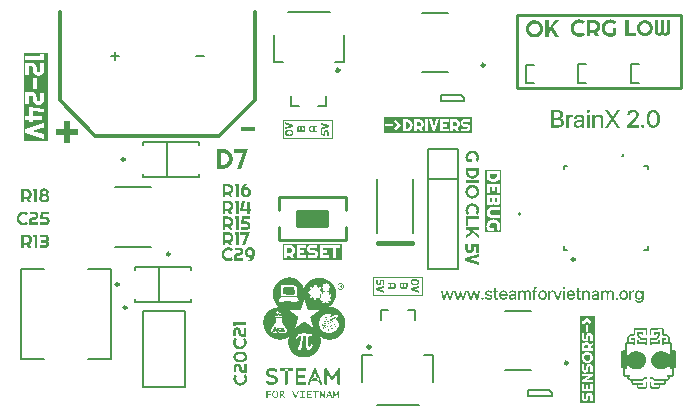
<source format=gbr>
%TF.GenerationSoftware,Altium Limited,Altium Designer,24.1.2 (44)*%
G04 Layer_Color=65535*
%FSLAX45Y45*%
%MOMM*%
%TF.SameCoordinates,DF2DA703-92E4-466D-A55C-C96BEC28C730*%
%TF.FilePolarity,Positive*%
%TF.FileFunction,Legend,Top*%
%TF.Part,Single*%
G01*
G75*
%TA.AperFunction,NonConductor*%
%ADD65C,0.20000*%
%ADD66C,0.25000*%
%ADD67C,0.30000*%
%ADD68C,0.10000*%
%ADD69C,0.25400*%
%ADD70C,0.40000*%
%ADD71C,0.12700*%
%ADD72R,2.54000X1.27000*%
G36*
X9051184Y6151807D02*
X9056135D01*
Y6150982D01*
X9058611D01*
Y6150156D01*
X9060261D01*
Y6149331D01*
X9061086D01*
Y6148506D01*
X9062737D01*
Y6147681D01*
X9063562D01*
Y6146856D01*
X9065212D01*
Y6146030D01*
X9066037D01*
Y6145205D01*
X9066862D01*
Y6144380D01*
X9067688D01*
Y6143555D01*
X9068513D01*
Y6141904D01*
X9069338D01*
Y6141079D01*
X9070163D01*
Y6140254D01*
X9070988D01*
Y6138604D01*
X9071814D01*
Y6136953D01*
X9072639D01*
Y6134478D01*
X9073464D01*
Y6131177D01*
X9074289D01*
Y6127876D01*
X9075114D01*
Y6118799D01*
X9074289D01*
Y6114673D01*
X9073464D01*
Y6112197D01*
X9072639D01*
Y6110547D01*
X9071814D01*
Y6108897D01*
X9070988D01*
Y6107246D01*
X9070163D01*
Y6106421D01*
X9069338D01*
Y6104771D01*
X9068513D01*
Y6103945D01*
X9067688D01*
Y6103120D01*
X9066862D01*
Y6102295D01*
X9066037D01*
Y6101470D01*
X9065212D01*
Y6100645D01*
X9063562D01*
Y6099819D01*
X9062737D01*
Y6098994D01*
X9061086D01*
Y6098169D01*
X9059436D01*
Y6097344D01*
X9057785D01*
Y6096519D01*
X9054485D01*
Y6095693D01*
X9042107D01*
Y6096519D01*
X9039631D01*
Y6097344D01*
X9037981D01*
Y6098169D01*
X9036330D01*
Y6098994D01*
X9034680D01*
Y6099819D01*
X9033855D01*
Y6100645D01*
X9032204D01*
Y6101470D01*
X9031379D01*
Y6102295D01*
X9030554D01*
Y6103120D01*
X9029729D01*
Y6103945D01*
X9028903D01*
Y6104771D01*
X9028078D01*
Y6106421D01*
X9027253D01*
Y6107246D01*
X9026428D01*
Y6108897D01*
X9025603D01*
Y6110547D01*
X9024777D01*
Y6112197D01*
X9023952D01*
Y6114673D01*
X9023127D01*
Y6119624D01*
X9022302D01*
Y6126226D01*
X9023127D01*
Y6132002D01*
X9023952D01*
Y6135303D01*
X9024777D01*
Y6136953D01*
X9025603D01*
Y6138604D01*
X9026428D01*
Y6139429D01*
X9027253D01*
Y6141079D01*
X9028078D01*
Y6141904D01*
X9028903D01*
Y6143555D01*
X9029729D01*
Y6144380D01*
X9030554D01*
Y6145205D01*
X9031379D01*
Y6146030D01*
X9032204D01*
Y6146856D01*
X9033855D01*
Y6147681D01*
X9034680D01*
Y6148506D01*
X9036330D01*
Y6149331D01*
X9037155D01*
Y6150156D01*
X9039631D01*
Y6150982D01*
X9041281D01*
Y6151807D01*
X9046233D01*
Y6152632D01*
X9051184D01*
Y6151807D01*
D02*
G37*
G36*
X11772607Y5772574D02*
X11773764Y5771913D01*
X11774259Y5771417D01*
X11774589Y5771252D01*
X11776159Y5770179D01*
X11777067Y5769270D01*
X11777397Y5769105D01*
X11777893Y5768609D01*
X11778223Y5768444D01*
X11779793Y5766875D01*
X11779958Y5766545D01*
X11780784Y5765389D01*
X11780949Y5764728D01*
X11781940Y5762415D01*
X11782270Y5761589D01*
X11782601Y5760433D01*
X11782931Y5759112D01*
X11783261Y5756304D01*
X11783427Y5741768D01*
X11783592Y5721946D01*
X11784335Y5721038D01*
X11785161Y5720708D01*
X11808946Y5720543D01*
X11810516Y5719469D01*
X11812002Y5717982D01*
X11812168Y5717652D01*
X11812746Y5717074D01*
X11813076Y5716909D01*
X11813819Y5716165D01*
X11813984Y5715835D01*
X11815636Y5714183D01*
X11815801Y5713853D01*
X11819600Y5710054D01*
X11819766Y5709723D01*
X11822078Y5707411D01*
X11822161Y5707163D01*
X11822491Y5706998D01*
X11824391Y5705098D01*
X11824556Y5704768D01*
X11826538Y5702786D01*
X11826703Y5702455D01*
X11827364Y5701795D01*
X11827529Y5701464D01*
X11828107Y5700886D01*
X11828438Y5700721D01*
X11829842Y5699317D01*
X11830007Y5698987D01*
X11834467Y5694527D01*
X11834962Y5693371D01*
X11835127Y5651415D01*
X11835706Y5650672D01*
X11836531Y5650342D01*
X11839670Y5650507D01*
X11840165Y5650342D01*
X11843304Y5650176D01*
X11844955Y5650011D01*
X11846277Y5649681D01*
X11847350Y5649433D01*
X11848011Y5649268D01*
X11849415Y5648525D01*
X11849746Y5648194D01*
X11850076Y5648029D01*
X11850902Y5647203D01*
X11851232Y5647038D01*
X11851810Y5646460D01*
X11851976Y5646129D01*
X11852802Y5644808D01*
X11853132Y5643982D01*
X11853297Y5643321D01*
X11853132Y5611442D01*
X11853297Y5583857D01*
X11853875Y5582949D01*
X11854701Y5582618D01*
X11860813Y5582453D01*
X11861308Y5582288D01*
X11875018Y5582123D01*
X11875513Y5581958D01*
X11876174Y5581792D01*
X11877248Y5581379D01*
X11878900Y5580719D01*
X11880717Y5580058D01*
X11882368Y5579067D01*
X11883360Y5578406D01*
X11884103Y5577663D01*
X11884433Y5577498D01*
X11884681Y5577250D01*
X11884846Y5576920D01*
X11886333Y5574772D01*
X11886746Y5573699D01*
X11887076Y5572873D01*
X11887489Y5571964D01*
X11887819Y5571138D01*
X11888067Y5569569D01*
X11888232Y5568248D01*
X11888315Y5441473D01*
X11888150Y5440978D01*
X11887985Y5440317D01*
X11887572Y5439243D01*
X11886663Y5437179D01*
X11885837Y5435692D01*
X11884681Y5434205D01*
X11884268Y5433627D01*
X11883938Y5433462D01*
X11883277Y5432801D01*
X11882947Y5432636D01*
X11881790Y5431810D01*
X11880221Y5431232D01*
X11877331Y5430324D01*
X11876174Y5429993D01*
X11874770Y5429746D01*
X11874110Y5429580D01*
X11872788Y5429085D01*
X11871962Y5428754D01*
X11871714Y5428507D01*
X11871384Y5428341D01*
X11870971Y5427433D01*
X11871054Y5425368D01*
X11870971Y5373420D01*
X11871136Y5372924D01*
X11870889Y5370694D01*
X11870723Y5370033D01*
X11870476Y5369125D01*
X11869732Y5367060D01*
X11869154Y5366317D01*
X11868989Y5365986D01*
X11868493Y5365491D01*
X11868328Y5365161D01*
X11866759Y5363592D01*
X11866429Y5363426D01*
X11865272Y5362600D01*
X11863786Y5361940D01*
X11862630Y5361775D01*
X11861060Y5361527D01*
X11845534Y5361362D01*
X11841569Y5361196D01*
X11837275Y5361031D01*
X11836366Y5360453D01*
X11835953Y5359545D01*
X11835788Y5345174D01*
X11834962Y5344018D01*
X11833558Y5342614D01*
X11833228Y5342449D01*
X11832567Y5341788D01*
X11832237Y5341623D01*
X11831741Y5341127D01*
X11831411Y5340962D01*
X11829759Y5339310D01*
X11829429Y5339145D01*
X11828768Y5338484D01*
X11828438Y5338319D01*
X11827777Y5337658D01*
X11827529Y5337576D01*
X11827364Y5337246D01*
X11826373Y5336420D01*
X11826125Y5336172D01*
X11825795Y5336007D01*
X11824969Y5335181D01*
X11824639Y5335015D01*
X11823978Y5334355D01*
X11823647Y5334190D01*
X11822491Y5333034D01*
X11822161Y5332868D01*
X11821748Y5332455D01*
X11821583Y5332125D01*
X11819270Y5330308D01*
X11817701Y5328739D01*
X11817371Y5328574D01*
X11816875Y5328078D01*
X11816545Y5327913D01*
X11815719Y5327087D01*
X11815389Y5326922D01*
X11814398Y5326261D01*
X11813241Y5325931D01*
X11810351Y5326013D01*
X11807790Y5325931D01*
X11807295Y5326096D01*
X11803413Y5326013D01*
X11802174Y5326096D01*
X11801679Y5325931D01*
X11801348Y5325766D01*
X11800935Y5325518D01*
X11800770Y5325187D01*
X11800440Y5324361D01*
X11800275Y5317094D01*
X11800109Y5316598D01*
X11799944Y5300906D01*
X11799779Y5300411D01*
X11799201Y5298842D01*
X11798788Y5298263D01*
X11798293Y5297768D01*
X11797302Y5295951D01*
X11796971Y5295621D01*
X11796806Y5295290D01*
X11796310Y5294795D01*
X11796145Y5294464D01*
X11795402Y5293556D01*
X11794411Y5292895D01*
X11792263Y5291904D01*
X11790447Y5291078D01*
X11789290Y5290748D01*
X11787639Y5290583D01*
X11757411Y5290417D01*
X11756833Y5290004D01*
X11756502Y5289179D01*
X11756337Y5287031D01*
X11756420Y5282819D01*
X11756255Y5281498D01*
X11755759Y5278194D01*
X11755429Y5276873D01*
X11755016Y5275799D01*
X11754438Y5274230D01*
X11753777Y5272578D01*
X11752951Y5270266D01*
X11752703Y5270018D01*
X11752538Y5269687D01*
X11752208Y5269357D01*
X11751877Y5268531D01*
X11751051Y5267045D01*
X11749482Y5264980D01*
X11749069Y5264402D01*
X11748326Y5263493D01*
X11747996Y5263163D01*
X11747665Y5262998D01*
X11747170Y5262502D01*
X11746839Y5262337D01*
X11746344Y5261841D01*
X11746014Y5261676D01*
X11745683Y5261346D01*
X11745353Y5261181D01*
X11745022Y5260850D01*
X11743866Y5260190D01*
X11743536Y5259859D01*
X11743205Y5259694D01*
X11742710Y5259199D01*
X11742380Y5259033D01*
X11740893Y5258207D01*
X11739902Y5257547D01*
X11738415Y5256721D01*
X11737259Y5255895D01*
X11736103Y5255565D01*
X11734947Y5255399D01*
X11731313Y5255565D01*
X11690761Y5255482D01*
X11689275Y5255647D01*
X11688449Y5255812D01*
X11687623Y5256143D01*
X11685888Y5256886D01*
X11683328Y5257795D01*
X11682420Y5258207D01*
X11681594Y5258538D01*
X11680025Y5259116D01*
X11679777Y5259364D01*
X11678951Y5259859D01*
X11677960Y5260520D01*
X11677629Y5260685D01*
X11675565Y5262254D01*
X11673418Y5264402D01*
X11673252Y5264732D01*
X11672922Y5265062D01*
X11672757Y5265393D01*
X11672426Y5265723D01*
X11672261Y5266053D01*
X11671766Y5266549D01*
X11671600Y5266879D01*
X11671270Y5267210D01*
X11670857Y5268283D01*
X11670031Y5269605D01*
X11669784Y5269853D01*
X11669453Y5270679D01*
X11669040Y5271752D01*
X11668710Y5272578D01*
X11668297Y5273321D01*
X11666645Y5276790D01*
X11666480Y5277946D01*
X11666397Y5316020D01*
X11666563Y5316681D01*
X11666893Y5317176D01*
X11667223Y5317341D01*
X11667719Y5317507D01*
X11668710Y5317672D01*
X11669206Y5317507D01*
X11678373Y5317589D01*
X11679281Y5317011D01*
X11679694Y5316103D01*
X11679612Y5312717D01*
X11679777Y5284471D01*
X11679942Y5281333D01*
X11680107Y5279846D01*
X11680272Y5279020D01*
X11680438Y5278359D01*
X11680768Y5277534D01*
X11682172Y5274973D01*
X11682668Y5274147D01*
X11683328Y5273487D01*
X11683493Y5273156D01*
X11684237Y5272248D01*
X11684897Y5271587D01*
X11686714Y5270596D01*
X11688531Y5269770D01*
X11690101Y5269192D01*
X11691504Y5268779D01*
X11692661Y5268614D01*
X11732799Y5268779D01*
X11735277Y5270100D01*
X11735607Y5270431D01*
X11735938Y5270596D01*
X11737094Y5271422D01*
X11737424Y5271587D01*
X11738002Y5272165D01*
X11738168Y5272495D01*
X11738415Y5272743D01*
X11738746Y5272908D01*
X11739324Y5273487D01*
X11739489Y5273817D01*
X11740315Y5274643D01*
X11740480Y5274973D01*
X11741306Y5276790D01*
X11741967Y5278277D01*
X11742297Y5279433D01*
X11742462Y5280094D01*
X11742710Y5281002D01*
X11742875Y5281828D01*
X11742958Y5289179D01*
X11742380Y5290087D01*
X11741554Y5290417D01*
X11728009Y5290583D01*
X11703563Y5290748D01*
X11702819Y5291491D01*
X11702654Y5292647D01*
X11702819Y5302228D01*
X11703645Y5303384D01*
X11704719Y5303797D01*
X11707692Y5303632D01*
X11708188Y5303797D01*
X11710252Y5303714D01*
X11712317Y5303797D01*
X11712812Y5303632D01*
X11716942Y5303797D01*
X11732799Y5303632D01*
X11733295Y5303797D01*
X11736763Y5303632D01*
X11737259Y5303797D01*
X11738663Y5303714D01*
X11738746Y5303797D01*
X11739241Y5303632D01*
X11742462Y5303714D01*
X11751134Y5303632D01*
X11751630Y5303797D01*
X11754768Y5303962D01*
X11764679D01*
X11785987Y5304127D01*
X11786730Y5304705D01*
X11787060Y5305531D01*
X11787143Y5312717D01*
X11787060Y5322875D01*
X11787226Y5323371D01*
X11786978Y5324940D01*
X11786565Y5325518D01*
X11786152Y5325931D01*
X11784996Y5326096D01*
X11784500Y5325931D01*
X11767074Y5326013D01*
X11766661Y5325931D01*
X11766165Y5326096D01*
X11706618Y5326013D01*
X11705958Y5326179D01*
X11705132Y5326509D01*
X11703810Y5327335D01*
X11703067Y5328078D01*
X11702819Y5328161D01*
X11702654Y5328491D01*
X11702241Y5328904D01*
X11701911Y5329069D01*
X11701085Y5329895D01*
X11700755Y5330060D01*
X11699929Y5330886D01*
X11699598Y5331051D01*
X11698772Y5331877D01*
X11698442Y5332042D01*
X11697121Y5333364D01*
X11696790Y5333529D01*
X11696130Y5334190D01*
X11695799Y5334355D01*
X11694973Y5335181D01*
X11694643Y5335346D01*
X11693982Y5336007D01*
X11693652Y5336172D01*
X11693156Y5336668D01*
X11692826Y5336833D01*
X11690514Y5339145D01*
X11690183Y5339310D01*
X11688696Y5340797D01*
X11688366Y5340962D01*
X11688036Y5341292D01*
X11687705Y5341457D01*
X11686549Y5342614D01*
X11686219Y5342779D01*
X11685888Y5343109D01*
X11685558Y5343275D01*
X11685228Y5343605D01*
X11684402Y5343935D01*
X11683246Y5344100D01*
X11669123Y5344018D01*
X11668462Y5344183D01*
X11668214Y5344431D01*
X11667884Y5344596D01*
X11667636Y5345339D01*
X11667554Y5355828D01*
X11667719Y5356489D01*
X11668049Y5356984D01*
X11668380Y5357150D01*
X11668875Y5357315D01*
X11670031Y5357480D01*
X11670527Y5357315D01*
X11689688Y5357150D01*
X11690844Y5356324D01*
X11692330Y5354837D01*
X11692661Y5354672D01*
X11693322Y5354011D01*
X11693652Y5353846D01*
X11694560Y5353103D01*
X11695138Y5352524D01*
X11695469Y5352359D01*
X11696130Y5351699D01*
X11696377Y5351616D01*
X11696543Y5351286D01*
X11697121Y5350708D01*
X11697451Y5350543D01*
X11698442Y5349551D01*
X11698772Y5349386D01*
X11699598Y5348560D01*
X11699929Y5348395D01*
X11700094Y5348065D01*
X11700424Y5347900D01*
X11701085Y5347239D01*
X11701415Y5347074D01*
X11701911Y5346578D01*
X11702241Y5346413D01*
X11702571Y5346083D01*
X11702902Y5345917D01*
X11704884Y5343935D01*
X11705214Y5343770D01*
X11706536Y5342449D01*
X11706866Y5342283D01*
X11707692Y5341457D01*
X11708022Y5341292D01*
X11709344Y5339971D01*
X11710500Y5339475D01*
X11712152Y5339310D01*
X11809442Y5339475D01*
X11810598Y5340136D01*
X11811011Y5340549D01*
X11811177Y5340879D01*
X11811755Y5341292D01*
X11812250Y5341788D01*
X11812580Y5341953D01*
X11813076Y5342449D01*
X11813406Y5342614D01*
X11814563Y5343770D01*
X11814893Y5343935D01*
X11815223Y5344266D01*
X11815554Y5344431D01*
X11816875Y5345752D01*
X11817205Y5345917D01*
X11817866Y5346578D01*
X11818197Y5346743D01*
X11819353Y5347900D01*
X11819600Y5347982D01*
X11819766Y5348312D01*
X11820344Y5348890D01*
X11820674Y5349056D01*
X11822078Y5350130D01*
X11822243Y5350460D01*
X11822574Y5350790D01*
X11822904Y5351946D01*
X11823069Y5353103D01*
X11822904Y5355745D01*
X11822987Y5359132D01*
X11822821Y5359958D01*
X11822326Y5360784D01*
X11821500Y5361114D01*
X11810103Y5361279D01*
X11809194Y5362022D01*
X11809029Y5362683D01*
X11809194Y5373254D01*
X11809938Y5374163D01*
X11811094Y5374328D01*
X11857014Y5374493D01*
X11857757Y5375071D01*
X11857922Y5375732D01*
X11858004Y5423056D01*
X11857922Y5426442D01*
X11858087Y5426938D01*
X11857839Y5428011D01*
X11857426Y5428589D01*
X11856353Y5429002D01*
X11851067Y5428837D01*
X11850571Y5429002D01*
X11842230Y5428920D01*
X11841404Y5429250D01*
X11841074Y5429580D01*
X11840743Y5430902D01*
X11840826Y5468480D01*
X11840496Y5469306D01*
X11840000Y5469471D01*
X11839257Y5468893D01*
X11839092Y5468563D01*
X11837109Y5464764D01*
X11836449Y5463772D01*
X11836284Y5463442D01*
X11835623Y5462286D01*
X11834797Y5460964D01*
X11833806Y5459147D01*
X11833475Y5458817D01*
X11833310Y5458487D01*
X11832980Y5458156D01*
X11832815Y5457826D01*
X11831659Y5456339D01*
X11830998Y5455348D01*
X11830833Y5455018D01*
X11830089Y5454109D01*
X11829676Y5453531D01*
X11829346Y5453201D01*
X11829181Y5452870D01*
X11828025Y5451714D01*
X11827860Y5451384D01*
X11827116Y5450476D01*
X11826868Y5450228D01*
X11826703Y5449897D01*
X11825052Y5448246D01*
X11824886Y5447915D01*
X11821170Y5444199D01*
X11820839Y5444034D01*
X11820509Y5443703D01*
X11820179Y5443538D01*
X11819188Y5442547D01*
X11818857Y5442382D01*
X11818362Y5441886D01*
X11818031Y5441721D01*
X11817536Y5441225D01*
X11817205Y5441060D01*
X11815884Y5439739D01*
X11814728Y5439078D01*
X11813076Y5437922D01*
X11812746Y5437757D01*
X11812415Y5437426D01*
X11812085Y5437261D01*
X11811589Y5436766D01*
X11811259Y5436601D01*
X11810929Y5436270D01*
X11810598Y5436105D01*
X11809607Y5435444D01*
X11809277Y5435279D01*
X11807956Y5434453D01*
X11805808Y5433297D01*
X11804322Y5432471D01*
X11803330Y5431810D01*
X11803000Y5431645D01*
X11801844Y5431150D01*
X11800027Y5430324D01*
X11798540Y5429663D01*
X11798210Y5429498D01*
X11797219Y5428837D01*
X11796063Y5428341D01*
X11795402Y5428176D01*
X11793337Y5427433D01*
X11791933Y5427020D01*
X11791107Y5426690D01*
X11790199Y5426442D01*
X11788382Y5425781D01*
X11786482Y5425203D01*
X11785821Y5425038D01*
X11784748Y5424790D01*
X11784087Y5424625D01*
X11782683Y5424212D01*
X11781362Y5423882D01*
X11780288Y5423634D01*
X11779462Y5423469D01*
X11777480Y5423139D01*
X11774094Y5422726D01*
X11773433Y5422560D01*
X11771203Y5422312D01*
X11769552Y5422147D01*
X11764761Y5421982D01*
X11756915Y5421899D01*
X11756420Y5422065D01*
X11751795Y5422230D01*
X11751299Y5422395D01*
X11749069Y5422643D01*
X11748078Y5422808D01*
X11745931Y5423139D01*
X11743949Y5423469D01*
X11741471Y5423964D01*
X11740480Y5424129D01*
X11739819Y5424295D01*
X11738911Y5424542D01*
X11736268Y5425203D01*
X11734203Y5425946D01*
X11733377Y5426277D01*
X11732717Y5426442D01*
X11731808Y5426690D01*
X11730734Y5426938D01*
X11728918Y5427598D01*
X11727514Y5428176D01*
X11726440Y5428589D01*
X11722723Y5430324D01*
X11720906Y5431150D01*
X11718429Y5432471D01*
X11717603Y5432967D01*
X11715786Y5433958D01*
X11715455Y5434288D01*
X11713308Y5435444D01*
X11711739Y5436518D01*
X11710748Y5437179D01*
X11710500Y5437426D01*
X11710170Y5437592D01*
X11708600Y5438665D01*
X11708188Y5439078D01*
X11707857Y5439243D01*
X11706949Y5439987D01*
X11706040Y5440895D01*
X11705710Y5441060D01*
X11703645Y5442629D01*
X11702571Y5443703D01*
X11702241Y5443868D01*
X11701911Y5444199D01*
X11701580Y5444364D01*
X11697864Y5448080D01*
X11697699Y5448411D01*
X11696377Y5449732D01*
X11696212Y5450063D01*
X11694891Y5451384D01*
X11694725Y5451714D01*
X11693735Y5452705D01*
X11693569Y5453036D01*
X11693239Y5453366D01*
X11693074Y5453696D01*
X11692743Y5454027D01*
X11692578Y5454357D01*
X11692248Y5454688D01*
X11692083Y5455018D01*
X11691752Y5455348D01*
X11690926Y5456835D01*
X11690431Y5457330D01*
X11690266Y5457661D01*
X11688283Y5460469D01*
X11686632Y5463442D01*
X11685475Y5465259D01*
X11685310Y5465920D01*
X11683493Y5469719D01*
X11682007Y5472857D01*
X11681676Y5474013D01*
X11681346Y5474839D01*
X11680685Y5476987D01*
X11680355Y5477813D01*
X11680190Y5478473D01*
X11679694Y5480125D01*
X11679364Y5481281D01*
X11678868Y5483263D01*
X11678455Y5485989D01*
X11678290Y5486980D01*
X11678125Y5487641D01*
X11677960Y5488467D01*
X11677712Y5489375D01*
X11677382Y5493670D01*
X11677299Y5503002D01*
X11677464Y5505315D01*
X11677629Y5507462D01*
X11677795Y5508453D01*
X11677960Y5509279D01*
X11678125Y5509940D01*
X11678621Y5512417D01*
X11678786Y5513409D01*
X11678951Y5514069D01*
X11679116Y5515060D01*
X11679281Y5515886D01*
X11679612Y5517208D01*
X11680107Y5518529D01*
X11680685Y5520429D01*
X11681263Y5521998D01*
X11681759Y5523319D01*
X11682007Y5524228D01*
X11683328Y5527036D01*
X11683741Y5528109D01*
X11684402Y5529761D01*
X11684650Y5530009D01*
X11685062Y5531083D01*
X11687127Y5534799D01*
X11688283Y5536616D01*
X11689109Y5538103D01*
X11689440Y5538433D01*
X11689605Y5538763D01*
X11690266Y5539920D01*
X11691009Y5540828D01*
X11691257Y5541076D01*
X11691422Y5541406D01*
X11692578Y5542893D01*
X11693652Y5544462D01*
X11695056Y5545866D01*
X11695221Y5546196D01*
X11696377Y5547353D01*
X11696543Y5547683D01*
X11698194Y5549335D01*
X11698359Y5549665D01*
X11698937Y5550243D01*
X11699268Y5550409D01*
X11699846Y5550987D01*
X11700011Y5551317D01*
X11700920Y5552225D01*
X11701250Y5552391D01*
X11702076Y5553216D01*
X11702406Y5553382D01*
X11704058Y5555034D01*
X11704389Y5555199D01*
X11705297Y5555942D01*
X11706040Y5556685D01*
X11706371Y5556850D01*
X11706701Y5557181D01*
X11707031Y5557346D01*
X11709674Y5559328D01*
X11712482Y5561310D01*
X11713556Y5561723D01*
X11713804Y5561971D01*
X11714134Y5562136D01*
X11714464Y5562467D01*
X11714795Y5562632D01*
X11715125Y5562962D01*
X11717272Y5564118D01*
X11718264Y5564779D01*
X11721072Y5566100D01*
X11723219Y5567257D01*
X11724375Y5567752D01*
X11725201Y5568083D01*
X11726275Y5568496D01*
X11727183Y5568909D01*
X11728009Y5569239D01*
X11729661Y5569734D01*
X11731230Y5570312D01*
X11733460Y5571221D01*
X11734616Y5571551D01*
X11735277Y5571717D01*
X11736433Y5572047D01*
X11737094Y5572212D01*
X11738250Y5572543D01*
X11741554Y5573368D01*
X11742627Y5573616D01*
X11743618Y5573781D01*
X11744444Y5573946D01*
X11747748Y5574442D01*
X11748574Y5574607D01*
X11749895Y5574938D01*
X11750721Y5575103D01*
X11751712Y5575268D01*
X11757989Y5575433D01*
X11766331Y5575516D01*
X11766826Y5575351D01*
X11772277Y5575185D01*
X11772772Y5575020D01*
X11777315Y5574112D01*
X11780453Y5573616D01*
X11781775Y5573286D01*
X11782683Y5573038D01*
X11783757Y5572790D01*
X11784583Y5572625D01*
X11785243Y5572460D01*
X11786152Y5572212D01*
X11788795Y5571386D01*
X11790116Y5571056D01*
X11791685Y5570478D01*
X11792594Y5570065D01*
X11794246Y5569569D01*
X11796310Y5568826D01*
X11798210Y5567917D01*
X11800027Y5566926D01*
X11804982Y5564614D01*
X11806138Y5563953D01*
X11807130Y5563292D01*
X11807460Y5563127D01*
X11808616Y5562301D01*
X11808946Y5562136D01*
X11810433Y5561310D01*
X11812746Y5559658D01*
X11813076Y5559493D01*
X11813984Y5558750D01*
X11814563Y5558337D01*
X11816627Y5556768D01*
X11817205Y5556355D01*
X11817701Y5555859D01*
X11818031Y5555694D01*
X11818527Y5555199D01*
X11818857Y5555034D01*
X11819848Y5554042D01*
X11820179Y5553877D01*
X11820839Y5553216D01*
X11821170Y5553051D01*
X11821831Y5552391D01*
X11822161Y5552225D01*
X11823234Y5551152D01*
X11823400Y5550822D01*
X11823813Y5550409D01*
X11824143Y5550243D01*
X11825052Y5549335D01*
X11825217Y5549004D01*
X11826208Y5548014D01*
X11826373Y5547683D01*
X11827529Y5546527D01*
X11827694Y5546196D01*
X11828025Y5545866D01*
X11828190Y5545536D01*
X11828933Y5544627D01*
X11829676Y5543884D01*
X11829842Y5543554D01*
X11830172Y5543223D01*
X11830337Y5542893D01*
X11830833Y5542397D01*
X11831493Y5541241D01*
X11832485Y5540250D01*
X11832650Y5539920D01*
X11834301Y5537607D01*
X11835293Y5535790D01*
X11836449Y5533973D01*
X11836614Y5533643D01*
X11837770Y5531496D01*
X11838514Y5531083D01*
X11839257Y5531496D01*
X11839587Y5532321D01*
X11839752Y5534964D01*
X11839918Y5617884D01*
X11839752Y5636384D01*
X11839174Y5637127D01*
X11838018Y5637458D01*
X11789621Y5637293D01*
X11788712Y5636549D01*
X11788382Y5635393D01*
X11788217Y5632585D01*
X11787886Y5632254D01*
X11787804Y5632007D01*
X11786978Y5631676D01*
X11770460Y5631842D01*
X11769717Y5632585D01*
X11769552Y5633741D01*
X11769717Y5643487D01*
X11770460Y5644395D01*
X11770790Y5644560D01*
X11771533Y5645304D01*
X11771699Y5646129D01*
X11771533Y5646625D01*
X11771038Y5647781D01*
X11770873Y5648442D01*
X11770708Y5649598D01*
X11770047Y5651911D01*
X11769882Y5652571D01*
X11769552Y5654884D01*
X11769717Y5684781D01*
X11770295Y5685359D01*
X11771451Y5685690D01*
X11776572Y5685525D01*
X11800109Y5685607D01*
X11800770Y5685442D01*
X11801348Y5685029D01*
X11801761Y5684616D01*
X11801926Y5683460D01*
X11801761Y5678670D01*
X11801926Y5678505D01*
X11801761Y5678009D01*
X11801926Y5674045D01*
X11801183Y5672971D01*
X11800027Y5672641D01*
X11784583Y5672723D01*
X11783757Y5672558D01*
X11783179Y5672145D01*
X11782931Y5671897D01*
X11782601Y5670741D01*
X11782766Y5656866D01*
X11782931Y5656371D01*
X11783096Y5653893D01*
X11784170Y5651828D01*
X11784500Y5651663D01*
X11784830Y5651333D01*
X11785161Y5651168D01*
X11786317Y5650672D01*
X11787639Y5650342D01*
X11790860Y5650424D01*
X11818527Y5650342D01*
X11819022Y5650507D01*
X11819518Y5650342D01*
X11821170Y5650507D01*
X11821748Y5651085D01*
X11821913Y5652241D01*
X11822078Y5654058D01*
X11821913Y5654554D01*
X11821996Y5680569D01*
X11821913Y5686268D01*
X11822078Y5686598D01*
X11821913Y5687094D01*
X11821748Y5688415D01*
X11820922Y5689572D01*
X11820674Y5689819D01*
X11820344Y5689985D01*
X11819600Y5690728D01*
X11819435Y5691058D01*
X11818444Y5692049D01*
X11818279Y5692380D01*
X11815471Y5695187D01*
X11815306Y5695518D01*
X11814232Y5696592D01*
X11813902Y5696757D01*
X11813489Y5697335D01*
X11812911Y5697913D01*
X11812580Y5698078D01*
X11812168Y5698656D01*
X11808203Y5702621D01*
X11808121Y5702868D01*
X11807790Y5703034D01*
X11807377Y5703612D01*
X11805891Y5705098D01*
X11805725Y5705429D01*
X11804156Y5706998D01*
X11803826Y5707163D01*
X11802670Y5707659D01*
X11800605Y5707741D01*
X11795732Y5707659D01*
X11795237Y5707824D01*
X11793585Y5707659D01*
X11777563Y5707824D01*
X11777232Y5708154D01*
X11776985Y5708237D01*
X11776654Y5709062D01*
X11776572Y5709806D01*
X11776654Y5711045D01*
X11776489Y5711540D01*
X11776324Y5711871D01*
X11775911Y5712283D01*
X11775085Y5712614D01*
X11771864Y5712531D01*
X11771203Y5712696D01*
X11770212Y5713522D01*
X11769882Y5714679D01*
X11770047Y5716826D01*
X11769882Y5753496D01*
X11769717Y5753991D01*
X11769552Y5757955D01*
X11768726Y5759112D01*
X11768478Y5759360D01*
X11767321Y5759690D01*
X11689357Y5759525D01*
X11689192Y5759360D01*
X11688696Y5759525D01*
X11687045Y5759360D01*
X11681429Y5759194D01*
X11680685Y5758616D01*
X11680520Y5758286D01*
X11680025Y5757129D01*
X11679860Y5752505D01*
X11679942Y5741851D01*
X11679860Y5737804D01*
X11680025Y5737308D01*
X11680190Y5728719D01*
X11680025Y5713522D01*
X11679447Y5712944D01*
X11678290Y5712614D01*
X11667884Y5712779D01*
X11667306Y5713357D01*
X11667141Y5714018D01*
X11667058Y5716248D01*
X11667141Y5716496D01*
X11666975Y5716991D01*
X11666810Y5720295D01*
X11666645Y5720790D01*
X11666810Y5723433D01*
X11666645Y5752670D01*
X11666480Y5753165D01*
X11666397Y5759525D01*
X11666563Y5760516D01*
X11666975Y5761589D01*
X11669123Y5765719D01*
X11669784Y5766710D01*
X11669949Y5767040D01*
X11670279Y5767371D01*
X11670444Y5767701D01*
X11672179Y5769435D01*
X11672509Y5769601D01*
X11673170Y5770261D01*
X11673996Y5770592D01*
X11675069Y5771004D01*
X11676969Y5771913D01*
X11677629Y5772078D01*
X11679199Y5772326D01*
X11680850Y5772491D01*
X11682750Y5772574D01*
X11683246Y5772409D01*
X11688201Y5772574D01*
X11688696Y5772739D01*
X11772607Y5772574D01*
D02*
G37*
G36*
X11634022D02*
X11635509Y5771748D01*
X11635839Y5771417D01*
X11636170Y5771252D01*
X11637656Y5770096D01*
X11638317Y5769435D01*
X11638647Y5769270D01*
X11639143Y5768775D01*
X11639473Y5768609D01*
X11641043Y5767040D01*
X11641208Y5766710D01*
X11641703Y5766214D01*
X11641868Y5765884D01*
X11642199Y5765554D01*
X11642529Y5764728D01*
X11643685Y5762250D01*
X11644016Y5761094D01*
X11644346Y5759112D01*
X11644511Y5757955D01*
X11644676Y5753826D01*
X11644842Y5753330D01*
X11645007Y5727728D01*
X11645172Y5727232D01*
X11645089Y5720212D01*
X11645172Y5714018D01*
X11644676Y5713192D01*
X11644429Y5712944D01*
X11643272Y5712614D01*
X11632536Y5712779D01*
X11632205Y5713109D01*
X11631958Y5713192D01*
X11631793Y5713522D01*
X11631627Y5714018D01*
X11631462Y5714679D01*
X11631627Y5715339D01*
X11631462Y5755973D01*
X11631297Y5756469D01*
X11631132Y5757955D01*
X11630801Y5758286D01*
X11630636Y5758616D01*
X11629397Y5759360D01*
X11627828Y5759442D01*
X11580504Y5759360D01*
X11580009Y5759525D01*
X11560270Y5759442D01*
X11554902Y5759525D01*
X11554572Y5759360D01*
X11554076Y5759525D01*
X11549533Y5759442D01*
X11548130Y5759525D01*
X11547634Y5759360D01*
X11544578Y5759112D01*
X11543257Y5758947D01*
X11542431Y5758616D01*
X11541935Y5758121D01*
X11541605Y5757295D01*
X11541440Y5713688D01*
X11540697Y5712779D01*
X11540201Y5712614D01*
X11539623Y5712531D01*
X11535576Y5712614D01*
X11534668Y5712036D01*
X11534337Y5711210D01*
X11534172Y5708567D01*
X11533759Y5707989D01*
X11532933Y5707659D01*
X11529216Y5707741D01*
X11528969Y5707659D01*
X11528473Y5707824D01*
X11519388Y5707659D01*
X11507826Y5707493D01*
X11506670Y5706668D01*
X11503779Y5703777D01*
X11503614Y5703447D01*
X11502458Y5702290D01*
X11502292Y5701960D01*
X11500888Y5700556D01*
X11500641Y5700473D01*
X11500558Y5700226D01*
X11500310Y5700143D01*
X11500145Y5699813D01*
X11498989Y5698656D01*
X11498824Y5698326D01*
X11497420Y5696922D01*
X11497089Y5696757D01*
X11496181Y5695848D01*
X11496016Y5695518D01*
X11494364Y5693866D01*
X11494199Y5693536D01*
X11492712Y5692049D01*
X11492630Y5691801D01*
X11492299Y5691636D01*
X11491886Y5691058D01*
X11490069Y5689241D01*
X11489904Y5688911D01*
X11489078Y5687094D01*
X11488913Y5685938D01*
X11489078Y5683295D01*
X11489243Y5651415D01*
X11489656Y5650837D01*
X11490482Y5650507D01*
X11492134Y5650342D01*
X11524344Y5650507D01*
X11524839Y5650672D01*
X11526656Y5651663D01*
X11527400Y5652406D01*
X11527565Y5652737D01*
X11528060Y5653893D01*
X11528225Y5655049D01*
X11528391Y5659674D01*
X11528556Y5660004D01*
X11528391Y5660500D01*
X11528473Y5670493D01*
X11528308Y5671154D01*
X11527730Y5672063D01*
X11526987Y5672310D01*
X11526326Y5672476D01*
X11523188Y5672641D01*
X11512946Y5672806D01*
X11512616Y5672641D01*
X11512120Y5672806D01*
X11510634Y5672641D01*
X11509560Y5673219D01*
X11509230Y5674540D01*
X11509395Y5684781D01*
X11509808Y5685359D01*
X11510964Y5685690D01*
X11512120Y5685525D01*
X11540283Y5685607D01*
X11540944Y5685442D01*
X11541522Y5685029D01*
X11541935Y5684121D01*
X11541853Y5679413D01*
X11541935Y5663969D01*
X11541770Y5663473D01*
X11541522Y5659922D01*
X11541440Y5658848D01*
X11541605Y5658353D01*
X11541440Y5654388D01*
X11541275Y5653893D01*
X11541110Y5651085D01*
X11540944Y5650589D01*
X11540779Y5649929D01*
X11540036Y5647864D01*
X11539788Y5647121D01*
X11539623Y5646460D01*
X11539788Y5645469D01*
X11540366Y5644726D01*
X11540697Y5644560D01*
X11541770Y5643487D01*
X11541935Y5642330D01*
X11541853Y5637788D01*
X11541935Y5633411D01*
X11541275Y5632254D01*
X11540862Y5631842D01*
X11540201Y5631676D01*
X11539210Y5631511D01*
X11538714Y5631676D01*
X11523848Y5631842D01*
X11523270Y5632420D01*
X11522940Y5633741D01*
X11523022Y5635475D01*
X11522857Y5636301D01*
X11522444Y5636880D01*
X11522196Y5637127D01*
X11521040Y5637458D01*
X11472147Y5637293D01*
X11471404Y5636549D01*
X11471239Y5635393D01*
X11471074Y5633741D01*
X11471239Y5633246D01*
X11471074Y5631594D01*
X11471239Y5621022D01*
X11471156Y5531908D01*
X11471321Y5531248D01*
X11471734Y5530670D01*
X11472643Y5530422D01*
X11473716Y5531165D01*
X11473882Y5531496D01*
X11474542Y5532487D01*
X11475203Y5533643D01*
X11476029Y5534964D01*
X11476855Y5536451D01*
X11478259Y5538516D01*
X11478507Y5538763D01*
X11478672Y5539094D01*
X11479002Y5539424D01*
X11479663Y5540580D01*
X11480406Y5541489D01*
X11481067Y5542480D01*
X11481480Y5543058D01*
X11481810Y5543388D01*
X11481976Y5543719D01*
X11482306Y5544049D01*
X11482471Y5544380D01*
X11482801Y5544710D01*
X11482967Y5545040D01*
X11483627Y5545701D01*
X11483792Y5546031D01*
X11484949Y5547188D01*
X11485114Y5547518D01*
X11485609Y5548014D01*
X11485775Y5548344D01*
X11486188Y5548757D01*
X11486518Y5548922D01*
X11487096Y5549500D01*
X11487261Y5549830D01*
X11488004Y5550574D01*
X11488335Y5550739D01*
X11488748Y5551152D01*
X11488913Y5551482D01*
X11489491Y5551895D01*
X11491143Y5553547D01*
X11491473Y5553712D01*
X11492795Y5555034D01*
X11493125Y5555199D01*
X11494116Y5556190D01*
X11494446Y5556355D01*
X11494777Y5556685D01*
X11495107Y5556850D01*
X11495438Y5557181D01*
X11495768Y5557346D01*
X11496098Y5557676D01*
X11496429Y5557842D01*
X11496759Y5558172D01*
X11497915Y5558833D01*
X11498576Y5559493D01*
X11498906Y5559658D01*
X11499237Y5559989D01*
X11499567Y5560154D01*
X11500723Y5560980D01*
X11501054Y5561145D01*
X11502045Y5561806D01*
X11502375Y5561971D01*
X11503531Y5562797D01*
X11506009Y5564118D01*
X11507000Y5564779D01*
X11508074Y5565192D01*
X11511707Y5567009D01*
X11514763Y5568413D01*
X11515920Y5568909D01*
X11518067Y5569569D01*
X11518728Y5569734D01*
X11520049Y5570230D01*
X11521866Y5571056D01*
X11524426Y5571634D01*
X11525252Y5571964D01*
X11526326Y5572377D01*
X11526987Y5572543D01*
X11528060Y5572790D01*
X11528969Y5573038D01*
X11531694Y5573616D01*
X11533346Y5573946D01*
X11534337Y5574112D01*
X11535824Y5574277D01*
X11538797Y5574772D01*
X11539457Y5574938D01*
X11540449Y5575103D01*
X11544413Y5575433D01*
X11553745Y5575516D01*
X11554241Y5575351D01*
X11560353Y5575185D01*
X11560848Y5575020D01*
X11562748Y5574772D01*
X11563739Y5574607D01*
X11564565Y5574442D01*
X11565226Y5574277D01*
X11566217Y5574112D01*
X11568364Y5573781D01*
X11569190Y5573616D01*
X11569850Y5573451D01*
X11570676Y5573286D01*
X11572659Y5572790D01*
X11573650Y5572625D01*
X11574971Y5572295D01*
X11578357Y5571221D01*
X11579431Y5570808D01*
X11581330Y5570065D01*
X11583478Y5569404D01*
X11584304Y5569074D01*
X11585377Y5568661D01*
X11587607Y5567752D01*
X11588433Y5567422D01*
X11589589Y5566761D01*
X11594379Y5564284D01*
X11596031Y5563127D01*
X11597518Y5562301D01*
X11598839Y5561476D01*
X11600326Y5560650D01*
X11600656Y5560319D01*
X11600987Y5560154D01*
X11601482Y5559658D01*
X11601812Y5559493D01*
X11602143Y5559163D01*
X11602473Y5558998D01*
X11602969Y5558502D01*
X11603299Y5558337D01*
X11605612Y5556685D01*
X11605942Y5556520D01*
X11607429Y5555034D01*
X11607759Y5554868D01*
X11608585Y5554042D01*
X11608915Y5553877D01*
X11609246Y5553547D01*
X11609576Y5553382D01*
X11611063Y5551895D01*
X11611393Y5551730D01*
X11611971Y5551152D01*
X11612136Y5550822D01*
X11614779Y5548179D01*
X11614944Y5547848D01*
X11615935Y5546857D01*
X11616100Y5546527D01*
X11617257Y5545371D01*
X11617422Y5545040D01*
X11617752Y5544710D01*
X11617918Y5544380D01*
X11618743Y5543554D01*
X11618908Y5543223D01*
X11619652Y5542315D01*
X11620313Y5541324D01*
X11620891Y5540746D01*
X11621056Y5540415D01*
X11621551Y5539920D01*
X11621717Y5539589D01*
X11622542Y5538268D01*
X11622708Y5537938D01*
X11623699Y5536120D01*
X11624525Y5534964D01*
X11625681Y5532817D01*
X11626507Y5531496D01*
X11626672Y5530835D01*
X11627333Y5529679D01*
X11627993Y5528192D01*
X11628324Y5527366D01*
X11629645Y5524558D01*
X11630719Y5521502D01*
X11631297Y5519603D01*
X11631545Y5518529D01*
X11631710Y5517868D01*
X11632453Y5515473D01*
X11632618Y5514812D01*
X11632949Y5513656D01*
X11633114Y5512500D01*
X11633279Y5511839D01*
X11633527Y5510270D01*
X11633692Y5509444D01*
X11633940Y5507214D01*
X11634105Y5506058D01*
X11634353Y5503498D01*
X11634435Y5494991D01*
X11634270Y5494495D01*
X11634105Y5490036D01*
X11633940Y5489540D01*
X11633692Y5488136D01*
X11633362Y5486154D01*
X11633196Y5485328D01*
X11632866Y5483346D01*
X11632701Y5482520D01*
X11632371Y5481199D01*
X11631958Y5480290D01*
X11631627Y5479134D01*
X11631462Y5478473D01*
X11631214Y5477400D01*
X11630967Y5476491D01*
X11630554Y5475418D01*
X11629810Y5473022D01*
X11629480Y5472196D01*
X11629067Y5471123D01*
X11628324Y5469884D01*
X11627993Y5469058D01*
X11627581Y5467984D01*
X11626837Y5466580D01*
X11624525Y5462286D01*
X11623368Y5460634D01*
X11623203Y5460138D01*
X11621221Y5457165D01*
X11620891Y5456835D01*
X11620726Y5456504D01*
X11619900Y5455348D01*
X11619734Y5455018D01*
X11618908Y5454192D01*
X11618743Y5453862D01*
X11617918Y5452705D01*
X11616761Y5451549D01*
X11616596Y5451219D01*
X11615770Y5450393D01*
X11615605Y5450063D01*
X11614118Y5448576D01*
X11613953Y5448246D01*
X11611228Y5445520D01*
X11610897Y5445355D01*
X11610650Y5445107D01*
X11610485Y5444777D01*
X11610237Y5444529D01*
X11609906Y5444364D01*
X11608585Y5443042D01*
X11608254Y5442877D01*
X11607594Y5442216D01*
X11607264Y5442051D01*
X11606603Y5441391D01*
X11606272Y5441225D01*
X11605777Y5440730D01*
X11605529Y5440647D01*
X11605364Y5440317D01*
X11604786Y5439904D01*
X11604455Y5439574D01*
X11602969Y5438748D01*
X11602473Y5438252D01*
X11602143Y5438087D01*
X11600656Y5436931D01*
X11599500Y5436105D01*
X11599170Y5435940D01*
X11597848Y5435114D01*
X11597518Y5434949D01*
X11596031Y5434123D01*
X11594875Y5433297D01*
X11592728Y5432141D01*
X11584799Y5428341D01*
X11583643Y5427846D01*
X11582817Y5427516D01*
X11581165Y5427020D01*
X11580009Y5426690D01*
X11578440Y5426112D01*
X11577779Y5425946D01*
X11575384Y5425203D01*
X11574723Y5425038D01*
X11573650Y5424790D01*
X11572989Y5424625D01*
X11571089Y5424047D01*
X11569768Y5423717D01*
X11568612Y5423551D01*
X11567951Y5423386D01*
X11566795Y5423221D01*
X11566134Y5423056D01*
X11564400Y5422808D01*
X11561757Y5422478D01*
X11560270Y5422312D01*
X11558618Y5422147D01*
X11555645Y5421982D01*
X11546312Y5421899D01*
X11545817Y5422065D01*
X11540531Y5422230D01*
X11540036Y5422395D01*
X11537971Y5422643D01*
X11536319Y5422808D01*
X11534337Y5423139D01*
X11531859Y5423634D01*
X11529877Y5423964D01*
X11529216Y5424129D01*
X11527317Y5424707D01*
X11526656Y5424873D01*
X11524922Y5425286D01*
X11523105Y5425946D01*
X11520710Y5426690D01*
X11519058Y5427185D01*
X11517984Y5427598D01*
X11517159Y5427929D01*
X11516085Y5428341D01*
X11514516Y5428920D01*
X11513277Y5429663D01*
X11512451Y5429993D01*
X11509973Y5431150D01*
X11507496Y5432471D01*
X11505348Y5433627D01*
X11504027Y5434453D01*
X11501879Y5435609D01*
X11500723Y5436435D01*
X11500393Y5436601D01*
X11495438Y5440234D01*
X11494777Y5440895D01*
X11494446Y5441060D01*
X11493538Y5441804D01*
X11492960Y5442216D01*
X11492134Y5443042D01*
X11491804Y5443208D01*
X11490978Y5444034D01*
X11490647Y5444199D01*
X11489326Y5445520D01*
X11488996Y5445685D01*
X11488252Y5446429D01*
X11488087Y5446759D01*
X11487839Y5447007D01*
X11487509Y5447172D01*
X11486931Y5447750D01*
X11486766Y5448080D01*
X11485114Y5449732D01*
X11484949Y5450063D01*
X11484123Y5450889D01*
X11483957Y5451219D01*
X11483462Y5451714D01*
X11483297Y5452045D01*
X11482306Y5453036D01*
X11482141Y5453366D01*
X11481810Y5453696D01*
X11481645Y5454027D01*
X11480984Y5454688D01*
X11480819Y5455018D01*
X11479993Y5456174D01*
X11479828Y5456504D01*
X11479498Y5456835D01*
X11479333Y5457165D01*
X11477350Y5459973D01*
X11477185Y5460304D01*
X11476029Y5462121D01*
X11475368Y5463277D01*
X11474708Y5464268D01*
X11472891Y5468067D01*
X11471900Y5469884D01*
X11471321Y5470462D01*
X11470495Y5470297D01*
X11470248Y5469388D01*
X11470413Y5462286D01*
X11470248Y5444446D01*
X11470082Y5443951D01*
X11469917Y5429746D01*
X11469670Y5429333D01*
X11469339Y5429167D01*
X11468844Y5429002D01*
X11467688Y5428837D01*
X11466036Y5429002D01*
X11461576Y5428837D01*
X11461246Y5429002D01*
X11460750Y5428837D01*
X11455382Y5428920D01*
X11454721Y5428754D01*
X11454060Y5428259D01*
X11453730Y5427103D01*
X11453895Y5375237D01*
X11454308Y5374659D01*
X11455134Y5374328D01*
X11501549Y5374163D01*
X11502127Y5373585D01*
X11502292Y5372429D01*
X11502127Y5362022D01*
X11501549Y5361444D01*
X11500723Y5361114D01*
X11498328Y5361196D01*
X11489409Y5361031D01*
X11488830Y5360618D01*
X11488583Y5360371D01*
X11488252Y5359545D01*
X11488170Y5352359D01*
X11488335Y5351533D01*
X11488665Y5350708D01*
X11490152Y5349221D01*
X11490482Y5349056D01*
X11491804Y5347734D01*
X11492134Y5347569D01*
X11492630Y5347074D01*
X11492960Y5346909D01*
X11493951Y5345917D01*
X11494281Y5345752D01*
X11495603Y5344431D01*
X11495933Y5344266D01*
X11497089Y5343109D01*
X11497420Y5342944D01*
X11498245Y5342118D01*
X11498576Y5341953D01*
X11499237Y5341292D01*
X11499567Y5341127D01*
X11500558Y5340136D01*
X11500888Y5339971D01*
X11501219Y5339641D01*
X11502375Y5339310D01*
X11600821Y5339475D01*
X11601978Y5340301D01*
X11602804Y5341127D01*
X11603134Y5341292D01*
X11603464Y5341623D01*
X11603795Y5341788D01*
X11604951Y5342944D01*
X11605281Y5343109D01*
X11605777Y5343605D01*
X11606107Y5343770D01*
X11608089Y5345752D01*
X11608420Y5345917D01*
X11609328Y5346661D01*
X11609741Y5347074D01*
X11610072Y5347239D01*
X11611888Y5349056D01*
X11612219Y5349221D01*
X11613706Y5350708D01*
X11614036Y5350873D01*
X11615192Y5352029D01*
X11615522Y5352194D01*
X11616348Y5353020D01*
X11616679Y5353185D01*
X11617174Y5353681D01*
X11617505Y5353846D01*
X11617835Y5354176D01*
X11618165Y5354342D01*
X11620313Y5356489D01*
X11620643Y5356654D01*
X11620973Y5356984D01*
X11621882Y5357232D01*
X11636417Y5357397D01*
X11637656Y5357480D01*
X11638152Y5357315D01*
X11642034Y5357397D01*
X11642859Y5357067D01*
X11643355Y5356571D01*
X11643520Y5355415D01*
X11643355Y5354754D01*
X11643190Y5344844D01*
X11642612Y5344266D01*
X11641951Y5344100D01*
X11640960Y5343935D01*
X11640464Y5344100D01*
X11638895Y5344183D01*
X11627168Y5344018D01*
X11626507Y5343853D01*
X11625185Y5343027D01*
X11624277Y5342118D01*
X11623947Y5341953D01*
X11623286Y5341292D01*
X11622955Y5341127D01*
X11622460Y5340632D01*
X11622129Y5340467D01*
X11620973Y5339310D01*
X11620643Y5339145D01*
X11619817Y5338319D01*
X11619487Y5338154D01*
X11619156Y5337824D01*
X11618826Y5337658D01*
X11616513Y5335346D01*
X11616183Y5335181D01*
X11615687Y5334685D01*
X11615357Y5334520D01*
X11614366Y5333529D01*
X11614036Y5333364D01*
X11613375Y5332703D01*
X11613045Y5332538D01*
X11611228Y5330721D01*
X11610897Y5330556D01*
X11610072Y5329730D01*
X11609741Y5329565D01*
X11609493Y5329317D01*
X11609328Y5328987D01*
X11609080Y5328739D01*
X11608750Y5328574D01*
X11608420Y5328243D01*
X11608089Y5328078D01*
X11607594Y5327582D01*
X11607264Y5327417D01*
X11606768Y5326922D01*
X11606438Y5326757D01*
X11604951Y5326096D01*
X11604208Y5326013D01*
X11601317Y5326096D01*
X11600987Y5325931D01*
X11600491Y5326096D01*
X11595949Y5326013D01*
X11579018Y5326096D01*
X11578853Y5325931D01*
X11578357Y5326096D01*
X11577283Y5326013D01*
X11576375Y5326096D01*
X11576045Y5325931D01*
X11575549Y5326096D01*
X11573815Y5326013D01*
X11560518Y5326096D01*
X11560022Y5325931D01*
X11558866Y5326096D01*
X11556306Y5326013D01*
X11545817Y5326096D01*
X11545487Y5325931D01*
X11544991Y5326096D01*
X11542100Y5326013D01*
X11538054Y5326096D01*
X11537558Y5325931D01*
X11536897Y5326096D01*
X11536402Y5325931D01*
X11535906Y5326096D01*
X11527235Y5326013D01*
X11526491Y5326096D01*
X11525995Y5325931D01*
X11524839Y5325766D01*
X11524261Y5325353D01*
X11523931Y5324527D01*
X11523848Y5323618D01*
X11523931Y5306687D01*
X11523766Y5306192D01*
X11524096Y5304705D01*
X11524674Y5304127D01*
X11525500Y5303797D01*
X11527152Y5303632D01*
X11599417Y5303714D01*
X11600987Y5303632D01*
X11601152Y5303797D01*
X11601647Y5303632D01*
X11606851Y5303714D01*
X11607429Y5303466D01*
X11608172Y5302723D01*
X11608337Y5302063D01*
X11608254Y5299337D01*
X11608337Y5296777D01*
X11608172Y5296281D01*
X11608337Y5291987D01*
X11607594Y5290913D01*
X11606438Y5290583D01*
X11602886Y5290665D01*
X11573980Y5290500D01*
X11569685Y5290335D01*
X11568860Y5290004D01*
X11568529Y5289674D01*
X11568281Y5288600D01*
X11568199Y5281250D01*
X11568364Y5280754D01*
X11568529Y5280094D01*
X11568860Y5279268D01*
X11569603Y5277203D01*
X11570098Y5275882D01*
X11570346Y5275634D01*
X11571007Y5274478D01*
X11571502Y5273982D01*
X11571667Y5273652D01*
X11573567Y5271752D01*
X11573897Y5271587D01*
X11575054Y5270761D01*
X11575384Y5270596D01*
X11576540Y5269770D01*
X11576871Y5269605D01*
X11578027Y5268944D01*
X11579183Y5268614D01*
X11589920Y5268779D01*
X11590415Y5268944D01*
X11614944Y5268861D01*
X11617835Y5268944D01*
X11618330Y5268779D01*
X11620643Y5268944D01*
X11621469Y5269274D01*
X11622625Y5269770D01*
X11626094Y5271587D01*
X11626837Y5272165D01*
X11627002Y5272495D01*
X11627993Y5273487D01*
X11628159Y5273817D01*
X11628819Y5274478D01*
X11628984Y5274808D01*
X11630471Y5277616D01*
X11631297Y5279433D01*
X11631462Y5280094D01*
X11631380Y5316185D01*
X11631710Y5317011D01*
X11632040Y5317341D01*
X11632701Y5317507D01*
X11643768Y5317341D01*
X11644346Y5316763D01*
X11644511Y5315607D01*
X11644346Y5276625D01*
X11643685Y5274973D01*
X11643520Y5274643D01*
X11641868Y5271174D01*
X11640382Y5268366D01*
X11639556Y5267210D01*
X11638895Y5266053D01*
X11638152Y5265145D01*
X11637491Y5264154D01*
X11634848Y5261511D01*
X11634518Y5261346D01*
X11631214Y5259033D01*
X11629645Y5258455D01*
X11628324Y5257960D01*
X11627250Y5257547D01*
X11625598Y5257051D01*
X11623451Y5256060D01*
X11621799Y5255565D01*
X11619734Y5255482D01*
X11579514Y5255565D01*
X11579018Y5255399D01*
X11575384Y5255565D01*
X11574228Y5255730D01*
X11571089Y5257712D01*
X11570759Y5257877D01*
X11568281Y5259199D01*
X11567455Y5260025D01*
X11567125Y5260190D01*
X11566795Y5260520D01*
X11566464Y5260685D01*
X11564400Y5262254D01*
X11563821Y5262667D01*
X11562087Y5264402D01*
X11561922Y5264732D01*
X11561426Y5265228D01*
X11561261Y5265558D01*
X11560931Y5265888D01*
X11560766Y5266219D01*
X11560435Y5266549D01*
X11560270Y5266879D01*
X11559444Y5268036D01*
X11559279Y5268366D01*
X11558453Y5269687D01*
X11558288Y5270348D01*
X11557462Y5272165D01*
X11557132Y5272991D01*
X11556966Y5273652D01*
X11556058Y5276212D01*
X11555728Y5277038D01*
X11555480Y5277946D01*
X11555315Y5278607D01*
X11555150Y5279763D01*
X11554985Y5287362D01*
X11554819Y5287857D01*
X11554654Y5289344D01*
X11553911Y5290252D01*
X11552589Y5290583D01*
X11525335Y5290748D01*
X11524839Y5290913D01*
X11520380Y5291078D01*
X11518562Y5291904D01*
X11518232Y5292069D01*
X11516663Y5293143D01*
X11516085Y5293556D01*
X11515176Y5294299D01*
X11514516Y5294960D01*
X11514350Y5295290D01*
X11513690Y5296281D01*
X11513194Y5297107D01*
X11512864Y5297437D01*
X11512699Y5297768D01*
X11512038Y5298759D01*
X11511377Y5300245D01*
X11511047Y5301567D01*
X11510882Y5324527D01*
X11510304Y5325600D01*
X11509478Y5325931D01*
X11502375Y5326096D01*
X11501879Y5326261D01*
X11500723Y5326426D01*
X11498163Y5326344D01*
X11496594Y5326592D01*
X11495107Y5327417D01*
X11494446Y5328078D01*
X11494116Y5328243D01*
X11493208Y5328987D01*
X11491143Y5331051D01*
X11490812Y5331216D01*
X11490482Y5331547D01*
X11490152Y5331712D01*
X11488500Y5333364D01*
X11488170Y5333529D01*
X11487344Y5334355D01*
X11487013Y5334520D01*
X11486353Y5335181D01*
X11486022Y5335346D01*
X11485527Y5335842D01*
X11485196Y5336007D01*
X11484949Y5336255D01*
X11484866Y5336337D01*
X11483545Y5337658D01*
X11483214Y5337824D01*
X11482884Y5338154D01*
X11482554Y5338319D01*
X11481728Y5339145D01*
X11481397Y5339310D01*
X11479911Y5340797D01*
X11479580Y5340962D01*
X11478920Y5341623D01*
X11478589Y5341788D01*
X11477929Y5342449D01*
X11477598Y5342614D01*
X11475864Y5344348D01*
X11475699Y5344679D01*
X11475368Y5345504D01*
X11475203Y5346165D01*
X11475038Y5359049D01*
X11474873Y5359545D01*
X11474212Y5360701D01*
X11473304Y5361114D01*
X11460420Y5361279D01*
X11459924Y5361444D01*
X11449353Y5361609D01*
X11448857Y5361775D01*
X11447618Y5362022D01*
X11446792Y5362353D01*
X11445141Y5363344D01*
X11444563Y5363757D01*
X11444315Y5364005D01*
X11444150Y5364335D01*
X11442663Y5365821D01*
X11442498Y5366152D01*
X11441837Y5367638D01*
X11441342Y5369290D01*
X11441176Y5369951D01*
X11441011Y5371603D01*
X11441094Y5375484D01*
X11440929Y5404721D01*
X11440764Y5407694D01*
X11440598Y5427681D01*
X11440103Y5428507D01*
X11439772Y5428672D01*
X11438946Y5429002D01*
X11437708Y5429250D01*
X11437047Y5429415D01*
X11436221Y5429746D01*
X11435312Y5429993D01*
X11433991Y5430324D01*
X11432752Y5430571D01*
X11432091Y5430737D01*
X11431266Y5431067D01*
X11429944Y5431562D01*
X11428623Y5432388D01*
X11428210Y5432801D01*
X11427879Y5432967D01*
X11427549Y5433297D01*
X11427219Y5433462D01*
X11426641Y5434040D01*
X11426475Y5434371D01*
X11425980Y5434866D01*
X11425815Y5435196D01*
X11424989Y5436353D01*
X11424824Y5436683D01*
X11423833Y5438830D01*
X11423172Y5440978D01*
X11422842Y5442134D01*
X11422676Y5442795D01*
X11422511Y5443951D01*
X11422429Y5550243D01*
X11422594Y5566431D01*
X11422759Y5567752D01*
X11422924Y5568413D01*
X11423089Y5569404D01*
X11423420Y5571056D01*
X11423668Y5571964D01*
X11424080Y5573038D01*
X11425484Y5575598D01*
X11425649Y5575929D01*
X11425980Y5576259D01*
X11426145Y5576589D01*
X11426475Y5576920D01*
X11426641Y5577250D01*
X11427879Y5578489D01*
X11428210Y5578654D01*
X11428540Y5578985D01*
X11430357Y5579975D01*
X11432174Y5580801D01*
X11434239Y5581545D01*
X11435312Y5581958D01*
X11436964Y5582123D01*
X11438121Y5582288D01*
X11453317Y5582453D01*
X11453812Y5582618D01*
X11456951Y5582784D01*
X11457281Y5583114D01*
X11457612Y5583279D01*
X11458025Y5584187D01*
X11458190Y5585344D01*
X11458355Y5643817D01*
X11458520Y5644313D01*
X11458685Y5644973D01*
X11459016Y5645799D01*
X11459759Y5646708D01*
X11461246Y5648194D01*
X11461576Y5648360D01*
X11461906Y5648690D01*
X11463062Y5649185D01*
X11463888Y5649516D01*
X11464797Y5649763D01*
X11467027Y5650011D01*
X11467688Y5650176D01*
X11470330Y5650342D01*
X11474955Y5650507D01*
X11475699Y5651085D01*
X11476029Y5652241D01*
X11476112Y5666859D01*
X11476029Y5668263D01*
X11476194Y5668759D01*
X11476112Y5692627D01*
X11476277Y5693453D01*
X11476607Y5694279D01*
X11476855Y5694527D01*
X11477020Y5694857D01*
X11478424Y5696261D01*
X11478672Y5696344D01*
X11478837Y5696674D01*
X11479168Y5696839D01*
X11479333Y5697170D01*
X11480819Y5698656D01*
X11480984Y5698987D01*
X11483049Y5701051D01*
X11483379Y5701217D01*
X11483792Y5701795D01*
X11484536Y5702703D01*
X11485114Y5703116D01*
X11485279Y5703447D01*
X11486188Y5704355D01*
X11486518Y5704520D01*
X11486931Y5705098D01*
X11487261Y5705429D01*
X11487426Y5705759D01*
X11487674Y5706007D01*
X11488004Y5706172D01*
X11488417Y5706750D01*
X11491721Y5710054D01*
X11491886Y5710384D01*
X11495025Y5713522D01*
X11495190Y5713853D01*
X11495438Y5714101D01*
X11495768Y5714266D01*
X11496346Y5714844D01*
X11496511Y5715174D01*
X11498658Y5717322D01*
X11498824Y5717652D01*
X11500393Y5719221D01*
X11500723Y5719386D01*
X11500888Y5719717D01*
X11501219Y5719882D01*
X11501549Y5720212D01*
X11502375Y5720543D01*
X11503531Y5720708D01*
X11527317Y5720873D01*
X11527895Y5721286D01*
X11528225Y5722112D01*
X11528391Y5761094D01*
X11530373Y5765223D01*
X11530538Y5765554D01*
X11531364Y5766875D01*
X11531529Y5767205D01*
X11533759Y5769435D01*
X11534089Y5769601D01*
X11534420Y5769931D01*
X11534750Y5770096D01*
X11537889Y5771583D01*
X11540036Y5772243D01*
X11540697Y5772409D01*
X11546312Y5772574D01*
X11556388Y5772739D01*
X11634022Y5772574D01*
D02*
G37*
G36*
X11608337Y5738464D02*
X11608915Y5738052D01*
X11609328Y5737639D01*
X11609493Y5736482D01*
X11609411Y5733096D01*
X11609493Y5725085D01*
X11609328Y5724589D01*
X11609493Y5717982D01*
X11609328Y5712862D01*
X11608585Y5712118D01*
X11606933Y5711953D01*
X11606272Y5712118D01*
X11602638Y5711953D01*
X11600491Y5712118D01*
X11599996Y5711953D01*
X11597022Y5712118D01*
X11596610Y5712531D01*
X11596279Y5713688D01*
X11596362Y5715587D01*
X11596279Y5716000D01*
X11596444Y5716496D01*
X11596279Y5718643D01*
X11596114Y5723929D01*
X11595536Y5724837D01*
X11594710Y5725168D01*
X11586121Y5725333D01*
X11585625Y5725168D01*
X11581000Y5725333D01*
X11580504Y5725498D01*
X11574723Y5725333D01*
X11574145Y5724755D01*
X11573815Y5723598D01*
X11573980Y5709558D01*
X11574806Y5708402D01*
X11575962Y5707246D01*
X11576127Y5706915D01*
X11577283Y5705759D01*
X11577449Y5705429D01*
X11580917Y5701960D01*
X11581083Y5701629D01*
X11582239Y5700473D01*
X11582404Y5700143D01*
X11582652Y5699895D01*
X11582982Y5699730D01*
X11584386Y5698326D01*
X11584469Y5698078D01*
X11584799Y5697913D01*
X11585212Y5697335D01*
X11585708Y5696839D01*
X11585873Y5696509D01*
X11586121Y5696261D01*
X11586451Y5696096D01*
X11586699Y5695848D01*
X11586864Y5695518D01*
X11587359Y5695022D01*
X11587442Y5694940D01*
X11588350Y5694031D01*
X11588516Y5693701D01*
X11589259Y5692958D01*
X11589589Y5692793D01*
X11590002Y5692214D01*
X11591654Y5690563D01*
X11591819Y5690232D01*
X11594627Y5687424D01*
X11594792Y5687094D01*
X11596031Y5685855D01*
X11596362Y5685690D01*
X11597188Y5685359D01*
X11598344Y5685194D01*
X11643933Y5685029D01*
X11644676Y5684451D01*
X11644842Y5684121D01*
X11645172Y5683295D01*
X11645089Y5635641D01*
X11645172Y5633246D01*
X11644511Y5632089D01*
X11643603Y5631676D01*
X11630306Y5631759D01*
X11624938Y5631676D01*
X11623451Y5632502D01*
X11623038Y5632915D01*
X11622873Y5633246D01*
X11622377Y5633741D01*
X11622212Y5634072D01*
X11621386Y5635228D01*
X11621221Y5635558D01*
X11620230Y5636549D01*
X11620065Y5636880D01*
X11619652Y5637293D01*
X11618496Y5637788D01*
X11616844Y5637953D01*
X11562418Y5637871D01*
X11561839Y5638118D01*
X11561426Y5638531D01*
X11561096Y5639357D01*
X11561261Y5669420D01*
X11561592Y5669750D01*
X11561757Y5670080D01*
X11562665Y5670493D01*
X11570181Y5670411D01*
X11572906Y5670493D01*
X11573815Y5669915D01*
X11574145Y5668759D01*
X11574310Y5652571D01*
X11575054Y5651498D01*
X11575880Y5651168D01*
X11576540Y5651002D01*
X11625433Y5650837D01*
X11626589Y5650011D01*
X11627168Y5649433D01*
X11627333Y5649103D01*
X11627663Y5648772D01*
X11627828Y5648442D01*
X11628159Y5648112D01*
X11628324Y5647781D01*
X11628654Y5647451D01*
X11628819Y5647121D01*
X11629315Y5646625D01*
X11629480Y5646295D01*
X11630058Y5645551D01*
X11630719Y5645386D01*
X11631214Y5645551D01*
X11631462Y5645799D01*
X11631793Y5647121D01*
X11631627Y5649763D01*
X11631710Y5669998D01*
X11631545Y5670658D01*
X11631049Y5671484D01*
X11630223Y5671815D01*
X11623864Y5671897D01*
X11608089Y5671815D01*
X11607594Y5671980D01*
X11603960Y5672145D01*
X11592645Y5672228D01*
X11591406Y5672145D01*
X11589920Y5672971D01*
X11588350Y5674540D01*
X11588185Y5674871D01*
X11585377Y5677679D01*
X11585212Y5678009D01*
X11584551Y5678670D01*
X11584386Y5679000D01*
X11582487Y5680900D01*
X11582239Y5680982D01*
X11582074Y5681312D01*
X11580752Y5682634D01*
X11580587Y5682964D01*
X11580092Y5683460D01*
X11579926Y5683790D01*
X11579348Y5684203D01*
X11577779Y5685772D01*
X11577614Y5686103D01*
X11576953Y5686764D01*
X11576871Y5687011D01*
X11576540Y5687176D01*
X11576293Y5687424D01*
X11576127Y5687754D01*
X11575054Y5688828D01*
X11574723Y5688993D01*
X11574145Y5689572D01*
X11573980Y5689902D01*
X11572824Y5691058D01*
X11572659Y5691388D01*
X11569850Y5694196D01*
X11569685Y5694527D01*
X11569190Y5695022D01*
X11569025Y5695353D01*
X11565721Y5698656D01*
X11565556Y5698987D01*
X11562583Y5701960D01*
X11562418Y5702290D01*
X11561922Y5702621D01*
X11561757Y5702951D01*
X11561426Y5703281D01*
X11561261Y5703612D01*
X11560766Y5704768D01*
X11560600Y5705924D01*
X11560683Y5734913D01*
X11560600Y5737143D01*
X11561344Y5738217D01*
X11562500Y5738547D01*
X11607676Y5738630D01*
X11608337Y5738464D01*
D02*
G37*
G36*
X8623936Y6199068D02*
X8628887D01*
Y6198242D01*
X8633838D01*
Y6197417D01*
X8637964D01*
Y6196592D01*
X8641265D01*
Y6195767D01*
X8644565D01*
Y6194942D01*
X8647866D01*
Y6194116D01*
X8650342D01*
Y6193291D01*
X8652817D01*
Y6192466D01*
X8655293D01*
Y6191641D01*
X8657769D01*
Y6190816D01*
X8659419D01*
Y6189990D01*
X8661069D01*
Y6189165D01*
X8663545D01*
Y6188340D01*
X8665195D01*
Y6187515D01*
X8666846D01*
Y6186690D01*
X8669321D01*
Y6185864D01*
X8670146D01*
Y6185039D01*
X8671797D01*
Y6184214D01*
X8673447D01*
Y6183389D01*
X8675098D01*
Y6182564D01*
X8676748D01*
Y6181738D01*
X8678398D01*
Y6180913D01*
X8679224D01*
Y6180088D01*
X8680874D01*
Y6179263D01*
X8681699D01*
Y6178438D01*
X8683350D01*
Y6177612D01*
X8685000D01*
Y6176787D01*
X8685825D01*
Y6175962D01*
X8686650D01*
Y6175137D01*
X8688301D01*
Y6174312D01*
X8689126D01*
Y6173487D01*
X8690776D01*
Y6172661D01*
X8691602D01*
Y6171836D01*
X8692427D01*
Y6171011D01*
X8693252D01*
Y6170186D01*
X8694902D01*
Y6169361D01*
X8695728D01*
Y6168535D01*
X8696553D01*
Y6167710D01*
X8697378D01*
Y6166885D01*
X8698203D01*
Y6166060D01*
X8699028D01*
Y6165235D01*
X8700679D01*
Y6163584D01*
X8702329D01*
Y6162759D01*
X8703154D01*
Y6161934D01*
X8703980D01*
Y6161109D01*
X8704805D01*
Y6160283D01*
X8705630D01*
Y6158633D01*
X8707280D01*
Y6156983D01*
X8708106D01*
Y6156157D01*
X8708931D01*
Y6155332D01*
X8709756D01*
Y6154507D01*
X8710581D01*
Y6153682D01*
X8711406D01*
Y6152857D01*
X8712231D01*
Y6152031D01*
X8713057D01*
Y6150381D01*
X8713882D01*
Y6149556D01*
X8714707D01*
Y6148731D01*
X8715532D01*
Y6147905D01*
X8716357D01*
Y6146255D01*
X8717183D01*
Y6145430D01*
X8718008D01*
Y6144605D01*
X8718833D01*
Y6142954D01*
X8719658D01*
Y6141304D01*
X8720483D01*
Y6140479D01*
X8721309D01*
Y6138828D01*
X8722134D01*
Y6138003D01*
X8722959D01*
Y6136353D01*
X8723784D01*
Y6134702D01*
X8724609D01*
Y6133877D01*
X8725435D01*
Y6131402D01*
X8726260D01*
Y6130576D01*
X8727085D01*
Y6128926D01*
X8727910D01*
Y6127276D01*
X8728735D01*
Y6125625D01*
X8729561D01*
Y6123975D01*
X8730386D01*
Y6122324D01*
X8731211D01*
Y6120674D01*
X8732036D01*
Y6119024D01*
X8732861D01*
Y6116548D01*
X8733687D01*
Y6114072D01*
X8734512D01*
Y6112422D01*
X8735337D01*
Y6109946D01*
X8736162D01*
Y6106646D01*
X8736987D01*
Y6104995D01*
X8738638D01*
Y6107471D01*
X8739463D01*
Y6109946D01*
X8740288D01*
Y6113247D01*
X8741113D01*
Y6115723D01*
X8741939D01*
Y6118198D01*
X8742764D01*
Y6119849D01*
X8743589D01*
Y6121499D01*
X8744414D01*
Y6123150D01*
X8745239D01*
Y6125625D01*
X8746065D01*
Y6127276D01*
X8746890D01*
Y6128926D01*
X8747715D01*
Y6129751D01*
X8748540D01*
Y6131402D01*
X8749365D01*
Y6133052D01*
X8750191D01*
Y6133877D01*
X8751016D01*
Y6134702D01*
X8751841D01*
Y6136353D01*
X8752666D01*
Y6137178D01*
X8753491D01*
Y6138828D01*
X8754317D01*
Y6139653D01*
X8755141D01*
Y6140479D01*
X8755967D01*
Y6142129D01*
X8756792D01*
Y6142954D01*
X8757617D01*
Y6143779D01*
X8758442D01*
Y6144605D01*
X8759267D01*
Y6145430D01*
X8760093D01*
Y6146255D01*
X8760918D01*
Y6147080D01*
X8761743D01*
Y6148731D01*
X8762568D01*
Y6149556D01*
X8763393D01*
Y6150381D01*
X8764219D01*
Y6151206D01*
X8765044D01*
Y6152031D01*
X8765869D01*
Y6152857D01*
X8766694D01*
Y6153682D01*
X8767519D01*
Y6154507D01*
X8768345D01*
Y6155332D01*
X8769170D01*
Y6156157D01*
X8769995D01*
Y6156983D01*
X8770820D01*
Y6157808D01*
X8771645D01*
Y6158633D01*
X8773296D01*
Y6159458D01*
X8774121D01*
Y6160283D01*
X8774946D01*
Y6161109D01*
X8775771D01*
Y6161934D01*
X8776597D01*
Y6162759D01*
X8777422D01*
Y6163584D01*
X8778247D01*
Y6164409D01*
X8779897D01*
Y6165235D01*
X8780723D01*
Y6166060D01*
X8781548D01*
Y6166885D01*
X8782373D01*
Y6167710D01*
X8784023D01*
Y6168535D01*
X8784849D01*
Y6169361D01*
X8785674D01*
Y6170186D01*
X8786499D01*
Y6171011D01*
X8788149D01*
Y6171836D01*
X8788975D01*
Y6172661D01*
X8790625D01*
Y6173487D01*
X8791450D01*
Y6174312D01*
X8793101D01*
Y6175137D01*
X8793926D01*
Y6175962D01*
X8795576D01*
Y6176787D01*
X8797226D01*
Y6177612D01*
X8798052D01*
Y6178438D01*
X8799702D01*
Y6179263D01*
X8801352D01*
Y6180088D01*
X8803003D01*
Y6180913D01*
X8804653D01*
Y6181738D01*
X8807129D01*
Y6182564D01*
X8808779D01*
Y6183389D01*
X8811255D01*
Y6184214D01*
X8812905D01*
Y6185039D01*
X8815381D01*
Y6185864D01*
X8817031D01*
Y6186690D01*
X8819507D01*
Y6187515D01*
X8821157D01*
Y6188340D01*
X8823633D01*
Y6189165D01*
X8826108D01*
Y6189990D01*
X8828584D01*
Y6190816D01*
X8831885D01*
Y6191641D01*
X8833535D01*
Y6192466D01*
X8836011D01*
Y6193291D01*
X8839312D01*
Y6194116D01*
X8842612D01*
Y6194942D01*
X8846738D01*
Y6195767D01*
X8852515D01*
Y6196592D01*
X8861592D01*
Y6197417D01*
X8875620D01*
Y6196592D01*
X8885522D01*
Y6195767D01*
X8891299D01*
Y6194942D01*
X8896250D01*
Y6194116D01*
X8899551D01*
Y6193291D01*
X8902852D01*
Y6192466D01*
X8905327D01*
Y6191641D01*
X8907803D01*
Y6190816D01*
X8910278D01*
Y6189990D01*
X8912754D01*
Y6189165D01*
X8915230D01*
Y6188340D01*
X8916880D01*
Y6187515D01*
X8919356D01*
Y6186690D01*
X8921006D01*
Y6185864D01*
X8922656D01*
Y6185039D01*
X8924307D01*
Y6184214D01*
X8925957D01*
Y6183389D01*
X8928433D01*
Y6182564D01*
X8929258D01*
Y6181738D01*
X8930908D01*
Y6180913D01*
X8933384D01*
Y6180088D01*
X8935034D01*
Y6179263D01*
X8935859D01*
Y6178438D01*
X8937510D01*
Y6177612D01*
X8939160D01*
Y6176787D01*
X8939985D01*
Y6175962D01*
X8941636D01*
Y6175137D01*
X8943286D01*
Y6174312D01*
X8944937D01*
Y6173487D01*
X8945762D01*
Y6172661D01*
X8947412D01*
Y6171836D01*
X8948237D01*
Y6171011D01*
X8949888D01*
Y6170186D01*
X8950713D01*
Y6169361D01*
X8952363D01*
Y6168535D01*
X8953189D01*
Y6167710D01*
X8954014D01*
Y6166885D01*
X8955664D01*
Y6166060D01*
X8956489D01*
Y6165235D01*
X8957315D01*
Y6164409D01*
X8958965D01*
Y6163584D01*
X8959790D01*
Y6162759D01*
X8960615D01*
Y6161934D01*
X8961441D01*
Y6161109D01*
X8963091D01*
Y6160283D01*
X8963916D01*
Y6159458D01*
X8964741D01*
Y6158633D01*
X8965567D01*
Y6157808D01*
X8966392D01*
Y6156983D01*
X8967217D01*
Y6156157D01*
X8968042D01*
Y6155332D01*
X8968867D01*
Y6154507D01*
X8970517D01*
Y6153682D01*
X8971343D01*
Y6152857D01*
X8972168D01*
Y6152031D01*
X8972993D01*
Y6151206D01*
X8973818D01*
Y6150381D01*
X8974643D01*
Y6149556D01*
X8975469D01*
Y6147905D01*
X8976294D01*
Y6147080D01*
X8977119D01*
Y6146255D01*
X8977944D01*
Y6145430D01*
X8978769D01*
Y6144605D01*
X8979595D01*
Y6143779D01*
X8980420D01*
Y6142954D01*
X8981245D01*
Y6141304D01*
X8982070D01*
Y6140479D01*
X8982895D01*
Y6139653D01*
X8983721D01*
Y6138828D01*
X8984546D01*
Y6138003D01*
X8985371D01*
Y6136353D01*
X8986196D01*
Y6135527D01*
X8987021D01*
Y6133877D01*
X8987847D01*
Y6133052D01*
X8988672D01*
Y6132227D01*
X8989497D01*
Y6130576D01*
X8990322D01*
Y6129751D01*
X8991147D01*
Y6128101D01*
X8991973D01*
Y6127276D01*
X8992798D01*
Y6125625D01*
X8993623D01*
Y6124800D01*
X8994448D01*
Y6123150D01*
X8995273D01*
Y6121499D01*
X8996099D01*
Y6119849D01*
X8996924D01*
Y6118198D01*
X8997749D01*
Y6116548D01*
X8998574D01*
Y6114898D01*
X8999399D01*
Y6113247D01*
X9000225D01*
Y6110772D01*
X9001050D01*
Y6109121D01*
X9001875D01*
Y6107471D01*
X9002700D01*
Y6104995D01*
X9003525D01*
Y6101694D01*
X9004351D01*
Y6099219D01*
X9005176D01*
Y6095918D01*
X9006001D01*
Y6092617D01*
X9006826D01*
Y6089316D01*
X9007651D01*
Y6084366D01*
X9008477D01*
Y6079414D01*
X9009302D01*
Y6067862D01*
X9010127D01*
Y6059610D01*
X9009302D01*
Y6048882D01*
X9008477D01*
Y6042281D01*
X9007651D01*
Y6038155D01*
X9006826D01*
Y6034029D01*
X9006001D01*
Y6030728D01*
X9005176D01*
Y6028252D01*
X9004351D01*
Y6024126D01*
X9003525D01*
Y6022476D01*
X9002700D01*
Y6020000D01*
X9001875D01*
Y6016699D01*
X9001050D01*
Y6015049D01*
X9000225D01*
Y6013399D01*
X8999399D01*
Y6010923D01*
X8998574D01*
Y6009273D01*
X8997749D01*
Y6007622D01*
X8996924D01*
Y6005972D01*
X8996099D01*
Y6004321D01*
X8995273D01*
Y6002671D01*
X8994448D01*
Y6001021D01*
X8993623D01*
Y5999370D01*
X8992798D01*
Y5997720D01*
X8991973D01*
Y5996070D01*
X8991147D01*
Y5994419D01*
X8990322D01*
Y5992769D01*
X8989497D01*
Y5991944D01*
X8988672D01*
Y5990293D01*
X8987847D01*
Y5989468D01*
X8987021D01*
Y5987818D01*
X8986196D01*
Y5986992D01*
X8985371D01*
Y5985342D01*
X8984546D01*
Y5984517D01*
X8983721D01*
Y5982866D01*
X8982895D01*
Y5982041D01*
X8982070D01*
Y5981216D01*
X8981245D01*
Y5980391D01*
X8980420D01*
Y5978740D01*
X8979595D01*
Y5977915D01*
X8978769D01*
Y5977090D01*
X8977944D01*
Y5976265D01*
X8977119D01*
Y5975440D01*
X8976294D01*
Y5973789D01*
X8975469D01*
Y5972964D01*
X8974643D01*
Y5972139D01*
X8973818D01*
Y5971314D01*
X8972993D01*
Y5970488D01*
X8972168D01*
Y5969663D01*
X8971343D01*
Y5968838D01*
X8970517D01*
Y5968013D01*
X8969692D01*
Y5967188D01*
X8968042D01*
Y5965537D01*
X8967217D01*
Y5964712D01*
X8966392D01*
Y5963887D01*
X8964741D01*
Y5963062D01*
X8963916D01*
Y5962236D01*
X8963091D01*
Y5961411D01*
X8962266D01*
Y5960586D01*
X8961441D01*
Y5959761D01*
X8960615D01*
Y5958936D01*
X8959790D01*
Y5958111D01*
X8958965D01*
Y5957285D01*
X8957315D01*
Y5956460D01*
X8956489D01*
Y5955635D01*
X8955664D01*
Y5954810D01*
X8954014D01*
Y5953985D01*
X8953189D01*
Y5953159D01*
X8952363D01*
Y5951509D01*
X8953189D01*
Y5952334D01*
X8966392D01*
Y5951509D01*
X8967217D01*
Y5952334D01*
X8968042D01*
Y5951509D01*
X8972993D01*
Y5950684D01*
X8977119D01*
Y5949859D01*
X8980420D01*
Y5949033D01*
X8983721D01*
Y5948208D01*
X8985371D01*
Y5947383D01*
X8988672D01*
Y5946558D01*
X8990322D01*
Y5945733D01*
X8992798D01*
Y5944907D01*
X8994448D01*
Y5944082D01*
X8996924D01*
Y5943257D01*
X8998574D01*
Y5942432D01*
X9001050D01*
Y5941607D01*
X9002700D01*
Y5940781D01*
X9003525D01*
Y5939956D01*
X9006001D01*
Y5939131D01*
X9007651D01*
Y5938306D01*
X9008477D01*
Y5937481D01*
X9010127D01*
Y5936655D01*
X9011777D01*
Y5935830D01*
X9013428D01*
Y5935005D01*
X9015078D01*
Y5934180D01*
X9016728D01*
Y5933355D01*
X9017554D01*
Y5932529D01*
X9019204D01*
Y5931704D01*
X9020029D01*
Y5930879D01*
X9021680D01*
Y5930054D01*
X9023330D01*
Y5929229D01*
X9024155D01*
Y5928403D01*
X9025806D01*
Y5927578D01*
X9026631D01*
Y5926753D01*
X9028281D01*
Y5925928D01*
X9029106D01*
Y5925103D01*
X9030757D01*
Y5924277D01*
X9031582D01*
Y5923452D01*
X9032407D01*
Y5922627D01*
X9034058D01*
Y5921802D01*
X9034883D01*
Y5920977D01*
X9035708D01*
Y5920151D01*
X9036533D01*
Y5919326D01*
X9038184D01*
Y5918501D01*
X9039009D01*
Y5917676D01*
X9039834D01*
Y5916851D01*
X9040659D01*
Y5916026D01*
X9041484D01*
Y5915200D01*
X9042310D01*
Y5913550D01*
X9043135D01*
Y5912725D01*
X9043960D01*
Y5911900D01*
X9044785D01*
Y5911074D01*
X9045610D01*
Y5910249D01*
X9046436D01*
Y5909424D01*
X9047261D01*
Y5908599D01*
X9048086D01*
Y5906948D01*
X9048911D01*
Y5906123D01*
X9049736D01*
Y5905298D01*
X9050562D01*
Y5904473D01*
X9051387D01*
Y5903648D01*
X9052212D01*
Y5901997D01*
X9053037D01*
Y5901172D01*
X9053862D01*
Y5900347D01*
X9054688D01*
Y5898696D01*
X9055513D01*
Y5897871D01*
X9056338D01*
Y5897046D01*
X9057163D01*
Y5895396D01*
X9057988D01*
Y5894570D01*
X9058813D01*
Y5893745D01*
X9059639D01*
Y5892095D01*
X9060464D01*
Y5891270D01*
X9061289D01*
Y5890444D01*
X9062114D01*
Y5888794D01*
X9062939D01*
Y5887969D01*
X9063765D01*
Y5886318D01*
X9064590D01*
Y5885493D01*
X9065415D01*
Y5883843D01*
X9066240D01*
Y5883018D01*
X9067065D01*
Y5882192D01*
X9067891D01*
Y5880542D01*
X9068716D01*
Y5878892D01*
X9069541D01*
Y5878066D01*
X9070366D01*
Y5876416D01*
X9071191D01*
Y5874766D01*
X9072017D01*
Y5873116D01*
X9072842D01*
Y5872290D01*
X9073667D01*
Y5870640D01*
X9074492D01*
Y5868990D01*
X9075317D01*
Y5867339D01*
X9076143D01*
Y5864864D01*
X9076968D01*
Y5863213D01*
X9077793D01*
Y5861563D01*
X9078618D01*
Y5859087D01*
X9079443D01*
Y5856612D01*
X9080269D01*
Y5854961D01*
X9081094D01*
Y5851660D01*
X9081919D01*
Y5849185D01*
X9082744D01*
Y5845884D01*
X9083569D01*
Y5841758D01*
X9084395D01*
Y5836807D01*
X9085220D01*
Y5829380D01*
X9086045D01*
Y5799673D01*
X9085220D01*
Y5791421D01*
X9084395D01*
Y5787295D01*
X9083569D01*
Y5782344D01*
X9082744D01*
Y5779043D01*
X9081919D01*
Y5775742D01*
X9081094D01*
Y5772442D01*
X9080269D01*
Y5769141D01*
X9079443D01*
Y5767490D01*
X9078618D01*
Y5765015D01*
X9077793D01*
Y5762539D01*
X9076968D01*
Y5760064D01*
X9076143D01*
Y5757588D01*
X9075317D01*
Y5755112D01*
X9074492D01*
Y5753462D01*
X9073667D01*
Y5750986D01*
X9072842D01*
Y5749336D01*
X9072017D01*
Y5747686D01*
X9071191D01*
Y5746035D01*
X9070366D01*
Y5743560D01*
X9069541D01*
Y5741909D01*
X9068716D01*
Y5740259D01*
X9067891D01*
Y5738609D01*
X9067065D01*
Y5736958D01*
X9066240D01*
Y5736133D01*
X9065415D01*
Y5734483D01*
X9064590D01*
Y5733657D01*
X9063765D01*
Y5732007D01*
X9062939D01*
Y5730357D01*
X9062114D01*
Y5729531D01*
X9061289D01*
Y5727881D01*
X9060464D01*
Y5727056D01*
X9059639D01*
Y5725405D01*
X9058813D01*
Y5724580D01*
X9057988D01*
Y5723755D01*
X9057163D01*
Y5722105D01*
X9056338D01*
Y5721279D01*
X9055513D01*
Y5720454D01*
X9054688D01*
Y5719629D01*
X9053862D01*
Y5718804D01*
X9053037D01*
Y5717153D01*
X9052212D01*
Y5716328D01*
X9051387D01*
Y5715503D01*
X9050562D01*
Y5714678D01*
X9049736D01*
Y5713853D01*
X9048911D01*
Y5713027D01*
X9048086D01*
Y5712202D01*
X9047261D01*
Y5711377D01*
X9046436D01*
Y5709727D01*
X9044785D01*
Y5708076D01*
X9043135D01*
Y5706426D01*
X9041484D01*
Y5705601D01*
X9040659D01*
Y5704775D01*
X9039834D01*
Y5703950D01*
X9039009D01*
Y5703125D01*
X9038184D01*
Y5702300D01*
X9036533D01*
Y5701475D01*
X9035708D01*
Y5700650D01*
X9034883D01*
Y5699824D01*
X9034058D01*
Y5698999D01*
X9032407D01*
Y5698174D01*
X9031582D01*
Y5697349D01*
X9030757D01*
Y5696524D01*
X9029106D01*
Y5695698D01*
X9028281D01*
Y5694873D01*
X9026631D01*
Y5694048D01*
X9025806D01*
Y5693223D01*
X9024155D01*
Y5692398D01*
X9023330D01*
Y5691572D01*
X9021680D01*
Y5690747D01*
X9020029D01*
Y5689922D01*
X9019204D01*
Y5689097D01*
X9017554D01*
Y5688272D01*
X9015078D01*
Y5687446D01*
X9014253D01*
Y5686621D01*
X9011777D01*
Y5685796D01*
X9010127D01*
Y5684971D01*
X9008477D01*
Y5684146D01*
X9006826D01*
Y5683320D01*
X9004351D01*
Y5682495D01*
X9002700D01*
Y5681670D01*
X9000225D01*
Y5680845D01*
X8997749D01*
Y5680020D01*
X8995273D01*
Y5679194D01*
X8992798D01*
Y5678369D01*
X8989497D01*
Y5677544D01*
X8987021D01*
Y5676719D01*
X8982895D01*
Y5675894D01*
X8978769D01*
Y5675068D01*
X8973818D01*
Y5674243D01*
X8964741D01*
Y5673418D01*
X8946587D01*
Y5674243D01*
X8936685D01*
Y5675068D01*
X8930908D01*
Y5675894D01*
X8926782D01*
Y5676719D01*
X8922656D01*
Y5677544D01*
X8919356D01*
Y5678369D01*
X8916880D01*
Y5679194D01*
X8914404D01*
Y5680020D01*
X8911929D01*
Y5680845D01*
X8909453D01*
Y5681670D01*
X8906978D01*
Y5682495D01*
X8905327D01*
Y5683320D01*
X8902852D01*
Y5684146D01*
X8901201D01*
Y5684971D01*
X8899551D01*
Y5685796D01*
X8897900D01*
Y5686621D01*
X8896250D01*
Y5687446D01*
X8894600D01*
Y5688272D01*
X8892949D01*
Y5689097D01*
X8891299D01*
Y5689922D01*
X8889648D01*
Y5690747D01*
X8888823D01*
Y5691572D01*
X8887173D01*
Y5692398D01*
X8885522D01*
Y5693223D01*
X8884697D01*
Y5694048D01*
X8883047D01*
Y5694873D01*
X8881397D01*
Y5695698D01*
X8880571D01*
Y5696524D01*
X8878921D01*
Y5697349D01*
X8878096D01*
Y5698174D01*
X8876445D01*
Y5698999D01*
X8875620D01*
Y5699824D01*
X8873970D01*
Y5697349D01*
X8874795D01*
Y5694873D01*
X8875620D01*
Y5692398D01*
X8876445D01*
Y5689922D01*
X8877271D01*
Y5686621D01*
X8878096D01*
Y5684146D01*
X8878921D01*
Y5680020D01*
X8879746D01*
Y5671768D01*
X8880571D01*
Y5656914D01*
X8879746D01*
Y5648662D01*
X8878921D01*
Y5642886D01*
X8878096D01*
Y5638760D01*
X8877271D01*
Y5633809D01*
X8876445D01*
Y5630508D01*
X8875620D01*
Y5627207D01*
X8874795D01*
Y5623906D01*
X8873970D01*
Y5621431D01*
X8873145D01*
Y5618130D01*
X8872319D01*
Y5615655D01*
X8871494D01*
Y5614004D01*
X8870669D01*
Y5611529D01*
X8869844D01*
Y5609878D01*
X8869019D01*
Y5607403D01*
X8868193D01*
Y5605752D01*
X8867368D01*
Y5604102D01*
X8866543D01*
Y5602451D01*
X8865718D01*
Y5600801D01*
X8864893D01*
Y5599151D01*
X8864067D01*
Y5598325D01*
X8863242D01*
Y5596675D01*
X8862417D01*
Y5595850D01*
X8861592D01*
Y5594199D01*
X8860767D01*
Y5592549D01*
X8859941D01*
Y5591724D01*
X8859116D01*
Y5590899D01*
X8858291D01*
Y5589248D01*
X8857466D01*
Y5587598D01*
X8856641D01*
Y5586773D01*
X8855815D01*
Y5585122D01*
X8854990D01*
Y5584297D01*
X8854165D01*
Y5583472D01*
X8853340D01*
Y5581821D01*
X8852515D01*
Y5580996D01*
X8851689D01*
Y5579346D01*
X8850864D01*
Y5578521D01*
X8850039D01*
Y5577695D01*
X8849214D01*
Y5576870D01*
X8848389D01*
Y5575220D01*
X8847563D01*
Y5574395D01*
X8846738D01*
Y5572744D01*
X8845913D01*
Y5571919D01*
X8845088D01*
Y5571094D01*
X8844263D01*
Y5570269D01*
X8843437D01*
Y5568618D01*
X8842612D01*
Y5567793D01*
X8841787D01*
Y5566968D01*
X8840962D01*
Y5566143D01*
X8840137D01*
Y5565318D01*
X8839312D01*
Y5564492D01*
X8838486D01*
Y5562842D01*
X8837661D01*
Y5562017D01*
X8836836D01*
Y5561192D01*
X8836011D01*
Y5560366D01*
X8834360D01*
Y5558716D01*
X8832710D01*
Y5557066D01*
X8831060D01*
Y5556240D01*
X8830234D01*
Y5555415D01*
X8829409D01*
Y5554590D01*
X8828584D01*
Y5553765D01*
X8827759D01*
Y5552940D01*
X8826934D01*
Y5552114D01*
X8825283D01*
Y5551289D01*
X8824458D01*
Y5550464D01*
X8823633D01*
Y5549639D01*
X8821982D01*
Y5548814D01*
X8821157D01*
Y5547988D01*
X8820332D01*
Y5547163D01*
X8818682D01*
Y5546338D01*
X8817856D01*
Y5545513D01*
X8816206D01*
Y5544688D01*
X8815381D01*
Y5543862D01*
X8813730D01*
Y5543037D01*
X8812905D01*
Y5542212D01*
X8811255D01*
Y5541387D01*
X8809604D01*
Y5540562D01*
X8808779D01*
Y5539736D01*
X8807129D01*
Y5538911D01*
X8805478D01*
Y5538086D01*
X8803828D01*
Y5537261D01*
X8802178D01*
Y5536436D01*
X8800527D01*
Y5535610D01*
X8798052D01*
Y5534785D01*
X8796401D01*
Y5533960D01*
X8794751D01*
Y5533135D01*
X8792275D01*
Y5532310D01*
X8789800D01*
Y5531484D01*
X8787324D01*
Y5530659D01*
X8784849D01*
Y5529834D01*
X8782373D01*
Y5529009D01*
X8779072D01*
Y5528184D01*
X8776597D01*
Y5527359D01*
X8772471D01*
Y5526533D01*
X8768345D01*
Y5525708D01*
X8764219D01*
Y5524883D01*
X8757617D01*
Y5524058D01*
X8750191D01*
Y5523233D01*
X8749365D01*
Y5524058D01*
X8748540D01*
Y5523233D01*
X8724609D01*
Y5524058D01*
X8716357D01*
Y5524883D01*
X8708931D01*
Y5525708D01*
X8704805D01*
Y5526533D01*
X8700679D01*
Y5527359D01*
X8698203D01*
Y5528184D01*
X8695728D01*
Y5529009D01*
X8692427D01*
Y5529834D01*
X8689951D01*
Y5530659D01*
X8687476D01*
Y5531484D01*
X8685000D01*
Y5532310D01*
X8682524D01*
Y5533135D01*
X8680874D01*
Y5533960D01*
X8678398D01*
Y5534785D01*
X8677573D01*
Y5535610D01*
X8675923D01*
Y5536436D01*
X8674272D01*
Y5537261D01*
X8672622D01*
Y5538086D01*
X8670972D01*
Y5538911D01*
X8669321D01*
Y5539736D01*
X8667671D01*
Y5540562D01*
X8666021D01*
Y5541387D01*
X8665195D01*
Y5542212D01*
X8663545D01*
Y5543037D01*
X8661895D01*
Y5543862D01*
X8661069D01*
Y5544688D01*
X8660244D01*
Y5545513D01*
X8658594D01*
Y5546338D01*
X8657769D01*
Y5547163D01*
X8656118D01*
Y5547988D01*
X8655293D01*
Y5548814D01*
X8653643D01*
Y5549639D01*
X8652817D01*
Y5550464D01*
X8651992D01*
Y5551289D01*
X8651167D01*
Y5552114D01*
X8650342D01*
Y5552940D01*
X8648691D01*
Y5554590D01*
X8647041D01*
Y5555415D01*
X8646216D01*
Y5556240D01*
X8645391D01*
Y5557066D01*
X8644565D01*
Y5557891D01*
X8643740D01*
Y5558716D01*
X8642915D01*
Y5559541D01*
X8642090D01*
Y5560366D01*
X8641265D01*
Y5561192D01*
X8640439D01*
Y5562017D01*
X8639614D01*
Y5562842D01*
X8638789D01*
Y5563667D01*
X8637964D01*
Y5564492D01*
X8637139D01*
Y5565318D01*
X8636313D01*
Y5566143D01*
X8635488D01*
Y5567793D01*
X8634663D01*
Y5568618D01*
X8633838D01*
Y5569444D01*
X8633013D01*
Y5570269D01*
X8632187D01*
Y5571919D01*
X8631362D01*
Y5572744D01*
X8630537D01*
Y5573569D01*
X8629712D01*
Y5574395D01*
X8628887D01*
Y5576045D01*
X8628061D01*
Y5576870D01*
X8627236D01*
Y5578521D01*
X8626411D01*
Y5579346D01*
X8625586D01*
Y5580996D01*
X8624761D01*
Y5581821D01*
X8623936D01*
Y5583472D01*
X8623110D01*
Y5585122D01*
X8622285D01*
Y5585947D01*
X8621460D01*
Y5587598D01*
X8620635D01*
Y5589248D01*
X8619810D01*
Y5590899D01*
X8618984D01*
Y5592549D01*
X8618159D01*
Y5594199D01*
X8617334D01*
Y5595850D01*
X8616509D01*
Y5597500D01*
X8615684D01*
Y5599151D01*
X8614858D01*
Y5600801D01*
X8614033D01*
Y5603277D01*
X8613208D01*
Y5605752D01*
X8612383D01*
Y5607403D01*
X8611558D01*
Y5610703D01*
X8610732D01*
Y5613179D01*
X8609907D01*
Y5615655D01*
X8609082D01*
Y5618130D01*
X8608257D01*
Y5622256D01*
X8607432D01*
Y5626382D01*
X8606606D01*
Y5630508D01*
X8605781D01*
Y5635459D01*
X8604956D01*
Y5643711D01*
X8604131D01*
Y5663516D01*
X8604956D01*
Y5671768D01*
X8605781D01*
Y5677544D01*
X8606606D01*
Y5681670D01*
X8607432D01*
Y5684971D01*
X8608257D01*
Y5687446D01*
X8609082D01*
Y5689922D01*
X8609907D01*
Y5693223D01*
X8610732D01*
Y5695698D01*
X8611558D01*
Y5697349D01*
X8609907D01*
Y5696524D01*
X8609082D01*
Y5695698D01*
X8607432D01*
Y5694873D01*
X8606606D01*
Y5694048D01*
X8605781D01*
Y5693223D01*
X8604131D01*
Y5692398D01*
X8603306D01*
Y5691572D01*
X8602480D01*
Y5690747D01*
X8600830D01*
Y5689922D01*
X8600005D01*
Y5689097D01*
X8598354D01*
Y5688272D01*
X8596704D01*
Y5687446D01*
X8595054D01*
Y5686621D01*
X8593403D01*
Y5685796D01*
X8592578D01*
Y5684971D01*
X8590102D01*
Y5684146D01*
X8588452D01*
Y5683320D01*
X8585976D01*
Y5682495D01*
X8584326D01*
Y5681670D01*
X8581851D01*
Y5680845D01*
X8579375D01*
Y5680020D01*
X8576899D01*
Y5679194D01*
X8573599D01*
Y5678369D01*
X8569473D01*
Y5677544D01*
X8566172D01*
Y5676719D01*
X8562046D01*
Y5675894D01*
X8557095D01*
Y5675068D01*
X8549668D01*
Y5674243D01*
X8538941D01*
Y5673418D01*
X8528213D01*
Y5674243D01*
X8518311D01*
Y5675068D01*
X8513359D01*
Y5675894D01*
X8509233D01*
Y5676719D01*
X8506758D01*
Y5677544D01*
X8503457D01*
Y5678369D01*
X8500981D01*
Y5679194D01*
X8497681D01*
Y5680020D01*
X8495205D01*
Y5680845D01*
X8491904D01*
Y5681670D01*
X8489429D01*
Y5682495D01*
X8486953D01*
Y5683320D01*
X8484478D01*
Y5684146D01*
X8482002D01*
Y5684971D01*
X8480352D01*
Y5685796D01*
X8477876D01*
Y5686621D01*
X8475400D01*
Y5687446D01*
X8473750D01*
Y5688272D01*
X8471274D01*
Y5689097D01*
X8469624D01*
Y5689922D01*
X8467974D01*
Y5690747D01*
X8466323D01*
Y5691572D01*
X8464673D01*
Y5692398D01*
X8463022D01*
Y5693223D01*
X8461372D01*
Y5694048D01*
X8459722D01*
Y5694873D01*
X8458071D01*
Y5695698D01*
X8457246D01*
Y5696524D01*
X8456421D01*
Y5697349D01*
X8454770D01*
Y5698174D01*
X8453120D01*
Y5698999D01*
X8452295D01*
Y5699824D01*
X8450645D01*
Y5700650D01*
X8449819D01*
Y5701475D01*
X8448994D01*
Y5702300D01*
X8447344D01*
Y5703125D01*
X8446519D01*
Y5703950D01*
X8445693D01*
Y5704775D01*
X8444868D01*
Y5705601D01*
X8443218D01*
Y5706426D01*
X8442393D01*
Y5707251D01*
X8441567D01*
Y5708076D01*
X8440742D01*
Y5708901D01*
X8439917D01*
Y5709727D01*
X8439092D01*
Y5710552D01*
X8438267D01*
Y5711377D01*
X8437441D01*
Y5712202D01*
X8436616D01*
Y5713027D01*
X8435791D01*
Y5713853D01*
X8434966D01*
Y5714678D01*
X8434141D01*
Y5715503D01*
X8433315D01*
Y5716328D01*
X8432490D01*
Y5717153D01*
X8431665D01*
Y5717979D01*
X8430840D01*
Y5718804D01*
X8430015D01*
Y5719629D01*
X8429189D01*
Y5720454D01*
X8428364D01*
Y5721279D01*
X8427539D01*
Y5722930D01*
X8426714D01*
Y5723755D01*
X8425889D01*
Y5724580D01*
X8425063D01*
Y5726231D01*
X8424238D01*
Y5727056D01*
X8423413D01*
Y5727881D01*
X8422588D01*
Y5728706D01*
X8421763D01*
Y5730357D01*
X8420937D01*
Y5731182D01*
X8420112D01*
Y5732832D01*
X8419287D01*
Y5733657D01*
X8418462D01*
Y5735308D01*
X8417637D01*
Y5736133D01*
X8416811D01*
Y5737783D01*
X8415986D01*
Y5739434D01*
X8415161D01*
Y5741084D01*
X8414336D01*
Y5741909D01*
X8413511D01*
Y5743560D01*
X8412685D01*
Y5745210D01*
X8411860D01*
Y5746860D01*
X8411035D01*
Y5748511D01*
X8410210D01*
Y5750161D01*
X8409385D01*
Y5750986D01*
X8408560D01*
Y5753462D01*
X8407734D01*
Y5755112D01*
X8406909D01*
Y5756763D01*
X8406084D01*
Y5759238D01*
X8405259D01*
Y5760064D01*
X8404434D01*
Y5762539D01*
X8403608D01*
Y5765015D01*
X8402783D01*
Y5767490D01*
X8401958D01*
Y5769141D01*
X8401133D01*
Y5771616D01*
X8400308D01*
Y5774092D01*
X8399482D01*
Y5776568D01*
X8398657D01*
Y5779868D01*
X8397832D01*
Y5782344D01*
X8397007D01*
Y5785645D01*
X8396182D01*
Y5788945D01*
X8395356D01*
Y5793897D01*
X8394531D01*
Y5798023D01*
X8393706D01*
Y5803799D01*
X8392881D01*
Y5832681D01*
X8393706D01*
Y5839282D01*
X8394531D01*
Y5844234D01*
X8395356D01*
Y5847534D01*
X8396182D01*
Y5850835D01*
X8397007D01*
Y5853311D01*
X8397832D01*
Y5856612D01*
X8398657D01*
Y5858262D01*
X8399482D01*
Y5860738D01*
X8400308D01*
Y5863213D01*
X8401133D01*
Y5864864D01*
X8401958D01*
Y5867339D01*
X8402783D01*
Y5868990D01*
X8403608D01*
Y5870640D01*
X8404434D01*
Y5872290D01*
X8405259D01*
Y5873940D01*
X8406084D01*
Y5876416D01*
X8406909D01*
Y5877241D01*
X8407734D01*
Y5878892D01*
X8408560D01*
Y5880542D01*
X8409385D01*
Y5882192D01*
X8410210D01*
Y5883843D01*
X8411035D01*
Y5884668D01*
X8411860D01*
Y5886318D01*
X8412685D01*
Y5887144D01*
X8413511D01*
Y5888794D01*
X8414336D01*
Y5889619D01*
X8415161D01*
Y5891270D01*
X8415986D01*
Y5892095D01*
X8416811D01*
Y5893745D01*
X8417637D01*
Y5894570D01*
X8418462D01*
Y5895396D01*
X8419287D01*
Y5896221D01*
X8420112D01*
Y5897871D01*
X8420937D01*
Y5898696D01*
X8421763D01*
Y5899522D01*
X8422588D01*
Y5900347D01*
X8423413D01*
Y5901172D01*
X8424238D01*
Y5902822D01*
X8425063D01*
Y5903648D01*
X8425889D01*
Y5904473D01*
X8426714D01*
Y5905298D01*
X8427539D01*
Y5906123D01*
X8428364D01*
Y5906948D01*
X8429189D01*
Y5907774D01*
X8430015D01*
Y5908599D01*
X8430840D01*
Y5909424D01*
X8431665D01*
Y5910249D01*
X8432490D01*
Y5911074D01*
X8433315D01*
Y5911900D01*
X8434966D01*
Y5913550D01*
X8436616D01*
Y5914375D01*
X8437441D01*
Y5915200D01*
X8438267D01*
Y5916026D01*
X8439092D01*
Y5916851D01*
X8439917D01*
Y5917676D01*
X8441567D01*
Y5918501D01*
X8442393D01*
Y5919326D01*
X8443218D01*
Y5920151D01*
X8444868D01*
Y5920977D01*
X8445693D01*
Y5921802D01*
X8446519D01*
Y5922627D01*
X8448169D01*
Y5923452D01*
X8448994D01*
Y5924277D01*
X8450645D01*
Y5925103D01*
X8451470D01*
Y5925928D01*
X8453120D01*
Y5926753D01*
X8453945D01*
Y5927578D01*
X8455596D01*
Y5928403D01*
X8457246D01*
Y5929229D01*
X8458071D01*
Y5930054D01*
X8459722D01*
Y5930879D01*
X8461372D01*
Y5931704D01*
X8463022D01*
Y5932529D01*
X8464673D01*
Y5933355D01*
X8466323D01*
Y5934180D01*
X8467974D01*
Y5935005D01*
X8470449D01*
Y5935830D01*
X8472100D01*
Y5936655D01*
X8473750D01*
Y5937481D01*
X8476226D01*
Y5938306D01*
X8478701D01*
Y5939131D01*
X8480352D01*
Y5939956D01*
X8482827D01*
Y5940781D01*
X8485303D01*
Y5941607D01*
X8487778D01*
Y5942432D01*
X8491079D01*
Y5943257D01*
X8494380D01*
Y5944082D01*
X8498506D01*
Y5944907D01*
X8505107D01*
Y5945733D01*
X8511709D01*
Y5946558D01*
X8527388D01*
Y5948208D01*
X8525737D01*
Y5949033D01*
X8524912D01*
Y5949859D01*
X8523262D01*
Y5950684D01*
X8522437D01*
Y5951509D01*
X8520786D01*
Y5952334D01*
X8519961D01*
Y5953159D01*
X8519136D01*
Y5953985D01*
X8518311D01*
Y5954810D01*
X8517485D01*
Y5955635D01*
X8515835D01*
Y5956460D01*
X8515010D01*
Y5957285D01*
X8514185D01*
Y5958111D01*
X8513359D01*
Y5958936D01*
X8512534D01*
Y5959761D01*
X8511709D01*
Y5960586D01*
X8510884D01*
Y5961411D01*
X8510059D01*
Y5962236D01*
X8509233D01*
Y5963062D01*
X8508408D01*
Y5963887D01*
X8507583D01*
Y5964712D01*
X8506758D01*
Y5966362D01*
X8505933D01*
Y5967188D01*
X8505107D01*
Y5968013D01*
X8504282D01*
Y5968838D01*
X8503457D01*
Y5969663D01*
X8502632D01*
Y5971314D01*
X8501807D01*
Y5972139D01*
X8500981D01*
Y5973789D01*
X8500156D01*
Y5974614D01*
X8499331D01*
Y5976265D01*
X8498506D01*
Y5977090D01*
X8497681D01*
Y5978740D01*
X8496855D01*
Y5980391D01*
X8496030D01*
Y5982041D01*
X8495205D01*
Y5983692D01*
X8494380D01*
Y5984517D01*
X8493555D01*
Y5986167D01*
X8492730D01*
Y5987818D01*
X8491904D01*
Y5989468D01*
X8491079D01*
Y5991118D01*
X8490254D01*
Y5993594D01*
X8489429D01*
Y5995244D01*
X8488604D01*
Y5996895D01*
X8487778D01*
Y5998545D01*
X8486953D01*
Y6000196D01*
X8486128D01*
Y6002671D01*
X8485303D01*
Y6004321D01*
X8484478D01*
Y6005972D01*
X8483652D01*
Y6008447D01*
X8482827D01*
Y6010923D01*
X8482002D01*
Y6012573D01*
X8481177D01*
Y6015049D01*
X8480352D01*
Y6017525D01*
X8479526D01*
Y6020825D01*
X8478701D01*
Y6024126D01*
X8477876D01*
Y6028252D01*
X8477051D01*
Y6035679D01*
X8476226D01*
Y6046407D01*
X8475400D01*
Y6073638D01*
X8476226D01*
Y6083540D01*
X8477051D01*
Y6088492D01*
X8477876D01*
Y6092617D01*
X8478701D01*
Y6095093D01*
X8479526D01*
Y6099219D01*
X8480352D01*
Y6101694D01*
X8481177D01*
Y6104170D01*
X8482002D01*
Y6106646D01*
X8482827D01*
Y6108296D01*
X8483652D01*
Y6110772D01*
X8484478D01*
Y6112422D01*
X8485303D01*
Y6114072D01*
X8486128D01*
Y6115723D01*
X8486953D01*
Y6118198D01*
X8487778D01*
Y6119849D01*
X8488604D01*
Y6121499D01*
X8489429D01*
Y6123150D01*
X8490254D01*
Y6123975D01*
X8491079D01*
Y6125625D01*
X8491904D01*
Y6127276D01*
X8492730D01*
Y6128926D01*
X8493555D01*
Y6129751D01*
X8494380D01*
Y6131402D01*
X8495205D01*
Y6132227D01*
X8496030D01*
Y6133877D01*
X8496855D01*
Y6134702D01*
X8497681D01*
Y6136353D01*
X8498506D01*
Y6137178D01*
X8499331D01*
Y6138003D01*
X8500156D01*
Y6139653D01*
X8500981D01*
Y6140479D01*
X8501807D01*
Y6141304D01*
X8502632D01*
Y6142954D01*
X8503457D01*
Y6143779D01*
X8504282D01*
Y6144605D01*
X8505107D01*
Y6145430D01*
X8505933D01*
Y6147080D01*
X8506758D01*
Y6147905D01*
X8507583D01*
Y6148731D01*
X8508408D01*
Y6149556D01*
X8509233D01*
Y6150381D01*
X8510059D01*
Y6151206D01*
X8510884D01*
Y6152031D01*
X8511709D01*
Y6152857D01*
X8512534D01*
Y6154507D01*
X8514185D01*
Y6156157D01*
X8515835D01*
Y6157808D01*
X8517485D01*
Y6158633D01*
X8518311D01*
Y6159458D01*
X8519136D01*
Y6160283D01*
X8519961D01*
Y6161109D01*
X8520786D01*
Y6161934D01*
X8521611D01*
Y6162759D01*
X8522437D01*
Y6163584D01*
X8523262D01*
Y6164409D01*
X8524087D01*
Y6165235D01*
X8524912D01*
Y6166060D01*
X8526563D01*
Y6166885D01*
X8527388D01*
Y6167710D01*
X8528213D01*
Y6168535D01*
X8529038D01*
Y6169361D01*
X8530689D01*
Y6170186D01*
X8531514D01*
Y6171011D01*
X8532339D01*
Y6171836D01*
X8533164D01*
Y6172661D01*
X8534815D01*
Y6173487D01*
X8535640D01*
Y6174312D01*
X8537290D01*
Y6175137D01*
X8538941D01*
Y6175962D01*
X8539765D01*
Y6176787D01*
X8540591D01*
Y6177612D01*
X8542241D01*
Y6178438D01*
X8543066D01*
Y6179263D01*
X8544717D01*
Y6180088D01*
X8545542D01*
Y6180913D01*
X8547192D01*
Y6181738D01*
X8548843D01*
Y6182564D01*
X8550493D01*
Y6183389D01*
X8552143D01*
Y6184214D01*
X8552969D01*
Y6185039D01*
X8554619D01*
Y6185864D01*
X8556269D01*
Y6186690D01*
X8557920D01*
Y6187515D01*
X8559570D01*
Y6188340D01*
X8562046D01*
Y6189165D01*
X8563696D01*
Y6189990D01*
X8565347D01*
Y6190816D01*
X8566997D01*
Y6191641D01*
X8568647D01*
Y6192466D01*
X8571123D01*
Y6193291D01*
X8573599D01*
Y6194116D01*
X8576074D01*
Y6194942D01*
X8579375D01*
Y6195767D01*
X8582676D01*
Y6196592D01*
X8585976D01*
Y6197417D01*
X8589277D01*
Y6198242D01*
X8594228D01*
Y6199068D01*
X8600005D01*
Y6199893D01*
X8623936D01*
Y6199068D01*
D02*
G37*
G36*
X11749647Y5738382D02*
X11750060Y5737969D01*
X11750391Y5737143D01*
X11750556Y5734665D01*
X11750391Y5734170D01*
X11750473Y5709310D01*
X11750391Y5706255D01*
X11750556Y5705759D01*
X11750391Y5705263D01*
X11750225Y5703942D01*
X11749069Y5702455D01*
X11748739Y5702125D01*
X11748574Y5701795D01*
X11747665Y5700886D01*
X11747335Y5700721D01*
X11745435Y5698821D01*
X11745270Y5698491D01*
X11743371Y5696592D01*
X11743040Y5696427D01*
X11742462Y5695848D01*
X11742297Y5695518D01*
X11741554Y5694609D01*
X11740976Y5694031D01*
X11740810Y5693701D01*
X11740067Y5692958D01*
X11739737Y5692793D01*
X11738002Y5691058D01*
X11737837Y5690728D01*
X11737507Y5690397D01*
X11737342Y5690067D01*
X11735277Y5688002D01*
X11735029Y5687920D01*
X11734864Y5687589D01*
X11733542Y5686268D01*
X11733377Y5685938D01*
X11732882Y5685442D01*
X11732717Y5685112D01*
X11732139Y5684533D01*
X11731808Y5684368D01*
X11731395Y5683955D01*
X11731230Y5683625D01*
X11730239Y5682634D01*
X11730074Y5682304D01*
X11729496Y5681725D01*
X11729165Y5681560D01*
X11728918Y5681312D01*
X11728752Y5680982D01*
X11726605Y5678835D01*
X11726440Y5678505D01*
X11724788Y5676853D01*
X11724623Y5676522D01*
X11722641Y5674540D01*
X11722475Y5674210D01*
X11722228Y5673962D01*
X11721897Y5673797D01*
X11720576Y5672476D01*
X11720246Y5672310D01*
X11719420Y5671980D01*
X11718759Y5671815D01*
X11683493Y5671897D01*
X11682585Y5671815D01*
X11682089Y5671980D01*
X11680933Y5671815D01*
X11679777Y5671154D01*
X11679364Y5670080D01*
X11679529Y5645634D01*
X11679777Y5645386D01*
X11680438Y5645221D01*
X11680768Y5645386D01*
X11681346Y5645799D01*
X11681511Y5646129D01*
X11682255Y5647038D01*
X11683328Y5648442D01*
X11683493Y5648772D01*
X11683989Y5649268D01*
X11684154Y5649598D01*
X11685062Y5650507D01*
X11685393Y5650672D01*
X11686219Y5651002D01*
X11686880Y5651168D01*
X11688531Y5651002D01*
X11734616D01*
X11735525Y5651250D01*
X11736433Y5651828D01*
X11736846Y5652902D01*
X11737011Y5669585D01*
X11737920Y5670493D01*
X11743536Y5670328D01*
X11745683Y5670493D01*
X11748822Y5670328D01*
X11749565Y5669585D01*
X11749895Y5668759D01*
X11749813Y5665703D01*
X11749895Y5664795D01*
X11749730Y5664630D01*
X11749895Y5664134D01*
X11749813Y5646708D01*
X11749895Y5646460D01*
X11749730Y5645964D01*
X11749895Y5645469D01*
X11749730Y5644973D01*
X11749813Y5639605D01*
X11749647Y5638944D01*
X11748987Y5638118D01*
X11747830Y5637788D01*
X11735277Y5637953D01*
X11694891Y5637871D01*
X11693322Y5637953D01*
X11692826Y5637788D01*
X11692165Y5637623D01*
X11691009Y5636797D01*
X11690266Y5636054D01*
X11690101Y5635723D01*
X11688944Y5634237D01*
X11688449Y5633741D01*
X11688283Y5633411D01*
X11687045Y5632172D01*
X11686714Y5632007D01*
X11685888Y5631676D01*
X11667058Y5631842D01*
X11666480Y5632420D01*
X11666150Y5633741D01*
X11666315Y5635888D01*
X11666480Y5684451D01*
X11667058Y5685029D01*
X11667719Y5685194D01*
X11714464Y5685359D01*
X11714795Y5685690D01*
X11715125Y5685855D01*
X11717025Y5687754D01*
X11717190Y5688085D01*
X11719998Y5690893D01*
X11720163Y5691223D01*
X11722806Y5693866D01*
X11722971Y5694196D01*
X11726275Y5697500D01*
X11726440Y5697830D01*
X11730074Y5701464D01*
X11730239Y5701795D01*
X11730982Y5702703D01*
X11733212Y5704933D01*
X11733377Y5705263D01*
X11737176Y5709062D01*
X11737507Y5710219D01*
X11737342Y5718313D01*
X11737424Y5723681D01*
X11737259Y5724342D01*
X11736598Y5725002D01*
X11735442Y5725168D01*
X11732799Y5725333D01*
X11731643Y5725168D01*
X11729000Y5725333D01*
X11724706Y5725168D01*
X11724210Y5725333D01*
X11717107Y5725498D01*
X11715786Y5725333D01*
X11714877Y5724589D01*
X11714547Y5723433D01*
X11714712Y5722772D01*
X11714547Y5712862D01*
X11713804Y5712118D01*
X11713143Y5711953D01*
X11710087Y5712036D01*
X11706536Y5711953D01*
X11706040Y5712118D01*
X11703067Y5711953D01*
X11702241Y5712449D01*
X11701828Y5712862D01*
X11701663Y5713522D01*
X11701498Y5714514D01*
X11701663Y5715009D01*
X11701828Y5737639D01*
X11702571Y5738382D01*
X11703232Y5738547D01*
X11749647Y5738382D01*
D02*
G37*
G36*
X6570000Y7357499D02*
X6370000D01*
Y8102500D01*
X6570000D01*
Y7357499D01*
D02*
G37*
G36*
X10166291Y6827314D02*
X10168327D01*
X10170549Y6826944D01*
X10173142Y6826573D01*
X10175919Y6826203D01*
X10178697Y6825462D01*
X10179067Y6825277D01*
X10179993Y6825092D01*
X10181474Y6824537D01*
X10183326Y6823981D01*
X10185548Y6823055D01*
X10187770Y6822129D01*
X10192769Y6819537D01*
X10193140Y6819352D01*
X10193880Y6818796D01*
X10195176Y6818056D01*
X10196658Y6816945D01*
X10198509Y6815649D01*
X10200361Y6813982D01*
X10204435Y6810464D01*
X10204620Y6810279D01*
X10205361Y6809538D01*
X10206286Y6808427D01*
X10207583Y6806946D01*
X10209064Y6805279D01*
X10210545Y6803242D01*
X10212212Y6801020D01*
X10213693Y6798613D01*
X10213878Y6798243D01*
X10214249Y6797502D01*
X10214989Y6796206D01*
X10215915Y6794354D01*
X10216841Y6792318D01*
X10217767Y6790096D01*
X10218693Y6787503D01*
X10219618Y6784726D01*
X10219804Y6784355D01*
X10219989Y6783430D01*
X10220359Y6781948D01*
X10220729Y6779912D01*
X10221100Y6777504D01*
X10221285Y6774912D01*
X10221655Y6772135D01*
Y6767320D01*
X10221470Y6765283D01*
X10221285Y6762691D01*
X10220729Y6759543D01*
X10220174Y6756210D01*
X10219248Y6752692D01*
X10218137Y6748989D01*
Y6748804D01*
X10217952Y6748618D01*
X10217767Y6748063D01*
X10217396Y6747322D01*
X10216656Y6745471D01*
X10215545Y6743063D01*
X10214063Y6740286D01*
X10212212Y6737508D01*
X10210175Y6734361D01*
X10207768Y6731398D01*
X10187955Y6743249D01*
X10188140Y6743434D01*
X10188881Y6744174D01*
X10189807Y6745100D01*
X10190918Y6746582D01*
X10192399Y6748248D01*
X10193695Y6750285D01*
X10194991Y6752692D01*
X10196102Y6755099D01*
X10196287Y6755470D01*
X10196658Y6756210D01*
X10197028Y6757506D01*
X10197584Y6759358D01*
X10198139Y6761395D01*
X10198695Y6763802D01*
X10198880Y6766394D01*
X10199065Y6769172D01*
Y6770468D01*
X10198880Y6771949D01*
X10198695Y6773616D01*
X10198324Y6775838D01*
X10197954Y6778245D01*
X10197213Y6780652D01*
X10196287Y6783244D01*
X10196102Y6783615D01*
X10195732Y6784355D01*
X10195176Y6785466D01*
X10194251Y6787133D01*
X10193140Y6788799D01*
X10191843Y6790651D01*
X10190362Y6792688D01*
X10188510Y6794540D01*
X10188325Y6794725D01*
X10187585Y6795280D01*
X10186659Y6796206D01*
X10185363Y6797317D01*
X10183511Y6798613D01*
X10181659Y6799909D01*
X10179437Y6801206D01*
X10177030Y6802317D01*
X10176660Y6802502D01*
X10175919Y6802687D01*
X10174623Y6803242D01*
X10172957Y6803613D01*
X10170920Y6804168D01*
X10168513Y6804724D01*
X10165920Y6804909D01*
X10163328Y6805094D01*
X10162958D01*
X10162032D01*
X10160736Y6804909D01*
X10158884Y6804724D01*
X10156662Y6804353D01*
X10154440Y6803983D01*
X10151848Y6803242D01*
X10149440Y6802317D01*
X10149070Y6802131D01*
X10148329Y6801761D01*
X10147218Y6801206D01*
X10145552Y6800280D01*
X10143885Y6799169D01*
X10141849Y6797687D01*
X10139812Y6796206D01*
X10137960Y6794540D01*
X10137775Y6794354D01*
X10137220Y6793614D01*
X10136294Y6792688D01*
X10135183Y6791392D01*
X10133887Y6789725D01*
X10132590Y6787688D01*
X10131294Y6785652D01*
X10130183Y6783244D01*
X10129998Y6782874D01*
X10129813Y6782134D01*
X10129257Y6780652D01*
X10128887Y6778986D01*
X10128332Y6776949D01*
X10127776Y6774542D01*
X10127591Y6771949D01*
X10127406Y6769172D01*
Y6767876D01*
X10127591Y6766394D01*
X10127776Y6764543D01*
X10128146Y6762506D01*
X10128517Y6760099D01*
X10129257Y6757692D01*
X10130183Y6755099D01*
X10130368Y6754729D01*
X10130739Y6753988D01*
X10131479Y6752692D01*
X10132405Y6751026D01*
X10133516Y6749174D01*
X10134998Y6747137D01*
X10136664Y6745100D01*
X10138516Y6743249D01*
X10118888Y6731398D01*
X10118518Y6731768D01*
X10117777Y6732694D01*
X10116481Y6734361D01*
X10115000Y6736583D01*
X10113333Y6739175D01*
X10111667Y6742138D01*
X10110000Y6745471D01*
X10108519Y6748989D01*
Y6749174D01*
X10108334Y6749359D01*
X10108148Y6749915D01*
X10107963Y6750655D01*
X10107408Y6752507D01*
X10106852Y6755099D01*
X10106112Y6758062D01*
X10105556Y6761580D01*
X10105186Y6765283D01*
X10105001Y6769172D01*
Y6770468D01*
X10105186Y6772135D01*
Y6774171D01*
X10105556Y6776393D01*
X10105926Y6779171D01*
X10106297Y6781948D01*
X10107037Y6784726D01*
X10107223Y6785096D01*
X10107408Y6786022D01*
X10107963Y6787318D01*
X10108519Y6789170D01*
X10109259Y6791392D01*
X10110370Y6793614D01*
X10112778Y6798613D01*
X10112963Y6798984D01*
X10113518Y6799724D01*
X10114259Y6801020D01*
X10115370Y6802502D01*
X10116666Y6804353D01*
X10118333Y6806390D01*
X10120184Y6808427D01*
X10122036Y6810464D01*
X10122221Y6810649D01*
X10122962Y6811390D01*
X10124073Y6812316D01*
X10125554Y6813612D01*
X10127221Y6814908D01*
X10129257Y6816389D01*
X10131479Y6818056D01*
X10133887Y6819537D01*
X10134257Y6819722D01*
X10134998Y6820093D01*
X10136294Y6820833D01*
X10138145Y6821759D01*
X10140182Y6822685D01*
X10142404Y6823611D01*
X10144996Y6824537D01*
X10147774Y6825462D01*
X10148144D01*
X10149070Y6825833D01*
X10150551Y6826018D01*
X10152588Y6826388D01*
X10154810Y6826759D01*
X10157403Y6827129D01*
X10160365Y6827314D01*
X10163328Y6827499D01*
X10163513D01*
X10163698D01*
X10164624D01*
X10166291Y6827314D01*
D02*
G37*
G36*
X10220174Y6695661D02*
X10129813D01*
Y6639185D01*
X10107408D01*
Y6718251D01*
X10220174D01*
Y6695661D01*
D02*
G37*
G36*
Y6604930D02*
X10163698D01*
X10220174Y6562897D01*
Y6537344D01*
X10172586Y6572896D01*
X10107408Y6537344D01*
Y6562897D01*
X10152959Y6587709D01*
X10129813Y6604930D01*
X10107408D01*
Y6627520D01*
X10220174D01*
Y6604930D01*
D02*
G37*
G36*
X10410000Y6583756D02*
X10272975D01*
Y7110000D01*
X10410000D01*
Y6583756D01*
D02*
G37*
G36*
X10220174Y7092133D02*
X10219988Y7090651D01*
Y7088614D01*
X10219618Y7086392D01*
X10219248Y7083800D01*
X10218877Y7081208D01*
X10218137Y7078616D01*
Y7078245D01*
X10217766Y7077319D01*
X10217211Y7076023D01*
X10216655Y7074172D01*
X10215915Y7072135D01*
X10214804Y7069913D01*
X10212397Y7065098D01*
X10212211Y7064728D01*
X10211656Y7063987D01*
X10210915Y7062876D01*
X10209989Y7061210D01*
X10208693Y7059543D01*
X10207027Y7057507D01*
X10205360Y7055655D01*
X10203509Y7053618D01*
X10203324Y7053433D01*
X10202583Y7052692D01*
X10201472Y7051766D01*
X10200176Y7050655D01*
X10198509Y7049174D01*
X10196472Y7047693D01*
X10194250Y7046211D01*
X10192028Y7044915D01*
X10191843Y7044730D01*
X10190917Y7044360D01*
X10189806Y7043619D01*
X10188140Y7042878D01*
X10186103Y7041953D01*
X10183881Y7040842D01*
X10181289Y7039916D01*
X10178696Y7039175D01*
X10178326Y7038990D01*
X10177400Y7038805D01*
X10175919Y7038434D01*
X10174067Y7038064D01*
X10171845Y7037694D01*
X10169253Y7037509D01*
X10166661Y7037138D01*
X10163698D01*
X10163328D01*
X10162402D01*
X10160920Y7037323D01*
X10158884D01*
X10156662Y7037694D01*
X10154069Y7038064D01*
X10151477Y7038434D01*
X10148700Y7039175D01*
X10148329D01*
X10147403Y7039545D01*
X10146107Y7040101D01*
X10144256Y7040656D01*
X10142219Y7041397D01*
X10139997Y7042508D01*
X10135182Y7044915D01*
X10134997Y7045100D01*
X10134071Y7045471D01*
X10132960Y7046211D01*
X10131479Y7047322D01*
X10129813Y7048619D01*
X10127776Y7050100D01*
X10125924Y7051766D01*
X10123887Y7053618D01*
X10123702Y7053803D01*
X10122961Y7054544D01*
X10122036Y7055655D01*
X10120925Y7056951D01*
X10119443Y7058618D01*
X10117962Y7060654D01*
X10116481Y7062876D01*
X10114999Y7065098D01*
X10114814Y7065469D01*
X10114444Y7066209D01*
X10113703Y7067506D01*
X10112963Y7069172D01*
X10112037Y7071209D01*
X10111111Y7073431D01*
X10110185Y7076023D01*
X10109259Y7078616D01*
Y7078986D01*
X10108889Y7079912D01*
X10108704Y7081208D01*
X10108333Y7083059D01*
X10107963Y7085281D01*
X10107778Y7087874D01*
X10107408Y7090466D01*
Y7127499D01*
X10220174D01*
Y7092133D01*
D02*
G37*
G36*
Y6999550D02*
X10107408D01*
Y7022140D01*
X10220174D01*
Y6999550D01*
D02*
G37*
G36*
X10166290Y6984551D02*
X10168327D01*
X10170549Y6984181D01*
X10173141Y6983811D01*
X10175919Y6983440D01*
X10178696Y6982700D01*
X10179067Y6982514D01*
X10179993Y6982329D01*
X10181474Y6981774D01*
X10183326Y6981218D01*
X10185362Y6980292D01*
X10187770Y6979367D01*
X10192584Y6976774D01*
X10192954Y6976589D01*
X10193695Y6976034D01*
X10194991Y6975293D01*
X10196472Y6974182D01*
X10198324Y6972886D01*
X10200361Y6971219D01*
X10204435Y6967701D01*
X10204620Y6967516D01*
X10205360Y6966775D01*
X10206286Y6965664D01*
X10207582Y6964183D01*
X10209064Y6962516D01*
X10210545Y6960480D01*
X10212026Y6958258D01*
X10213508Y6955850D01*
X10213693Y6955480D01*
X10214063Y6954739D01*
X10214804Y6953443D01*
X10215730Y6951592D01*
X10216655Y6949555D01*
X10217581Y6947333D01*
X10218507Y6944740D01*
X10219433Y6941963D01*
X10219618Y6941593D01*
X10219803Y6940667D01*
X10220174Y6939186D01*
X10220544Y6937149D01*
X10220914Y6934742D01*
X10221099Y6932149D01*
X10221470Y6929372D01*
Y6925113D01*
X10221285Y6923446D01*
Y6921410D01*
X10220914Y6919188D01*
X10220544Y6916595D01*
X10220174Y6913818D01*
X10219433Y6911040D01*
Y6910670D01*
X10219063Y6909744D01*
X10218507Y6908263D01*
X10217952Y6906411D01*
X10217026Y6904189D01*
X10216100Y6901967D01*
X10213508Y6896968D01*
X10213322Y6896597D01*
X10212767Y6895857D01*
X10212026Y6894561D01*
X10210915Y6893079D01*
X10209619Y6891228D01*
X10208138Y6889191D01*
X10206286Y6887154D01*
X10204435Y6885117D01*
X10204249Y6884932D01*
X10203509Y6884191D01*
X10202398Y6883265D01*
X10200916Y6881969D01*
X10199250Y6880488D01*
X10197213Y6879007D01*
X10194991Y6877525D01*
X10192584Y6876044D01*
X10192214Y6875859D01*
X10191473Y6875488D01*
X10190177Y6874748D01*
X10188510Y6874007D01*
X10186473Y6873081D01*
X10184066Y6871970D01*
X10181474Y6871044D01*
X10178696Y6870304D01*
X10178326Y6870119D01*
X10177400Y6869933D01*
X10175919Y6869563D01*
X10174067Y6869193D01*
X10171660Y6868822D01*
X10169068Y6868452D01*
X10166290Y6868082D01*
X10163328D01*
X10162957D01*
X10162031D01*
X10160365Y6868267D01*
X10158328D01*
X10155921Y6868637D01*
X10153329Y6869008D01*
X10150551Y6869563D01*
X10147774Y6870304D01*
X10147403D01*
X10146478Y6870674D01*
X10145181Y6871230D01*
X10143330Y6871785D01*
X10141108Y6872526D01*
X10138886Y6873637D01*
X10133886Y6876044D01*
X10133516Y6876229D01*
X10132775Y6876785D01*
X10131479Y6877525D01*
X10129998Y6878636D01*
X10128146Y6879932D01*
X10126109Y6881414D01*
X10124072Y6883265D01*
X10122036Y6885117D01*
X10121850Y6885302D01*
X10121110Y6886043D01*
X10120184Y6887154D01*
X10118888Y6888635D01*
X10117406Y6890302D01*
X10115925Y6892339D01*
X10114259Y6894561D01*
X10112777Y6896968D01*
X10112592Y6897338D01*
X10112222Y6898079D01*
X10111481Y6899375D01*
X10110741Y6901226D01*
X10109815Y6903263D01*
X10108889Y6905670D01*
X10107963Y6908263D01*
X10107037Y6911040D01*
Y6911411D01*
X10106667Y6912336D01*
X10106482Y6913818D01*
X10106111Y6915669D01*
X10105741Y6918077D01*
X10105371Y6920669D01*
X10105186Y6923446D01*
X10105000Y6926409D01*
Y6927705D01*
X10105186Y6929372D01*
Y6931409D01*
X10105556Y6933631D01*
X10105926Y6936408D01*
X10106297Y6939186D01*
X10107037Y6941963D01*
X10107222Y6942333D01*
X10107408Y6943259D01*
X10107963Y6944555D01*
X10108519Y6946407D01*
X10109259Y6948629D01*
X10110370Y6950851D01*
X10112777Y6955850D01*
X10112963Y6956221D01*
X10113518Y6956961D01*
X10114259Y6958258D01*
X10115370Y6959739D01*
X10116666Y6961591D01*
X10118332Y6963627D01*
X10120184Y6965664D01*
X10122036Y6967701D01*
X10122221Y6967886D01*
X10122961Y6968627D01*
X10124072Y6969553D01*
X10125554Y6970849D01*
X10127220Y6972145D01*
X10129257Y6973626D01*
X10131479Y6975293D01*
X10133886Y6976774D01*
X10134257Y6976959D01*
X10134997Y6977330D01*
X10136293Y6978070D01*
X10138145Y6978996D01*
X10140182Y6979922D01*
X10142404Y6980848D01*
X10144996Y6981774D01*
X10147774Y6982700D01*
X10148144D01*
X10149070Y6983070D01*
X10150551Y6983255D01*
X10152588Y6983625D01*
X10154810Y6983996D01*
X10157402Y6984366D01*
X10160365Y6984551D01*
X10163328Y6984736D01*
X10163513D01*
X10163698D01*
X10164624D01*
X10166290Y6984551D01*
D02*
G37*
G36*
X9055785Y6485000D02*
Y6351308D01*
X8562500D01*
Y6485000D01*
X9055785D01*
D02*
G37*
G36*
X11336680Y8384336D02*
X11339959Y8384102D01*
X11343940Y8383400D01*
X11348155Y8382697D01*
X11352605Y8381526D01*
X11357289Y8380121D01*
X11357523D01*
X11357757Y8379887D01*
X11358460Y8379653D01*
X11359396Y8379418D01*
X11361738Y8378247D01*
X11364549Y8376842D01*
X11368061Y8374969D01*
X11371808Y8372861D01*
X11375790Y8370285D01*
X11379537Y8367241D01*
X11364549Y8342417D01*
X11364314Y8342651D01*
X11363378Y8343588D01*
X11361972Y8344759D01*
X11360333Y8346164D01*
X11357991Y8347803D01*
X11355415Y8349442D01*
X11352605Y8351082D01*
X11349560Y8352487D01*
X11349092Y8352721D01*
X11348155Y8353189D01*
X11346516Y8353658D01*
X11344174Y8354360D01*
X11341598Y8355063D01*
X11338554Y8355765D01*
X11335275Y8356000D01*
X11331762Y8356234D01*
X11330123D01*
X11328484Y8356000D01*
X11326142Y8355765D01*
X11323331Y8355297D01*
X11320521Y8354829D01*
X11317243Y8353892D01*
X11314198Y8352721D01*
X11313730Y8352487D01*
X11312793Y8352018D01*
X11311388Y8351316D01*
X11309280Y8350145D01*
X11307172Y8348740D01*
X11304831Y8347100D01*
X11302255Y8345227D01*
X11299913Y8343119D01*
X11299678Y8342885D01*
X11298976Y8341948D01*
X11297805Y8340777D01*
X11296400Y8339138D01*
X11294760Y8336796D01*
X11293121Y8334454D01*
X11291482Y8331644D01*
X11290077Y8328600D01*
X11289843Y8328131D01*
X11289608Y8327194D01*
X11288906Y8325555D01*
X11288437Y8323447D01*
X11287735Y8320871D01*
X11287032Y8317827D01*
X11286798Y8314548D01*
X11286564Y8311270D01*
Y8310801D01*
Y8309630D01*
X11286798Y8307757D01*
X11287032Y8305415D01*
X11287501Y8302605D01*
X11287969Y8299794D01*
X11288906Y8296516D01*
X11290077Y8293471D01*
X11290311Y8293003D01*
X11290779Y8292066D01*
X11291482Y8290661D01*
X11292653Y8288553D01*
X11294058Y8286446D01*
X11295931Y8283870D01*
X11297805Y8281294D01*
X11299913Y8278952D01*
X11300147Y8278718D01*
X11301084Y8278015D01*
X11302255Y8276844D01*
X11303894Y8275439D01*
X11306002Y8273800D01*
X11308578Y8272160D01*
X11311154Y8270521D01*
X11314198Y8269116D01*
X11314666Y8268882D01*
X11315603Y8268647D01*
X11317243Y8267945D01*
X11319584Y8267476D01*
X11322160Y8266774D01*
X11324971Y8266071D01*
X11328249Y8265837D01*
X11331762Y8265603D01*
X11333636D01*
X11335041Y8265837D01*
X11338319Y8266071D01*
X11342066Y8266774D01*
X11342301D01*
X11343003Y8267008D01*
X11343940Y8267242D01*
X11345345Y8267711D01*
X11348390Y8268882D01*
X11351902Y8270521D01*
Y8311270D01*
X11379537D01*
Y8254830D01*
X11379068Y8254362D01*
X11377897Y8253425D01*
X11375790Y8252020D01*
X11372979Y8250147D01*
X11369701Y8248039D01*
X11365954Y8245931D01*
X11361738Y8243823D01*
X11357289Y8241950D01*
X11357055D01*
X11356820Y8241716D01*
X11356118Y8241482D01*
X11355181Y8241247D01*
X11352839Y8240545D01*
X11349560Y8239842D01*
X11345813Y8238906D01*
X11341364Y8238203D01*
X11336680Y8237735D01*
X11331762Y8237500D01*
X11330123D01*
X11328015Y8237735D01*
X11325673D01*
X11322629Y8238203D01*
X11319350Y8238671D01*
X11315837Y8239140D01*
X11312325Y8240076D01*
X11311856Y8240311D01*
X11310685Y8240545D01*
X11309046Y8241247D01*
X11306704Y8241950D01*
X11303894Y8242887D01*
X11301084Y8244292D01*
X11294760Y8247336D01*
X11294292Y8247570D01*
X11293355Y8248273D01*
X11291716Y8249210D01*
X11289843Y8250615D01*
X11287501Y8252254D01*
X11284925Y8254362D01*
X11279772Y8258812D01*
X11279538Y8259046D01*
X11278602Y8259982D01*
X11277431Y8261388D01*
X11275791Y8263261D01*
X11273918Y8265369D01*
X11272044Y8267945D01*
X11269937Y8270755D01*
X11268063Y8273800D01*
X11267829Y8274268D01*
X11267360Y8275205D01*
X11266424Y8277078D01*
X11265487Y8279186D01*
X11264316Y8281762D01*
X11263145Y8284806D01*
X11261974Y8288085D01*
X11260803Y8291598D01*
Y8292066D01*
X11260335Y8293237D01*
X11260101Y8295111D01*
X11259632Y8297687D01*
X11259164Y8300497D01*
X11258696Y8303776D01*
X11258461Y8307523D01*
X11258227Y8311270D01*
Y8311504D01*
Y8311738D01*
Y8312909D01*
X11258461Y8315017D01*
Y8317593D01*
X11258930Y8320403D01*
X11259398Y8323682D01*
X11259866Y8327194D01*
X11260803Y8330707D01*
X11261037Y8331176D01*
X11261272Y8332347D01*
X11261974Y8334220D01*
X11262677Y8336328D01*
X11263613Y8339138D01*
X11265019Y8342182D01*
X11268063Y8348271D01*
X11268297Y8348740D01*
X11269000Y8349676D01*
X11269937Y8351316D01*
X11271342Y8353189D01*
X11272981Y8355531D01*
X11275089Y8357873D01*
X11277431Y8360449D01*
X11279772Y8363025D01*
X11280007Y8363259D01*
X11280943Y8364196D01*
X11282349Y8365367D01*
X11284222Y8367006D01*
X11286330Y8368880D01*
X11288906Y8370753D01*
X11291716Y8372627D01*
X11294760Y8374500D01*
X11295229Y8374735D01*
X11296166Y8375203D01*
X11297805Y8376140D01*
X11300147Y8377311D01*
X11302723Y8378482D01*
X11305533Y8379653D01*
X11308812Y8380823D01*
X11312325Y8381994D01*
X11312793Y8382229D01*
X11313964Y8382463D01*
X11315837Y8382931D01*
X11318179Y8383400D01*
X11321224Y8383868D01*
X11324502Y8384102D01*
X11328015Y8384570D01*
X11334104D01*
X11336680Y8384336D01*
D02*
G37*
G36*
X11073687Y8384805D02*
X11076966Y8384570D01*
X11080947Y8383868D01*
X11085162Y8383165D01*
X11089612Y8381994D01*
X11094296Y8380589D01*
X11094530D01*
X11094764Y8380355D01*
X11095467Y8380121D01*
X11096403Y8379653D01*
X11098745Y8378716D01*
X11101790Y8377311D01*
X11105302Y8375437D01*
X11108815Y8373095D01*
X11112796Y8370519D01*
X11116543Y8367475D01*
X11101555Y8342417D01*
X11101321Y8342651D01*
X11100384Y8343588D01*
X11099214Y8344759D01*
X11097340Y8346164D01*
X11095232Y8348037D01*
X11092656Y8349676D01*
X11089612Y8351316D01*
X11086567Y8352721D01*
X11086099Y8352955D01*
X11085162Y8353423D01*
X11083523Y8353892D01*
X11081181Y8354594D01*
X11078605Y8355297D01*
X11075561Y8356000D01*
X11072282Y8356234D01*
X11068769Y8356468D01*
X11067130D01*
X11065256Y8356234D01*
X11063149Y8356000D01*
X11060338Y8355531D01*
X11057294Y8355063D01*
X11054249Y8354126D01*
X11050971Y8352955D01*
X11050502Y8352721D01*
X11049566Y8352253D01*
X11048161Y8351550D01*
X11046053Y8350379D01*
X11043945Y8348974D01*
X11041603Y8347335D01*
X11039027Y8345461D01*
X11036685Y8343119D01*
X11036451Y8342885D01*
X11035749Y8341948D01*
X11034578Y8340777D01*
X11033172Y8339138D01*
X11031533Y8336796D01*
X11029894Y8334454D01*
X11028255Y8331644D01*
X11026849Y8328600D01*
X11026615Y8328131D01*
X11026381Y8327194D01*
X11025678Y8325555D01*
X11025210Y8323447D01*
X11024508Y8320871D01*
X11023805Y8317827D01*
X11023571Y8314548D01*
X11023337Y8311270D01*
Y8310801D01*
Y8309630D01*
X11023571Y8307991D01*
X11023805Y8305649D01*
X11024273Y8302839D01*
X11024742Y8300029D01*
X11025678Y8296750D01*
X11026849Y8293706D01*
X11027084Y8293237D01*
X11027552Y8292300D01*
X11028255Y8290895D01*
X11029425Y8288788D01*
X11030831Y8286680D01*
X11032704Y8284104D01*
X11034578Y8281528D01*
X11036685Y8279186D01*
X11036920Y8278952D01*
X11037856Y8278249D01*
X11039027Y8277078D01*
X11040667Y8275673D01*
X11042774Y8274034D01*
X11045350Y8272394D01*
X11047926Y8270755D01*
X11050971Y8269350D01*
X11051439Y8269116D01*
X11052376Y8268882D01*
X11054249Y8268179D01*
X11056357Y8267711D01*
X11058933Y8267008D01*
X11061978Y8266306D01*
X11065256Y8266071D01*
X11068769Y8265837D01*
X11070408D01*
X11072282Y8266071D01*
X11074624Y8266306D01*
X11077200Y8266774D01*
X11080244Y8267242D01*
X11083289Y8268179D01*
X11086567Y8269350D01*
X11087036Y8269584D01*
X11087972Y8270053D01*
X11089612Y8270989D01*
X11091719Y8272160D01*
X11094061Y8273565D01*
X11096637Y8275439D01*
X11099214Y8277547D01*
X11101555Y8279888D01*
X11116543Y8255065D01*
X11116075Y8254596D01*
X11114904Y8253659D01*
X11112796Y8252020D01*
X11109986Y8250147D01*
X11106708Y8248039D01*
X11102961Y8245931D01*
X11098745Y8243823D01*
X11094296Y8241950D01*
X11094061D01*
X11093827Y8241716D01*
X11093125Y8241482D01*
X11092188Y8241247D01*
X11089846Y8240545D01*
X11086567Y8239842D01*
X11082820Y8238906D01*
X11078371Y8238203D01*
X11073687Y8237735D01*
X11068769Y8237500D01*
X11067130D01*
X11065022Y8237735D01*
X11062446D01*
X11059636Y8238203D01*
X11056123Y8238671D01*
X11052610Y8239140D01*
X11049097Y8240076D01*
X11048629Y8240311D01*
X11047458Y8240545D01*
X11045819Y8241247D01*
X11043477Y8241950D01*
X11040667Y8242887D01*
X11037856Y8244292D01*
X11031533Y8247336D01*
X11031065Y8247570D01*
X11030128Y8248273D01*
X11028489Y8249210D01*
X11026615Y8250615D01*
X11024273Y8252254D01*
X11021697Y8254362D01*
X11019121Y8256704D01*
X11016545Y8259046D01*
X11016311Y8259280D01*
X11015374Y8260217D01*
X11014203Y8261622D01*
X11012564Y8263495D01*
X11010925Y8265603D01*
X11009051Y8268179D01*
X11006943Y8270989D01*
X11005070Y8274034D01*
X11004836Y8274502D01*
X11004367Y8275439D01*
X11003431Y8277078D01*
X11002260Y8279420D01*
X11001089Y8281996D01*
X10999918Y8284806D01*
X10998747Y8288085D01*
X10997576Y8291598D01*
Y8292066D01*
X10997108Y8293237D01*
X10996873Y8295111D01*
X10996405Y8297687D01*
X10995937Y8300497D01*
X10995468Y8303776D01*
X10995234Y8307523D01*
X10995000Y8311270D01*
Y8311504D01*
Y8311738D01*
Y8312909D01*
X10995234Y8315017D01*
Y8317593D01*
X10995702Y8320403D01*
X10996171Y8323682D01*
X10996639Y8327194D01*
X10997576Y8330707D01*
X10997810Y8331176D01*
X10998044Y8332347D01*
X10998747Y8334220D01*
X10999449Y8336562D01*
X11000620Y8339372D01*
X11001791Y8342182D01*
X11005070Y8348506D01*
X11005304Y8348974D01*
X11006007Y8349911D01*
X11006943Y8351550D01*
X11008349Y8353423D01*
X11009988Y8355765D01*
X11012096Y8358107D01*
X11016545Y8363259D01*
X11016779Y8363494D01*
X11017716Y8364430D01*
X11019121Y8365601D01*
X11020995Y8367241D01*
X11023102Y8369114D01*
X11025678Y8370988D01*
X11028489Y8373095D01*
X11031533Y8374969D01*
X11032002Y8375203D01*
X11032938Y8375671D01*
X11034578Y8376608D01*
X11036920Y8377779D01*
X11039496Y8378950D01*
X11042306Y8380121D01*
X11045584Y8381292D01*
X11049097Y8382463D01*
X11049566Y8382697D01*
X11050737Y8382931D01*
X11052610Y8383400D01*
X11055186Y8383868D01*
X11058231Y8384336D01*
X11061509Y8384570D01*
X11065022Y8385039D01*
X11071111D01*
X11073687Y8384805D01*
D02*
G37*
G36*
X11194996Y8382931D02*
X11197338Y8382697D01*
X11199914Y8382229D01*
X11205301Y8381058D01*
X11205535D01*
X11206472Y8380589D01*
X11207877Y8380121D01*
X11209750Y8379653D01*
X11211858Y8378716D01*
X11214200Y8377779D01*
X11218884Y8375203D01*
X11219118Y8374969D01*
X11220055Y8374500D01*
X11221225Y8373798D01*
X11222631Y8372627D01*
X11224504Y8371456D01*
X11226378Y8369817D01*
X11230359Y8366304D01*
X11230593Y8366070D01*
X11231296Y8365367D01*
X11232232Y8364430D01*
X11233637Y8363025D01*
X11235043Y8361152D01*
X11236448Y8359278D01*
X11239492Y8354594D01*
X11239726Y8354360D01*
X11240195Y8353423D01*
X11240897Y8352253D01*
X11241600Y8350613D01*
X11242537Y8348506D01*
X11243473Y8346164D01*
X11245113Y8341012D01*
Y8340777D01*
X11245347Y8339841D01*
X11245815Y8338201D01*
X11246284Y8336328D01*
X11246518Y8334220D01*
X11246986Y8331644D01*
X11247220Y8326023D01*
Y8325789D01*
Y8324853D01*
Y8323213D01*
X11246986Y8321340D01*
X11246752Y8319232D01*
X11246518Y8316656D01*
X11245347Y8311504D01*
Y8311270D01*
X11245113Y8310333D01*
X11244644Y8308928D01*
X11244176Y8307288D01*
X11243473Y8305415D01*
X11242537Y8303073D01*
X11240195Y8298389D01*
X11239961Y8298155D01*
X11239492Y8297218D01*
X11238790Y8296047D01*
X11237853Y8294642D01*
X11236682Y8292769D01*
X11235277Y8290895D01*
X11231764Y8286680D01*
X11231530Y8286446D01*
X11230827Y8285743D01*
X11229890Y8284806D01*
X11228485Y8283635D01*
X11226846Y8282230D01*
X11224972Y8280825D01*
X11220523Y8277781D01*
X11236448Y8240545D01*
X11206003D01*
X11193591Y8269116D01*
X11161742Y8268882D01*
Y8240545D01*
X11133171D01*
Y8383165D01*
X11193123D01*
X11194996Y8382931D01*
D02*
G37*
G36*
X11837174Y8284803D02*
Y8284378D01*
Y8283526D01*
X11836961Y8281823D01*
X11836748Y8279908D01*
X11836322Y8277566D01*
X11835897Y8275012D01*
X11835045Y8272245D01*
X11833981Y8269478D01*
X11833768Y8269265D01*
X11833342Y8268201D01*
X11832704Y8266924D01*
X11831852Y8265221D01*
X11830575Y8263305D01*
X11829298Y8261390D01*
X11827595Y8259261D01*
X11825680Y8257133D01*
X11825467Y8256920D01*
X11824828Y8256281D01*
X11823551Y8255217D01*
X11822061Y8254153D01*
X11820358Y8252876D01*
X11818230Y8251386D01*
X11815888Y8250108D01*
X11813334Y8248831D01*
X11813121Y8248619D01*
X11812057Y8248406D01*
X11810780Y8247980D01*
X11808864Y8247554D01*
X11806523Y8246916D01*
X11803969Y8246490D01*
X11801202Y8246277D01*
X11798222Y8246064D01*
X11796945D01*
X11795668Y8246277D01*
X11793752D01*
X11791623Y8246703D01*
X11789282Y8247129D01*
X11786728Y8247554D01*
X11784174Y8248406D01*
X11783961Y8248619D01*
X11783109Y8248831D01*
X11781832Y8249470D01*
X11780129Y8250321D01*
X11778427Y8251386D01*
X11776298Y8252663D01*
X11774382Y8254153D01*
X11772254Y8255855D01*
X11772041Y8255643D01*
X11771402Y8255004D01*
X11770125Y8254153D01*
X11768848Y8253088D01*
X11766933Y8251811D01*
X11764804Y8250747D01*
X11762675Y8249470D01*
X11760121Y8248406D01*
X11759908D01*
X11759057Y8247980D01*
X11757567Y8247767D01*
X11755864Y8247341D01*
X11753949Y8246916D01*
X11751607Y8246490D01*
X11749053Y8246277D01*
X11746286Y8246064D01*
X11745009D01*
X11743519Y8246277D01*
X11741390Y8246490D01*
X11739049Y8246703D01*
X11736495Y8247341D01*
X11733940Y8247980D01*
X11731173Y8248831D01*
X11730961Y8249044D01*
X11729896Y8249470D01*
X11728619Y8250108D01*
X11726916Y8250960D01*
X11725001Y8252237D01*
X11723085Y8253514D01*
X11720956Y8255217D01*
X11718828Y8257133D01*
X11718615Y8257345D01*
X11717977Y8257984D01*
X11716912Y8259261D01*
X11715848Y8260751D01*
X11714571Y8262454D01*
X11713081Y8264582D01*
X11711804Y8266924D01*
X11710527Y8269478D01*
X11710314Y8269904D01*
X11710101Y8270755D01*
X11709675Y8272245D01*
X11709037Y8274161D01*
X11708398Y8276502D01*
X11707973Y8279056D01*
X11707760Y8281823D01*
X11707547Y8284803D01*
Y8377394D01*
X11733515D01*
Y8284803D01*
Y8284590D01*
Y8284378D01*
X11733728Y8283101D01*
X11733940Y8281398D01*
X11734366Y8279482D01*
X11734579Y8279056D01*
X11735218Y8278205D01*
X11736069Y8276715D01*
X11737133Y8275438D01*
X11737559Y8275225D01*
X11738410Y8274374D01*
X11739687Y8273522D01*
X11741390Y8272671D01*
X11741603D01*
X11741816Y8272458D01*
X11742880Y8272245D01*
X11744370Y8272032D01*
X11746286Y8271819D01*
X11746712D01*
X11747989Y8272032D01*
X11749692Y8272245D01*
X11751394Y8272671D01*
X11751607D01*
X11751820Y8272884D01*
X11752884Y8273522D01*
X11754161Y8274374D01*
X11755439Y8275438D01*
X11755864Y8275651D01*
X11756503Y8276502D01*
X11757354Y8277779D01*
X11758206Y8279482D01*
Y8279695D01*
X11758418Y8279908D01*
X11758844Y8281185D01*
X11759057Y8282888D01*
X11759270Y8284803D01*
Y8377394D01*
X11785238D01*
Y8284803D01*
Y8284590D01*
Y8284378D01*
X11785451Y8283101D01*
X11785663Y8281398D01*
X11786089Y8279482D01*
X11786302Y8279056D01*
X11786941Y8278205D01*
X11787792Y8276715D01*
X11788856Y8275438D01*
X11789282Y8275225D01*
X11790133Y8274374D01*
X11791411Y8273522D01*
X11793113Y8272671D01*
X11793326D01*
X11793539Y8272458D01*
X11794603Y8272245D01*
X11796306Y8272032D01*
X11798222Y8271819D01*
X11798647D01*
X11799925Y8272032D01*
X11801627Y8272245D01*
X11803330Y8272671D01*
X11803543D01*
X11803756Y8272884D01*
X11804820Y8273522D01*
X11806097Y8274374D01*
X11807374Y8275438D01*
X11807587Y8275651D01*
X11808439Y8276502D01*
X11809290Y8277779D01*
X11810141Y8279482D01*
Y8279695D01*
X11810354Y8279908D01*
X11810780Y8281185D01*
X11810993Y8282888D01*
X11811206Y8284803D01*
Y8377394D01*
X11837174D01*
Y8284803D01*
D02*
G37*
G36*
X11485968Y8273522D02*
X11550888D01*
Y8247767D01*
X11460000D01*
Y8377394D01*
X11485968D01*
Y8273522D01*
D02*
G37*
G36*
X11627727Y8378671D02*
X11630069D01*
X11632623Y8378245D01*
X11635603Y8377820D01*
X11638796Y8377394D01*
X11641988Y8376543D01*
X11642414D01*
X11643478Y8376117D01*
X11645181Y8375478D01*
X11647310Y8374840D01*
X11649864Y8373775D01*
X11652418Y8372711D01*
X11658165Y8369731D01*
X11658591Y8369518D01*
X11659442Y8368880D01*
X11660932Y8368028D01*
X11662635Y8366751D01*
X11664764Y8365261D01*
X11667105Y8363559D01*
X11669446Y8361430D01*
X11671788Y8359302D01*
X11672001Y8359089D01*
X11672852Y8358237D01*
X11673916Y8356960D01*
X11675406Y8355257D01*
X11677109Y8353342D01*
X11678812Y8351000D01*
X11680515Y8348446D01*
X11682217Y8345679D01*
X11682430Y8345253D01*
X11682856Y8344402D01*
X11683707Y8342912D01*
X11684559Y8340996D01*
X11685623Y8338655D01*
X11686900Y8335888D01*
X11687964Y8332908D01*
X11688816Y8329715D01*
X11689029Y8329289D01*
X11689242Y8328225D01*
X11689667Y8326522D01*
X11690093Y8324394D01*
X11690519Y8321627D01*
X11690944Y8318647D01*
X11691370Y8315454D01*
Y8312048D01*
Y8311623D01*
Y8310558D01*
X11691157Y8308643D01*
Y8306301D01*
X11690732Y8303534D01*
X11690306Y8300554D01*
X11689667Y8297362D01*
X11688816Y8294169D01*
Y8293743D01*
X11688390Y8292679D01*
X11687752Y8291189D01*
X11687113Y8289060D01*
X11686262Y8286506D01*
X11684985Y8283952D01*
X11682217Y8278205D01*
X11682005Y8277779D01*
X11681366Y8276928D01*
X11680515Y8275438D01*
X11679238Y8273735D01*
X11677748Y8271607D01*
X11676045Y8269265D01*
X11673916Y8266924D01*
X11671788Y8264582D01*
X11671575Y8264370D01*
X11670723Y8263518D01*
X11669446Y8262454D01*
X11667743Y8260964D01*
X11665828Y8259261D01*
X11663486Y8257558D01*
X11660932Y8255643D01*
X11658165Y8253940D01*
X11657739Y8253727D01*
X11656888Y8253301D01*
X11655398Y8252450D01*
X11653270Y8251598D01*
X11650928Y8250534D01*
X11648161Y8249470D01*
X11645181Y8248406D01*
X11641988Y8247341D01*
X11641563D01*
X11640498Y8246916D01*
X11638796Y8246703D01*
X11636667Y8246277D01*
X11633900Y8245851D01*
X11630920Y8245426D01*
X11627727Y8245213D01*
X11624322Y8245000D01*
X11622832D01*
X11620916Y8245213D01*
X11618575D01*
X11616020Y8245639D01*
X11612828Y8246064D01*
X11609635Y8246490D01*
X11606442Y8247341D01*
X11606016Y8247554D01*
X11604952Y8247767D01*
X11603462Y8248406D01*
X11601334Y8249044D01*
X11598779Y8249896D01*
X11596225Y8251173D01*
X11590478Y8253940D01*
X11590053Y8254153D01*
X11589201Y8254791D01*
X11587711Y8255643D01*
X11586008Y8256920D01*
X11583880Y8258410D01*
X11581538Y8260325D01*
X11579197Y8262454D01*
X11576856Y8264582D01*
X11576643Y8264795D01*
X11575791Y8265647D01*
X11574727Y8266924D01*
X11573237Y8268627D01*
X11571747Y8270542D01*
X11570044Y8272884D01*
X11568129Y8275438D01*
X11566426Y8278205D01*
X11566213Y8278631D01*
X11565787Y8279482D01*
X11564936Y8280972D01*
X11563872Y8283101D01*
X11562807Y8285442D01*
X11561743Y8287996D01*
X11560679Y8290976D01*
X11559615Y8294169D01*
Y8294595D01*
X11559189Y8295659D01*
X11558976Y8297362D01*
X11558550Y8299703D01*
X11558125Y8302257D01*
X11557699Y8305237D01*
X11557486Y8308643D01*
X11557273Y8312048D01*
Y8312261D01*
Y8312474D01*
Y8313538D01*
X11557486Y8315454D01*
Y8317795D01*
X11557912Y8320350D01*
X11558338Y8323330D01*
X11558763Y8326522D01*
X11559615Y8329715D01*
X11559828Y8330141D01*
X11560040Y8331205D01*
X11560679Y8332908D01*
X11561317Y8335036D01*
X11562382Y8337378D01*
X11563446Y8340145D01*
X11566426Y8345679D01*
X11566639Y8346105D01*
X11567277Y8346956D01*
X11568129Y8348446D01*
X11569406Y8350149D01*
X11570896Y8352277D01*
X11572811Y8354619D01*
X11576856Y8359302D01*
X11577069Y8359514D01*
X11577920Y8360366D01*
X11579197Y8361430D01*
X11580900Y8362920D01*
X11582816Y8364623D01*
X11585157Y8366326D01*
X11587711Y8368028D01*
X11590478Y8369731D01*
X11590904Y8369944D01*
X11591755Y8370370D01*
X11593245Y8371221D01*
X11595374Y8372286D01*
X11597715Y8373350D01*
X11600269Y8374414D01*
X11603249Y8375478D01*
X11606442Y8376543D01*
X11606868Y8376755D01*
X11607932Y8376968D01*
X11609635Y8377394D01*
X11611976Y8377820D01*
X11614743Y8378245D01*
X11617723Y8378458D01*
X11620916Y8378884D01*
X11625812D01*
X11627727Y8378671D01*
D02*
G37*
G36*
X10850051Y8316959D02*
X10894479Y8235508D01*
X10862546D01*
X10831539Y8292431D01*
X10810020Y8263507D01*
Y8235508D01*
X10781790D01*
Y8376427D01*
X10810020D01*
Y8305852D01*
X10862546Y8376427D01*
X10894479D01*
X10850051Y8316959D01*
D02*
G37*
G36*
X10694091Y8377815D02*
X10696637D01*
X10699413Y8377353D01*
X10702653Y8376890D01*
X10706124Y8376427D01*
X10709595Y8375501D01*
X10710058D01*
X10711215Y8375039D01*
X10713066Y8374344D01*
X10715380Y8373650D01*
X10718156Y8372493D01*
X10720933Y8371336D01*
X10727181Y8368097D01*
X10727644Y8367865D01*
X10728569Y8367171D01*
X10730189Y8366246D01*
X10732040Y8364857D01*
X10734354Y8363238D01*
X10736899Y8361386D01*
X10739445Y8359072D01*
X10741990Y8356758D01*
X10742221Y8356527D01*
X10743147Y8355602D01*
X10744304Y8354213D01*
X10745924Y8352362D01*
X10747775Y8350279D01*
X10749626Y8347734D01*
X10751477Y8344957D01*
X10753328Y8341949D01*
X10753560Y8341486D01*
X10754022Y8340561D01*
X10754948Y8338941D01*
X10755874Y8336859D01*
X10757031Y8334313D01*
X10758419Y8331305D01*
X10759576Y8328066D01*
X10760501Y8324595D01*
X10760733Y8324132D01*
X10760964Y8322975D01*
X10761427Y8321124D01*
X10761890Y8318810D01*
X10762353Y8315802D01*
X10762815Y8312562D01*
X10763278Y8309091D01*
Y8305389D01*
Y8304926D01*
Y8303769D01*
X10763047Y8301687D01*
Y8299141D01*
X10762584Y8296133D01*
X10762121Y8292894D01*
X10761427Y8289423D01*
X10760501Y8285952D01*
Y8285489D01*
X10760039Y8284332D01*
X10759344Y8282712D01*
X10758650Y8280398D01*
X10757725Y8277622D01*
X10756336Y8274845D01*
X10753328Y8268597D01*
X10753097Y8268135D01*
X10752403Y8267209D01*
X10751477Y8265589D01*
X10750089Y8263738D01*
X10748469Y8261424D01*
X10746618Y8258879D01*
X10744304Y8256333D01*
X10741990Y8253788D01*
X10741759Y8253557D01*
X10740833Y8252631D01*
X10739445Y8251474D01*
X10737593Y8249854D01*
X10735511Y8248003D01*
X10732966Y8246152D01*
X10730189Y8244070D01*
X10727181Y8242218D01*
X10726718Y8241987D01*
X10725792Y8241524D01*
X10724173Y8240599D01*
X10721859Y8239673D01*
X10719313Y8238516D01*
X10716305Y8237359D01*
X10713066Y8236202D01*
X10709595Y8235045D01*
X10709132D01*
X10707975Y8234582D01*
X10706124Y8234351D01*
X10703810Y8233888D01*
X10700802Y8233425D01*
X10697562Y8232963D01*
X10694091Y8232731D01*
X10690389Y8232500D01*
X10688769D01*
X10686687Y8232731D01*
X10684141D01*
X10681365Y8233194D01*
X10677894Y8233657D01*
X10674423Y8234120D01*
X10670952Y8235045D01*
X10670489Y8235277D01*
X10669332Y8235508D01*
X10667712Y8236202D01*
X10665399Y8236896D01*
X10662622Y8237822D01*
X10659845Y8239210D01*
X10653597Y8242218D01*
X10653135Y8242450D01*
X10652209Y8243144D01*
X10650589Y8244070D01*
X10648738Y8245458D01*
X10646424Y8247078D01*
X10643879Y8249160D01*
X10641334Y8251474D01*
X10638788Y8253788D01*
X10638557Y8254020D01*
X10637631Y8254945D01*
X10636474Y8256333D01*
X10634855Y8258185D01*
X10633235Y8260267D01*
X10631384Y8262813D01*
X10629301Y8265589D01*
X10627450Y8268597D01*
X10627219Y8269060D01*
X10626756Y8269986D01*
X10625830Y8271606D01*
X10624673Y8273919D01*
X10623516Y8276465D01*
X10622359Y8279242D01*
X10621202Y8282481D01*
X10620045Y8285952D01*
Y8286415D01*
X10619583Y8287572D01*
X10619351Y8289423D01*
X10618888Y8291968D01*
X10618426Y8294745D01*
X10617963Y8297984D01*
X10617731Y8301687D01*
X10617500Y8305389D01*
Y8305620D01*
Y8305852D01*
Y8307009D01*
X10617731Y8309091D01*
Y8311637D01*
X10618194Y8314413D01*
X10618657Y8317653D01*
X10619120Y8321124D01*
X10620045Y8324595D01*
X10620277Y8325058D01*
X10620508Y8326214D01*
X10621202Y8328066D01*
X10621896Y8330380D01*
X10623053Y8332925D01*
X10624210Y8335933D01*
X10627450Y8341949D01*
X10627681Y8342412D01*
X10628375Y8343338D01*
X10629301Y8344957D01*
X10630689Y8346809D01*
X10632309Y8349122D01*
X10634392Y8351668D01*
X10638788Y8356758D01*
X10639020Y8356990D01*
X10639945Y8357915D01*
X10641334Y8359072D01*
X10643185Y8360692D01*
X10645267Y8362543D01*
X10647813Y8364394D01*
X10650589Y8366246D01*
X10653597Y8368097D01*
X10654060Y8368328D01*
X10654986Y8368791D01*
X10656606Y8369717D01*
X10658919Y8370874D01*
X10661465Y8372030D01*
X10664242Y8373187D01*
X10667481Y8374344D01*
X10670952Y8375501D01*
X10671415Y8375733D01*
X10672572Y8375964D01*
X10674423Y8376427D01*
X10676968Y8376890D01*
X10679976Y8377353D01*
X10683216Y8377584D01*
X10686687Y8378047D01*
X10692009D01*
X10694091Y8377815D01*
D02*
G37*
G36*
X10161483Y7422693D02*
X9412500D01*
Y7555000D01*
X10161483D01*
Y7422693D01*
D02*
G37*
G36*
X8250093Y5800627D02*
X8159917D01*
Y5789517D01*
X8137327D01*
Y5823217D01*
X8250093D01*
Y5800627D01*
D02*
G37*
G36*
X8173804Y5776925D02*
X8175471Y5776740D01*
X8177508Y5776555D01*
X8179730Y5776000D01*
X8181952Y5775444D01*
X8184359Y5774518D01*
X8184544Y5774333D01*
X8185470Y5773963D01*
X8186581Y5773407D01*
X8188062Y5772667D01*
X8189729Y5771556D01*
X8191395Y5770445D01*
X8193247Y5768963D01*
X8195098Y5767297D01*
X8195284Y5767112D01*
X8195839Y5766556D01*
X8196765Y5765445D01*
X8197691Y5764149D01*
X8198987Y5762668D01*
X8200098Y5760816D01*
X8201394Y5758779D01*
X8202505Y5756557D01*
X8202690Y5756372D01*
X8202875Y5755446D01*
X8203246Y5754335D01*
X8203801Y5752669D01*
X8204357Y5750632D01*
X8204727Y5748410D01*
X8204912Y5746003D01*
X8205097Y5743410D01*
Y5731745D01*
X8205283Y5730634D01*
X8205468Y5729153D01*
X8206023Y5727671D01*
X8206208Y5727301D01*
X8206579Y5726375D01*
X8207319Y5725264D01*
X8208430Y5723968D01*
X8208616Y5723783D01*
X8209356Y5723042D01*
X8210467Y5722301D01*
X8211949Y5721561D01*
X8212319Y5721376D01*
X8213245Y5721190D01*
X8214726Y5721005D01*
X8216393Y5720820D01*
X8227688D01*
Y5774148D01*
X8250093D01*
Y5698230D01*
X8216393D01*
X8216022D01*
X8215282D01*
X8213800Y5698415D01*
X8212134Y5698600D01*
X8210097Y5698785D01*
X8207875Y5699341D01*
X8205468Y5699896D01*
X8203246Y5700822D01*
X8202875Y5701007D01*
X8202135Y5701378D01*
X8201024Y5701933D01*
X8199542Y5702859D01*
X8197876Y5703785D01*
X8196024Y5705081D01*
X8192506Y5708044D01*
X8192321Y5708229D01*
X8191765Y5708784D01*
X8190840Y5709895D01*
X8189914Y5711192D01*
X8188618Y5712673D01*
X8187507Y5714525D01*
X8186396Y5716561D01*
X8185285Y5718783D01*
X8185099Y5719154D01*
X8184914Y5719894D01*
X8184359Y5721190D01*
X8183803Y5722857D01*
X8183433Y5724894D01*
X8182877Y5727116D01*
X8182692Y5729523D01*
X8182507Y5732115D01*
Y5743781D01*
X8182322Y5744707D01*
X8182137Y5746188D01*
X8181766Y5747669D01*
Y5747854D01*
X8181581Y5748040D01*
X8181026Y5748965D01*
X8180285Y5750262D01*
X8179359Y5751373D01*
X8178989Y5751558D01*
X8178248Y5752298D01*
X8177137Y5752854D01*
X8175656Y5753595D01*
X8175471D01*
X8175286Y5753780D01*
X8174360Y5754150D01*
X8172878Y5754335D01*
X8171212Y5754520D01*
X8171027D01*
X8170842D01*
X8169731Y5754335D01*
X8168249Y5754150D01*
X8166768Y5753595D01*
X8166583D01*
X8166398Y5753409D01*
X8165472Y5753039D01*
X8164361Y5752298D01*
X8163250Y5751373D01*
X8163065Y5751187D01*
X8162324Y5750447D01*
X8161583Y5749151D01*
X8160843Y5747669D01*
X8160658Y5747299D01*
X8160287Y5746373D01*
X8160102Y5745077D01*
X8159917Y5743410D01*
Y5703044D01*
X8137327D01*
Y5744521D01*
X8137512Y5746003D01*
X8137697Y5747669D01*
X8138067Y5749706D01*
X8138438Y5751928D01*
X8139178Y5754335D01*
X8140104Y5756557D01*
X8140289Y5756742D01*
X8140660Y5757668D01*
X8141215Y5758779D01*
X8141956Y5760261D01*
X8143067Y5761927D01*
X8144178Y5763594D01*
X8145659Y5765445D01*
X8147326Y5767297D01*
X8147511Y5767482D01*
X8148066Y5768037D01*
X8149177Y5768963D01*
X8150473Y5769889D01*
X8151955Y5771185D01*
X8153806Y5772296D01*
X8155843Y5773407D01*
X8158065Y5774518D01*
X8158250Y5774703D01*
X8159176Y5774889D01*
X8160287Y5775259D01*
X8161954Y5775814D01*
X8163991Y5776370D01*
X8166213Y5776740D01*
X8168620Y5776925D01*
X8171212Y5777111D01*
X8171582D01*
X8172323D01*
X8173804Y5776925D01*
D02*
G37*
G36*
X8238983Y5688231D02*
X8239723Y5687305D01*
X8241020Y5685639D01*
X8242501Y5683417D01*
X8244167Y5680824D01*
X8245834Y5677862D01*
X8247500Y5674529D01*
X8248982Y5671011D01*
Y5670825D01*
X8249167Y5670640D01*
X8249352Y5670085D01*
X8249537Y5669344D01*
X8250093Y5667492D01*
X8250648Y5664900D01*
X8251389Y5661937D01*
X8251944Y5658419D01*
X8252315Y5654716D01*
X8252500Y5650827D01*
Y5649531D01*
X8252315Y5647865D01*
Y5645828D01*
X8251944Y5643606D01*
X8251574Y5640828D01*
X8251204Y5638051D01*
X8250463Y5635273D01*
X8250278Y5634903D01*
X8250093Y5633977D01*
X8249537Y5632681D01*
X8248982Y5630829D01*
X8248241Y5628607D01*
X8247130Y5626385D01*
X8244723Y5621386D01*
X8244538Y5621016D01*
X8243982Y5620275D01*
X8243242Y5618979D01*
X8242131Y5617498D01*
X8240834Y5615646D01*
X8239168Y5613609D01*
X8237316Y5611572D01*
X8235465Y5609535D01*
X8235279Y5609350D01*
X8234539Y5608610D01*
X8233428Y5607684D01*
X8231946Y5606388D01*
X8230280Y5605091D01*
X8228243Y5603610D01*
X8226021Y5601944D01*
X8223614Y5600462D01*
X8223244Y5600277D01*
X8222503Y5599907D01*
X8221207Y5599166D01*
X8219355Y5598240D01*
X8217318Y5597314D01*
X8215096Y5596389D01*
X8212504Y5595463D01*
X8209727Y5594537D01*
X8209356D01*
X8208430Y5594167D01*
X8206949Y5593981D01*
X8204912Y5593611D01*
X8202690Y5593241D01*
X8200098Y5592870D01*
X8197135Y5592685D01*
X8194173Y5592500D01*
X8193987D01*
X8193802D01*
X8192876D01*
X8191210Y5592685D01*
X8189173D01*
X8186951Y5593056D01*
X8184359Y5593426D01*
X8181581Y5593796D01*
X8178804Y5594537D01*
X8178433Y5594722D01*
X8177508Y5594907D01*
X8176026Y5595463D01*
X8174175Y5596018D01*
X8171953Y5596944D01*
X8169731Y5597870D01*
X8164731Y5600462D01*
X8164361Y5600647D01*
X8163620Y5601203D01*
X8162324Y5601944D01*
X8160843Y5603055D01*
X8158991Y5604351D01*
X8157139Y5606017D01*
X8153066Y5609535D01*
X8152881Y5609721D01*
X8152140Y5610461D01*
X8151214Y5611572D01*
X8149918Y5613054D01*
X8148437Y5614720D01*
X8146955Y5616757D01*
X8145289Y5618979D01*
X8143807Y5621386D01*
X8143622Y5621756D01*
X8143252Y5622497D01*
X8142511Y5623793D01*
X8141585Y5625645D01*
X8140660Y5627682D01*
X8139734Y5629904D01*
X8138808Y5632496D01*
X8137882Y5635273D01*
X8137697Y5635644D01*
X8137512Y5636570D01*
X8137141Y5638051D01*
X8136771Y5640088D01*
X8136401Y5642495D01*
X8136216Y5645087D01*
X8135845Y5647865D01*
Y5652679D01*
X8136030Y5654716D01*
X8136216Y5657308D01*
X8136771Y5660456D01*
X8137327Y5663789D01*
X8138252Y5667307D01*
X8139363Y5671011D01*
Y5671196D01*
X8139549Y5671381D01*
X8139734Y5671936D01*
X8140104Y5672677D01*
X8140845Y5674529D01*
X8141956Y5676936D01*
X8143437Y5679713D01*
X8145289Y5682491D01*
X8147326Y5685639D01*
X8149733Y5688601D01*
X8169546Y5676751D01*
X8169360Y5676565D01*
X8168620Y5675825D01*
X8167694Y5674899D01*
X8166583Y5673418D01*
X8165102Y5671751D01*
X8163805Y5669714D01*
X8162509Y5667307D01*
X8161398Y5664900D01*
X8161213Y5664530D01*
X8160843Y5663789D01*
X8160472Y5662493D01*
X8159917Y5660641D01*
X8159361Y5658604D01*
X8158806Y5656197D01*
X8158621Y5653605D01*
X8158436Y5650827D01*
Y5649531D01*
X8158621Y5648050D01*
X8158806Y5646383D01*
X8159176Y5644161D01*
X8159547Y5641754D01*
X8160287Y5639347D01*
X8161213Y5636755D01*
X8161398Y5636384D01*
X8161769Y5635644D01*
X8162324Y5634533D01*
X8163250Y5632866D01*
X8164361Y5631200D01*
X8165657Y5629348D01*
X8167138Y5627311D01*
X8168990Y5625460D01*
X8169175Y5625274D01*
X8169916Y5624719D01*
X8170842Y5623793D01*
X8172138Y5622682D01*
X8173989Y5621386D01*
X8175841Y5620090D01*
X8178063Y5618794D01*
X8180470Y5617683D01*
X8180841Y5617498D01*
X8181581Y5617312D01*
X8182877Y5616757D01*
X8184544Y5616387D01*
X8186581Y5615831D01*
X8188988Y5615276D01*
X8191580Y5615090D01*
X8194173Y5614905D01*
X8194543D01*
X8195469D01*
X8196765Y5615090D01*
X8198617Y5615276D01*
X8200839Y5615646D01*
X8203061Y5616016D01*
X8205653Y5616757D01*
X8208060Y5617683D01*
X8208430Y5617868D01*
X8209171Y5618238D01*
X8210282Y5618794D01*
X8211949Y5619720D01*
X8213615Y5620831D01*
X8215652Y5622312D01*
X8217689Y5623793D01*
X8219540Y5625460D01*
X8219725Y5625645D01*
X8220281Y5626385D01*
X8221207Y5627311D01*
X8222318Y5628607D01*
X8223614Y5630274D01*
X8224910Y5632311D01*
X8226206Y5634348D01*
X8227317Y5636755D01*
X8227502Y5637125D01*
X8227688Y5637866D01*
X8228243Y5639347D01*
X8228613Y5641014D01*
X8229169Y5643050D01*
X8229724Y5645458D01*
X8229910Y5648050D01*
X8230095Y5650827D01*
Y5652124D01*
X8229910Y5653605D01*
X8229724Y5655457D01*
X8229354Y5657493D01*
X8228984Y5659901D01*
X8228243Y5662308D01*
X8227317Y5664900D01*
X8227132Y5665270D01*
X8226762Y5666011D01*
X8226021Y5667307D01*
X8225095Y5668974D01*
X8223984Y5670825D01*
X8222503Y5672862D01*
X8220836Y5674899D01*
X8218985Y5676751D01*
X8238612Y5688601D01*
X8238983Y5688231D01*
D02*
G37*
G36*
X8646612Y7491405D02*
Y7477863D01*
X8579014Y7455663D01*
Y7471092D01*
X8624190Y7484523D01*
X8579014Y7498065D01*
Y7513604D01*
X8646612Y7491405D01*
D02*
G37*
G36*
X8615310Y7451445D02*
X8616309D01*
X8617308Y7451334D01*
X8618529D01*
X8621082Y7451001D01*
X8623857Y7450668D01*
X8626521Y7450113D01*
X8629185Y7449447D01*
X8629296D01*
X8629518Y7449336D01*
X8629851Y7449225D01*
X8630295Y7449114D01*
X8631516Y7448559D01*
X8632959Y7447893D01*
X8634624Y7447116D01*
X8636400Y7446117D01*
X8638176Y7445007D01*
X8639841Y7443675D01*
X8640063Y7443564D01*
X8640507Y7443009D01*
X8641284Y7442233D01*
X8642061Y7441234D01*
X8643060Y7439902D01*
X8644059Y7438459D01*
X8644947Y7436794D01*
X8645724Y7435018D01*
X8645835Y7434796D01*
X8645946Y7434130D01*
X8646279Y7433131D01*
X8646612Y7431910D01*
X8646945Y7430356D01*
X8647167Y7428580D01*
X8647389Y7426582D01*
X8647500Y7424584D01*
Y7423585D01*
X8647389Y7422586D01*
X8647278Y7421143D01*
X8647056Y7419478D01*
X8646723Y7417702D01*
X8646279Y7415815D01*
X8645724Y7413928D01*
X8645613Y7413706D01*
X8645391Y7413151D01*
X8644947Y7412152D01*
X8644281Y7411042D01*
X8643393Y7409710D01*
X8642394Y7408267D01*
X8641173Y7406824D01*
X8639730Y7405381D01*
X8639508Y7405270D01*
X8638953Y7404826D01*
X8638065Y7404160D01*
X8636844Y7403272D01*
X8635290Y7402384D01*
X8633514Y7401385D01*
X8631405Y7400497D01*
X8629074Y7399609D01*
X8628963D01*
X8628741Y7399498D01*
X8628408Y7399387D01*
X8627853Y7399276D01*
X8627187Y7399165D01*
X8626410Y7398943D01*
X8625522Y7398721D01*
X8624523Y7398610D01*
X8623413Y7398388D01*
X8622192Y7398166D01*
X8619417Y7397833D01*
X8616309Y7397611D01*
X8612868Y7397500D01*
X8612757D01*
X8612424D01*
X8611980D01*
X8611204D01*
X8610427Y7397611D01*
X8609428D01*
X8608429Y7397722D01*
X8607208D01*
X8604655Y7398055D01*
X8601991Y7398388D01*
X8599216Y7398943D01*
X8596663Y7399609D01*
X8596552D01*
X8596330Y7399720D01*
X8595997Y7399831D01*
X8595553Y7400053D01*
X8594332Y7400497D01*
X8592778Y7401163D01*
X8591113Y7401940D01*
X8589337Y7402939D01*
X8587561Y7404049D01*
X8585896Y7405381D01*
X8585674Y7405603D01*
X8585230Y7406047D01*
X8584453Y7406824D01*
X8583565Y7407823D01*
X8582677Y7409044D01*
X8581678Y7410487D01*
X8580790Y7412152D01*
X8580013Y7413928D01*
Y7414039D01*
X8579902Y7414150D01*
X8579680Y7414816D01*
X8579458Y7415815D01*
X8579014Y7417147D01*
X8578681Y7418701D01*
X8578459Y7420588D01*
X8578237Y7422475D01*
X8578126Y7424584D01*
Y7425583D01*
X8578237Y7426582D01*
X8578348Y7428025D01*
X8578570Y7429579D01*
X8578903Y7431355D01*
X8579347Y7433131D01*
X8580013Y7435018D01*
Y7435129D01*
X8580124Y7435240D01*
X8580346Y7435906D01*
X8580790Y7436794D01*
X8581456Y7438015D01*
X8582233Y7439347D01*
X8583232Y7440790D01*
X8584564Y7442233D01*
X8586007Y7443675D01*
X8586229Y7443786D01*
X8586784Y7444230D01*
X8587672Y7444896D01*
X8588893Y7445784D01*
X8590447Y7446672D01*
X8592223Y7447671D01*
X8594443Y7448559D01*
X8596774Y7449447D01*
X8596885D01*
X8597107Y7449558D01*
X8597440Y7449669D01*
X8597995Y7449780D01*
X8598550Y7449891D01*
X8599327Y7450113D01*
X8600215Y7450335D01*
X8601214Y7450557D01*
X8602324Y7450668D01*
X8603545Y7450890D01*
X8606320Y7451223D01*
X8609428Y7451445D01*
X8612868Y7451556D01*
X8612979D01*
X8613312D01*
X8613756D01*
X8614422D01*
X8615310Y7451445D01*
D02*
G37*
G36*
X8728852Y7486445D02*
X8729851Y7486334D01*
X8731072Y7486112D01*
X8732404Y7485890D01*
X8733736Y7485446D01*
X8735179Y7484891D01*
X8735290Y7484780D01*
X8735845Y7484558D01*
X8736511Y7484225D01*
X8737399Y7483781D01*
X8738398Y7483115D01*
X8739397Y7482449D01*
X8740507Y7481561D01*
X8741617Y7480562D01*
X8741728Y7480451D01*
X8742061Y7480118D01*
X8742616Y7479563D01*
X8743171Y7478786D01*
X8743837Y7477787D01*
X8744614Y7476677D01*
X8745280Y7475456D01*
X8745946Y7474124D01*
X8746057Y7474013D01*
X8746168Y7473458D01*
X8746390Y7472792D01*
X8746723Y7471793D01*
X8747056Y7470572D01*
X8747278Y7469351D01*
X8747389Y7467908D01*
X8747500Y7466354D01*
Y7432500D01*
X8679902D01*
Y7467020D01*
X8680013Y7467797D01*
X8680124Y7468907D01*
X8680346Y7470017D01*
X8680568Y7471349D01*
X8681012Y7472792D01*
X8681567Y7474124D01*
X8681678Y7474346D01*
X8681900Y7474790D01*
X8682233Y7475456D01*
X8682677Y7476344D01*
X8683343Y7477343D01*
X8684009Y7478453D01*
X8684897Y7479563D01*
X8685896Y7480562D01*
X8686007Y7480673D01*
X8686340Y7481006D01*
X8687006Y7481561D01*
X8687783Y7482116D01*
X8688671Y7482893D01*
X8689781Y7483559D01*
X8691002Y7484225D01*
X8692334Y7484891D01*
X8692445Y7485002D01*
X8693000Y7485113D01*
X8693666Y7485446D01*
X8694665Y7485779D01*
X8695886Y7486001D01*
X8697218Y7486334D01*
X8698661Y7486445D01*
X8700215Y7486556D01*
X8700326D01*
X8700548D01*
X8700881D01*
X8701436Y7486445D01*
X8702657Y7486334D01*
X8704100Y7486001D01*
X8704211D01*
X8704433Y7485890D01*
X8704877Y7485779D01*
X8705321Y7485668D01*
X8706542Y7485224D01*
X8707985Y7484558D01*
X8708096D01*
X8708318Y7484447D01*
X8708651Y7484225D01*
X8709095Y7484003D01*
X8710094Y7483226D01*
X8711315Y7482338D01*
X8711426Y7482227D01*
X8711537Y7482116D01*
X8712203Y7481450D01*
X8712980Y7480562D01*
X8713757Y7479452D01*
Y7479563D01*
X8713868Y7479785D01*
X8714423Y7480451D01*
X8715199Y7481339D01*
X8716198Y7482338D01*
X8716309Y7482449D01*
X8716420Y7482560D01*
X8716753Y7482782D01*
X8717197Y7483115D01*
X8718307Y7483892D01*
X8719639Y7484558D01*
X8719750D01*
X8719972Y7484780D01*
X8720305Y7484891D01*
X8720749Y7485113D01*
X8721970Y7485557D01*
X8723413Y7486001D01*
X8723524D01*
X8723746Y7486112D01*
X8724190Y7486223D01*
X8724634Y7486334D01*
X8725855Y7486445D01*
X8727298Y7486556D01*
X8727520D01*
X8727964D01*
X8728852Y7486445D01*
D02*
G37*
G36*
X8845000Y7470625D02*
X8831569D01*
Y7443542D01*
X8845000D01*
Y7430000D01*
X8804486D01*
X8804375D01*
X8804264D01*
X8803931D01*
X8803487D01*
X8802488Y7430111D01*
X8801045Y7430222D01*
X8799491Y7430555D01*
X8797715Y7430888D01*
X8795939Y7431443D01*
X8794052Y7432109D01*
X8793941D01*
X8793830Y7432220D01*
X8793164Y7432553D01*
X8792276Y7432997D01*
X8791055Y7433663D01*
X8789723Y7434440D01*
X8788280Y7435439D01*
X8786837Y7436549D01*
X8785394Y7437881D01*
X8785283Y7438103D01*
X8784839Y7438547D01*
X8784173Y7439324D01*
X8783285Y7440323D01*
X8782397Y7441544D01*
X8781398Y7442987D01*
X8780510Y7444652D01*
X8779622Y7446428D01*
Y7446539D01*
X8779511Y7446650D01*
X8779289Y7447316D01*
X8778956Y7448315D01*
X8778512Y7449647D01*
X8778068Y7451201D01*
X8777735Y7453088D01*
X8777513Y7454975D01*
X8777402Y7457084D01*
Y7458083D01*
X8777513Y7459082D01*
X8777624Y7460525D01*
X8777957Y7462079D01*
X8778290Y7463855D01*
X8778845Y7465630D01*
X8779622Y7467517D01*
Y7467628D01*
X8779733Y7467739D01*
X8779955Y7468405D01*
X8780510Y7469293D01*
X8781176Y7470514D01*
X8781953Y7471846D01*
X8782952Y7473289D01*
X8784062Y7474732D01*
X8785394Y7476175D01*
X8785505Y7476286D01*
X8786060Y7476730D01*
X8786837Y7477396D01*
X8787836Y7478284D01*
X8789168Y7479172D01*
X8790611Y7480171D01*
X8792276Y7481059D01*
X8794052Y7481947D01*
X8794274Y7482058D01*
X8794940Y7482280D01*
X8795939Y7482613D01*
X8797160Y7483057D01*
X8798714Y7483390D01*
X8800490Y7483723D01*
X8802488Y7483945D01*
X8804486Y7484056D01*
X8845000D01*
Y7470625D01*
D02*
G37*
G36*
X8947500Y7487688D02*
Y7474147D01*
X8879902Y7451947D01*
Y7467376D01*
X8925078Y7480806D01*
X8879902Y7494348D01*
Y7509888D01*
X8947500Y7487688D01*
D02*
G37*
G36*
X8928075Y7448395D02*
X8929296Y7448284D01*
X8930739Y7448062D01*
X8932182Y7447729D01*
X8933736Y7447285D01*
X8935290Y7446730D01*
X8935512Y7446619D01*
X8935956Y7446397D01*
X8936622Y7446064D01*
X8937621Y7445509D01*
X8938620Y7444843D01*
X8939730Y7444066D01*
X8940840Y7443067D01*
X8941950Y7442068D01*
X8942061Y7441957D01*
X8942394Y7441513D01*
X8942838Y7440958D01*
X8943504Y7440181D01*
X8944170Y7439182D01*
X8944836Y7437961D01*
X8945502Y7436740D01*
X8946057Y7435297D01*
X8946168Y7435075D01*
X8946279Y7434631D01*
X8946501Y7433854D01*
X8946723Y7432855D01*
X8947056Y7431634D01*
X8947278Y7430302D01*
X8947389Y7428859D01*
X8947500Y7427305D01*
Y7400000D01*
X8934069D01*
Y7427527D01*
X8933958Y7428193D01*
X8933847Y7428970D01*
X8933625Y7429969D01*
Y7430080D01*
X8933514Y7430191D01*
X8933292Y7430857D01*
X8932848Y7431634D01*
X8932293Y7432522D01*
X8932071Y7432744D01*
X8931627Y7433188D01*
X8930850Y7433743D01*
X8929851Y7434298D01*
X8929740D01*
X8929629Y7434409D01*
X8929296Y7434520D01*
X8928852Y7434631D01*
X8927742Y7434853D01*
X8926299Y7434964D01*
X8926188D01*
X8925966D01*
X8925633D01*
X8925189Y7434853D01*
X8924079Y7434742D01*
X8922969Y7434298D01*
X8922858D01*
X8922747Y7434187D01*
X8922081Y7433854D01*
X8921415Y7433299D01*
X8920638Y7432522D01*
X8920416Y7432300D01*
X8920084Y7431745D01*
X8919640Y7430968D01*
X8919196Y7429969D01*
Y7429858D01*
X8919085Y7429747D01*
X8918863Y7429192D01*
X8918752Y7428304D01*
X8918641Y7427305D01*
Y7400000D01*
X8879902Y7403996D01*
Y7445731D01*
X8893444D01*
Y7416095D01*
X8905099Y7414874D01*
Y7427971D01*
X8905210Y7428859D01*
X8905321Y7429858D01*
X8905432Y7431079D01*
X8905654Y7432411D01*
X8906098Y7433854D01*
X8906542Y7435297D01*
X8906653Y7435519D01*
X8906764Y7435963D01*
X8907097Y7436629D01*
X8907652Y7437628D01*
X8908207Y7438627D01*
X8908873Y7439848D01*
X8909761Y7440958D01*
X8910760Y7442068D01*
X8910871Y7442179D01*
X8911204Y7442512D01*
X8911870Y7443067D01*
X8912647Y7443733D01*
X8913646Y7444510D01*
X8914756Y7445287D01*
X8916088Y7446064D01*
X8917531Y7446730D01*
X8917753Y7446841D01*
X8918197Y7447063D01*
X8918974Y7447285D01*
X8920084Y7447618D01*
X8921415Y7447951D01*
X8922858Y7448284D01*
X8924523Y7448395D01*
X8926299Y7448506D01*
X8926521D01*
X8927187D01*
X8928075Y7448395D01*
D02*
G37*
G36*
X8326713Y7437500D02*
X8205000D01*
Y7476837D01*
X8326713D01*
Y7437500D01*
D02*
G37*
G36*
X6754340Y7454711D02*
X6821741D01*
Y7408789D01*
X6754340D01*
Y7342500D01*
X6709530D01*
Y7408789D01*
X6642500D01*
Y7454711D01*
X6709530D01*
Y7521000D01*
X6754340D01*
Y7454711D01*
D02*
G37*
G36*
X8202876Y5572377D02*
X8204542D01*
X8206209Y5572192D01*
X8208245D01*
X8212504Y5571637D01*
X8217133Y5571081D01*
X8221577Y5570155D01*
X8226021Y5569044D01*
X8226207D01*
X8226577Y5568859D01*
X8227132Y5568674D01*
X8227873Y5568489D01*
X8229910Y5567563D01*
X8232317Y5566452D01*
X8235095Y5565156D01*
X8238057Y5563490D01*
X8241020Y5561638D01*
X8243797Y5559416D01*
X8244168Y5559231D01*
X8244908Y5558305D01*
X8246204Y5557009D01*
X8247501Y5555342D01*
X8249167Y5553120D01*
X8250834Y5550713D01*
X8252315Y5547936D01*
X8253611Y5544973D01*
X8253796Y5544603D01*
X8253981Y5543492D01*
X8254537Y5541825D01*
X8255092Y5539788D01*
X8255648Y5537196D01*
X8256018Y5534233D01*
X8256389Y5530900D01*
X8256574Y5527567D01*
Y5525901D01*
X8256389Y5524234D01*
X8256203Y5521827D01*
X8255833Y5519050D01*
X8255278Y5516087D01*
X8254537Y5512939D01*
X8253611Y5509791D01*
X8253426Y5509421D01*
X8253056Y5508495D01*
X8252315Y5506829D01*
X8251204Y5504977D01*
X8249723Y5502755D01*
X8248056Y5500348D01*
X8246019Y5497941D01*
X8243612Y5495534D01*
X8243242Y5495348D01*
X8242316Y5494608D01*
X8240835Y5493497D01*
X8238798Y5492015D01*
X8236206Y5490534D01*
X8233243Y5488868D01*
X8229725Y5487386D01*
X8225836Y5485905D01*
X8225651D01*
X8225281Y5485720D01*
X8224725Y5485535D01*
X8223799Y5485349D01*
X8222688Y5485164D01*
X8221392Y5484794D01*
X8219911Y5484424D01*
X8218244Y5484238D01*
X8216393Y5483868D01*
X8214356Y5483498D01*
X8209727Y5482942D01*
X8204542Y5482572D01*
X8198802Y5482387D01*
X8198617D01*
X8198061D01*
X8197321D01*
X8196025D01*
X8194728Y5482572D01*
X8193062D01*
X8191395Y5482757D01*
X8189359D01*
X8185100Y5483313D01*
X8180656Y5483868D01*
X8176027Y5484794D01*
X8171768Y5485905D01*
X8171583D01*
X8171212Y5486090D01*
X8170657Y5486275D01*
X8169916Y5486646D01*
X8167879Y5487386D01*
X8165287Y5488497D01*
X8162509Y5489793D01*
X8159547Y5491460D01*
X8156584Y5493312D01*
X8153807Y5495534D01*
X8153436Y5495904D01*
X8152696Y5496645D01*
X8151399Y5497941D01*
X8149918Y5499607D01*
X8148437Y5501644D01*
X8146770Y5504051D01*
X8145289Y5506829D01*
X8143993Y5509791D01*
Y5509977D01*
X8143808Y5510162D01*
X8143437Y5511273D01*
X8143067Y5512939D01*
X8142326Y5515161D01*
X8141771Y5517754D01*
X8141401Y5520901D01*
X8141030Y5524049D01*
X8140845Y5527567D01*
Y5529234D01*
X8141030Y5530900D01*
X8141215Y5533307D01*
X8141586Y5535900D01*
X8142141Y5538862D01*
X8142882Y5541825D01*
X8143993Y5544973D01*
Y5545158D01*
X8144178Y5545343D01*
X8144548Y5546454D01*
X8145289Y5547936D01*
X8146400Y5549972D01*
X8147696Y5552194D01*
X8149363Y5554602D01*
X8151585Y5557009D01*
X8153992Y5559416D01*
X8154362Y5559601D01*
X8155288Y5560342D01*
X8156769Y5561453D01*
X8158806Y5562934D01*
X8161398Y5564415D01*
X8164361Y5566082D01*
X8168064Y5567563D01*
X8171953Y5569044D01*
X8172138D01*
X8172508Y5569230D01*
X8173064Y5569415D01*
X8173990Y5569600D01*
X8174916Y5569785D01*
X8176212Y5570155D01*
X8177693Y5570526D01*
X8179360Y5570896D01*
X8181211Y5571081D01*
X8183248Y5571452D01*
X8187877Y5572007D01*
X8193062Y5572377D01*
X8198802Y5572563D01*
X8198987D01*
X8199543D01*
X8200283D01*
X8201394D01*
X8202876Y5572377D01*
D02*
G37*
G36*
X8178804Y5469425D02*
X8180471Y5469240D01*
X8182507Y5469055D01*
X8184729Y5468499D01*
X8186951Y5467944D01*
X8189359Y5467018D01*
X8189544Y5466833D01*
X8190470Y5466463D01*
X8191581Y5465907D01*
X8193062Y5465166D01*
X8194728Y5464055D01*
X8196395Y5462944D01*
X8198246Y5461463D01*
X8200098Y5459797D01*
X8200283Y5459611D01*
X8200839Y5459056D01*
X8201765Y5457945D01*
X8202690Y5456649D01*
X8203987Y5455167D01*
X8205098Y5453316D01*
X8206394Y5451279D01*
X8207505Y5449057D01*
X8207690Y5448872D01*
X8207875Y5447946D01*
X8208245Y5446835D01*
X8208801Y5445168D01*
X8209356Y5443132D01*
X8209727Y5440910D01*
X8209912Y5438502D01*
X8210097Y5435910D01*
Y5424245D01*
X8210282Y5423134D01*
X8210467Y5421652D01*
X8211023Y5420171D01*
X8211208Y5419801D01*
X8211578Y5418875D01*
X8212319Y5417764D01*
X8213430Y5416468D01*
X8213615Y5416283D01*
X8214356Y5415542D01*
X8215467Y5414801D01*
X8216948Y5414061D01*
X8217319Y5413875D01*
X8218244Y5413690D01*
X8219726Y5413505D01*
X8221392Y5413320D01*
X8232687D01*
Y5466648D01*
X8255092D01*
Y5390730D01*
X8221392D01*
X8221022D01*
X8220281D01*
X8218800Y5390915D01*
X8217133Y5391100D01*
X8215097Y5391285D01*
X8212875Y5391841D01*
X8210467Y5392396D01*
X8208245Y5393322D01*
X8207875Y5393507D01*
X8207134Y5393877D01*
X8206023Y5394433D01*
X8204542Y5395359D01*
X8202876Y5396285D01*
X8201024Y5397581D01*
X8197506Y5400543D01*
X8197321Y5400729D01*
X8196765Y5401284D01*
X8195839Y5402395D01*
X8194914Y5403691D01*
X8193617Y5405173D01*
X8192506Y5407024D01*
X8191395Y5409061D01*
X8190284Y5411283D01*
X8190099Y5411653D01*
X8189914Y5412394D01*
X8189359Y5413690D01*
X8188803Y5415357D01*
X8188433Y5417394D01*
X8187877Y5419616D01*
X8187692Y5422023D01*
X8187507Y5424615D01*
Y5436280D01*
X8187322Y5437206D01*
X8187137Y5438688D01*
X8186766Y5440169D01*
Y5440354D01*
X8186581Y5440539D01*
X8186026Y5441465D01*
X8185285Y5442761D01*
X8184359Y5443872D01*
X8183989Y5444057D01*
X8183248Y5444798D01*
X8182137Y5445354D01*
X8180656Y5446094D01*
X8180471D01*
X8180285Y5446279D01*
X8179360Y5446650D01*
X8177878Y5446835D01*
X8176212Y5447020D01*
X8176027D01*
X8175841D01*
X8174730Y5446835D01*
X8173249Y5446650D01*
X8171768Y5446094D01*
X8171583D01*
X8171397Y5445909D01*
X8170472Y5445539D01*
X8169361Y5444798D01*
X8168250Y5443872D01*
X8168064Y5443687D01*
X8167324Y5442946D01*
X8166583Y5441650D01*
X8165842Y5440169D01*
X8165657Y5439799D01*
X8165287Y5438873D01*
X8165102Y5437577D01*
X8164917Y5435910D01*
Y5395544D01*
X8142326D01*
Y5437021D01*
X8142512Y5438502D01*
X8142697Y5440169D01*
X8143067Y5442206D01*
X8143437Y5444428D01*
X8144178Y5446835D01*
X8145104Y5449057D01*
X8145289Y5449242D01*
X8145659Y5450168D01*
X8146215Y5451279D01*
X8146956Y5452760D01*
X8148067Y5454427D01*
X8149178Y5456093D01*
X8150659Y5457945D01*
X8152325Y5459797D01*
X8152510Y5459982D01*
X8153066Y5460537D01*
X8154177Y5461463D01*
X8155473Y5462389D01*
X8156954Y5463685D01*
X8158806Y5464796D01*
X8160843Y5465907D01*
X8163065Y5467018D01*
X8163250Y5467203D01*
X8164176Y5467388D01*
X8165287Y5467759D01*
X8166953Y5468314D01*
X8168990Y5468870D01*
X8171212Y5469240D01*
X8173619Y5469425D01*
X8176212Y5469610D01*
X8176582D01*
X8177323D01*
X8178804Y5469425D01*
D02*
G37*
G36*
X8243982Y5380731D02*
X8244723Y5379805D01*
X8246019Y5378138D01*
X8247501Y5375916D01*
X8249167Y5373324D01*
X8250834Y5370361D01*
X8252500Y5367028D01*
X8253981Y5363510D01*
Y5363325D01*
X8254167Y5363140D01*
X8254352Y5362584D01*
X8254537Y5361844D01*
X8255092Y5359992D01*
X8255648Y5357400D01*
X8256389Y5354437D01*
X8256944Y5350919D01*
X8257314Y5347216D01*
X8257500Y5343327D01*
Y5342031D01*
X8257314Y5340364D01*
Y5338328D01*
X8256944Y5336106D01*
X8256574Y5333328D01*
X8256203Y5330551D01*
X8255463Y5327773D01*
X8255278Y5327403D01*
X8255092Y5326477D01*
X8254537Y5325181D01*
X8253981Y5323329D01*
X8253241Y5321107D01*
X8252130Y5318885D01*
X8249723Y5313886D01*
X8249537Y5313515D01*
X8248982Y5312775D01*
X8248241Y5311479D01*
X8247130Y5309997D01*
X8245834Y5308146D01*
X8244168Y5306109D01*
X8242316Y5304072D01*
X8240464Y5302035D01*
X8240279Y5301850D01*
X8239539Y5301109D01*
X8238428Y5300183D01*
X8236946Y5298887D01*
X8235280Y5297591D01*
X8233243Y5296110D01*
X8231021Y5294443D01*
X8228614Y5292962D01*
X8228243Y5292777D01*
X8227503Y5292406D01*
X8226207Y5291666D01*
X8224355Y5290740D01*
X8222318Y5289814D01*
X8220096Y5288888D01*
X8217504Y5287962D01*
X8214726Y5287037D01*
X8214356D01*
X8213430Y5286666D01*
X8211949Y5286481D01*
X8209912Y5286111D01*
X8207690Y5285741D01*
X8205098Y5285370D01*
X8202135Y5285185D01*
X8199172Y5285000D01*
X8198987D01*
X8198802D01*
X8197876D01*
X8196210Y5285185D01*
X8194173D01*
X8191951Y5285555D01*
X8189359Y5285926D01*
X8186581Y5286296D01*
X8183804Y5287037D01*
X8183433Y5287222D01*
X8182507Y5287407D01*
X8181026Y5287962D01*
X8179174Y5288518D01*
X8176952Y5289444D01*
X8174730Y5290370D01*
X8169731Y5292962D01*
X8169361Y5293147D01*
X8168620Y5293703D01*
X8167324Y5294443D01*
X8165842Y5295554D01*
X8163991Y5296850D01*
X8162139Y5298517D01*
X8158065Y5302035D01*
X8157880Y5302220D01*
X8157140Y5302961D01*
X8156214Y5304072D01*
X8154918Y5305553D01*
X8153436Y5307220D01*
X8151955Y5309257D01*
X8150288Y5311479D01*
X8148807Y5313886D01*
X8148622Y5314256D01*
X8148252Y5314997D01*
X8147511Y5316293D01*
X8146585Y5318145D01*
X8145659Y5320181D01*
X8144734Y5322403D01*
X8143808Y5324996D01*
X8142882Y5327773D01*
X8142697Y5328144D01*
X8142512Y5329069D01*
X8142141Y5330551D01*
X8141771Y5332588D01*
X8141401Y5334995D01*
X8141215Y5337587D01*
X8140845Y5340364D01*
Y5345179D01*
X8141030Y5347216D01*
X8141215Y5349808D01*
X8141771Y5352956D01*
X8142326Y5356289D01*
X8143252Y5359807D01*
X8144363Y5363510D01*
Y5363695D01*
X8144548Y5363881D01*
X8144734Y5364436D01*
X8145104Y5365177D01*
X8145845Y5367028D01*
X8146956Y5369436D01*
X8148437Y5372213D01*
X8150288Y5374991D01*
X8152325Y5378138D01*
X8154732Y5381101D01*
X8174545Y5369250D01*
X8174360Y5369065D01*
X8173619Y5368325D01*
X8172694Y5367399D01*
X8171583Y5365917D01*
X8170101Y5364251D01*
X8168805Y5362214D01*
X8167509Y5359807D01*
X8166398Y5357400D01*
X8166213Y5357029D01*
X8165842Y5356289D01*
X8165472Y5354993D01*
X8164917Y5353141D01*
X8164361Y5351104D01*
X8163806Y5348697D01*
X8163620Y5346105D01*
X8163435Y5343327D01*
Y5342031D01*
X8163620Y5340550D01*
X8163806Y5338883D01*
X8164176Y5336661D01*
X8164546Y5334254D01*
X8165287Y5331847D01*
X8166213Y5329255D01*
X8166398Y5328884D01*
X8166768Y5328144D01*
X8167324Y5327033D01*
X8168250Y5325366D01*
X8169361Y5323700D01*
X8170657Y5321848D01*
X8172138Y5319811D01*
X8173990Y5317959D01*
X8174175Y5317774D01*
X8174916Y5317219D01*
X8175841Y5316293D01*
X8177138Y5315182D01*
X8178989Y5313886D01*
X8180841Y5312590D01*
X8183063Y5311293D01*
X8185470Y5310182D01*
X8185840Y5309997D01*
X8186581Y5309812D01*
X8187877Y5309257D01*
X8189544Y5308886D01*
X8191581Y5308331D01*
X8193988Y5307775D01*
X8196580Y5307590D01*
X8199172Y5307405D01*
X8199543D01*
X8200468D01*
X8201765Y5307590D01*
X8203616Y5307775D01*
X8205838Y5308146D01*
X8208060Y5308516D01*
X8210653Y5309257D01*
X8213060Y5310182D01*
X8213430Y5310368D01*
X8214171Y5310738D01*
X8215282Y5311293D01*
X8216948Y5312219D01*
X8218615Y5313330D01*
X8220652Y5314812D01*
X8222688Y5316293D01*
X8224540Y5317959D01*
X8224725Y5318145D01*
X8225281Y5318885D01*
X8226207Y5319811D01*
X8227318Y5321107D01*
X8228614Y5322774D01*
X8229910Y5324811D01*
X8231206Y5326847D01*
X8232317Y5329255D01*
X8232502Y5329625D01*
X8232687Y5330366D01*
X8233243Y5331847D01*
X8233613Y5333513D01*
X8234169Y5335550D01*
X8234724Y5337957D01*
X8234909Y5340550D01*
X8235095Y5343327D01*
Y5344623D01*
X8234909Y5346105D01*
X8234724Y5347956D01*
X8234354Y5349993D01*
X8233984Y5352400D01*
X8233243Y5354807D01*
X8232317Y5357400D01*
X8232132Y5357770D01*
X8231762Y5358511D01*
X8231021Y5359807D01*
X8230095Y5361473D01*
X8228984Y5363325D01*
X8227503Y5365362D01*
X8225836Y5367399D01*
X8223985Y5369250D01*
X8243612Y5381101D01*
X8243982Y5380731D01*
D02*
G37*
G36*
X9033518Y5181406D02*
X9026048D01*
Y5232379D01*
X9025872D01*
X9012514Y5193974D01*
X9004780D01*
X8991510Y5231324D01*
X8991422D01*
Y5181406D01*
X8985094D01*
Y5240904D01*
X8995992D01*
X9009086Y5204256D01*
X9009174D01*
X9022005Y5240904D01*
X9033518D01*
Y5181406D01*
D02*
G37*
G36*
X8916632D02*
X8908108D01*
X8880776Y5224909D01*
X8880600D01*
Y5181406D01*
X8873130D01*
Y5241079D01*
X8881742D01*
X8909074Y5197753D01*
X8909162D01*
Y5241079D01*
X8916632D01*
Y5181406D01*
D02*
G37*
G36*
X8670294D02*
X8661154D01*
X8638040Y5240904D01*
X8647619D01*
X8666690Y5193534D01*
X8686113Y5240904D01*
X8693934D01*
X8670294Y5181406D01*
D02*
G37*
G36*
X8980085D02*
X8970330D01*
X8964705Y5196259D01*
X8937549D01*
X8931836Y5181406D01*
X8924015D01*
X8947480Y5240904D01*
X8956620D01*
X8980085Y5181406D01*
D02*
G37*
G36*
X8865132Y5234049D02*
X8842195D01*
Y5181406D01*
X8833055D01*
Y5234049D01*
X8810205D01*
Y5240904D01*
X8865132D01*
Y5234049D01*
D02*
G37*
G36*
X8802032D02*
X8771009D01*
Y5215945D01*
X8797286D01*
Y5209090D01*
X8771009D01*
Y5188261D01*
X8804141D01*
Y5181406D01*
X8761869D01*
Y5240904D01*
X8802032D01*
Y5234049D01*
D02*
G37*
G36*
X8743765D02*
X8727770D01*
Y5188261D01*
X8743765D01*
Y5181406D01*
X8702635D01*
Y5188261D01*
X8718630D01*
Y5234049D01*
X8702635D01*
Y5240904D01*
X8743765D01*
Y5234049D01*
D02*
G37*
G36*
X8550683Y5240816D02*
X8551650D01*
X8552705Y5240728D01*
X8553847D01*
X8556220Y5240464D01*
X8558593Y5240201D01*
X8559735Y5239937D01*
X8560790Y5239761D01*
X8561757Y5239498D01*
X8562548Y5239146D01*
X8562636D01*
X8562899Y5238970D01*
X8563339Y5238794D01*
X8563954Y5238443D01*
X8564569Y5238003D01*
X8565272Y5237564D01*
X8566063Y5236949D01*
X8566942Y5236246D01*
X8567733Y5235455D01*
X8568524Y5234488D01*
X8569227Y5233434D01*
X8569930Y5232291D01*
X8570457Y5231061D01*
X8570897Y5229655D01*
X8571160Y5228160D01*
X8571248Y5226579D01*
Y5226491D01*
Y5226315D01*
Y5225963D01*
X8571160Y5225524D01*
Y5224997D01*
X8571073Y5224381D01*
X8570897Y5222975D01*
X8570457Y5221306D01*
X8569930Y5219548D01*
X8569227Y5217790D01*
X8568172Y5216120D01*
Y5216032D01*
X8567997Y5215945D01*
X8567557Y5215417D01*
X8566854Y5214626D01*
X8565799Y5213660D01*
X8564393Y5212429D01*
X8563602Y5211814D01*
X8562724Y5211199D01*
X8561669Y5210496D01*
X8560614Y5209793D01*
X8559384Y5209178D01*
X8558154Y5208474D01*
X8578718Y5181406D01*
X8567645D01*
X8548838Y5206189D01*
X8540665D01*
Y5181406D01*
X8531525D01*
Y5240904D01*
X8549805D01*
X8550683Y5240816D01*
D02*
G37*
G36*
X8462272Y5234049D02*
X8429140D01*
Y5213572D01*
X8457439D01*
Y5206717D01*
X8429140D01*
Y5181406D01*
X8420000D01*
Y5240904D01*
X8462272D01*
Y5234049D01*
D02*
G37*
G36*
X8495580Y5242222D02*
X8496371D01*
X8497426Y5242046D01*
X8498568Y5241870D01*
X8499799Y5241607D01*
X8501205Y5241255D01*
X8502699Y5240816D01*
X8504193Y5240201D01*
X8505775Y5239585D01*
X8507269Y5238707D01*
X8508851Y5237740D01*
X8510345Y5236597D01*
X8511839Y5235279D01*
X8513157Y5233785D01*
X8513245Y5233697D01*
X8513421Y5233434D01*
X8513772Y5232906D01*
X8514299Y5232291D01*
X8514827Y5231412D01*
X8515354Y5230358D01*
X8516057Y5229127D01*
X8516672Y5227809D01*
X8517288Y5226227D01*
X8517991Y5224557D01*
X8518518Y5222712D01*
X8519133Y5220690D01*
X8519572Y5218493D01*
X8519924Y5216208D01*
X8520100Y5213748D01*
X8520188Y5211111D01*
Y5210935D01*
Y5210496D01*
Y5209705D01*
X8520100Y5208738D01*
X8520012Y5207596D01*
X8519836Y5206189D01*
X8519572Y5204608D01*
X8519309Y5202938D01*
X8518957Y5201180D01*
X8518518Y5199335D01*
X8517903Y5197401D01*
X8517200Y5195556D01*
X8516409Y5193622D01*
X8515442Y5191864D01*
X8514387Y5190107D01*
X8513157Y5188437D01*
X8513069Y5188349D01*
X8512805Y5188085D01*
X8512454Y5187646D01*
X8511927Y5187119D01*
X8511224Y5186503D01*
X8510345Y5185800D01*
X8509378Y5185009D01*
X8508235Y5184218D01*
X8506917Y5183428D01*
X8505511Y5182637D01*
X8504017Y5181934D01*
X8502347Y5181318D01*
X8500502Y5180791D01*
X8498656Y5180352D01*
X8496635Y5180088D01*
X8494438Y5180000D01*
X8493910D01*
X8493295Y5180088D01*
X8492504Y5180176D01*
X8491450Y5180264D01*
X8490307Y5180439D01*
X8489077Y5180703D01*
X8487671Y5181055D01*
X8486177Y5181494D01*
X8484595Y5182021D01*
X8483101Y5182724D01*
X8481519Y5183603D01*
X8479937Y5184570D01*
X8478443Y5185625D01*
X8476949Y5186943D01*
X8475630Y5188437D01*
X8475543Y5188525D01*
X8475367Y5188788D01*
X8475015Y5189316D01*
X8474576Y5190019D01*
X8474049Y5190810D01*
X8473433Y5191864D01*
X8472818Y5193095D01*
X8472203Y5194413D01*
X8471500Y5195995D01*
X8470885Y5197665D01*
X8470270Y5199510D01*
X8469742Y5201532D01*
X8469303Y5203729D01*
X8468951Y5206014D01*
X8468776Y5208474D01*
X8468688Y5211111D01*
Y5211287D01*
Y5211726D01*
X8468776Y5212517D01*
Y5213484D01*
X8468863Y5214714D01*
X8469039Y5216032D01*
X8469303Y5217614D01*
X8469567Y5219284D01*
X8469918Y5221042D01*
X8470357Y5222887D01*
X8470973Y5224821D01*
X8471588Y5226666D01*
X8472379Y5228600D01*
X8473346Y5230358D01*
X8474400Y5232115D01*
X8475630Y5233785D01*
X8475718Y5233873D01*
X8475982Y5234137D01*
X8476334Y5234576D01*
X8476861Y5235103D01*
X8477564Y5235806D01*
X8478443Y5236509D01*
X8479410Y5237213D01*
X8480552Y5238091D01*
X8481870Y5238882D01*
X8483276Y5239585D01*
X8484858Y5240376D01*
X8486528Y5240992D01*
X8488286Y5241519D01*
X8490219Y5241958D01*
X8492241Y5242222D01*
X8494438Y5242310D01*
X8494965D01*
X8495580Y5242222D01*
D02*
G37*
G36*
X11198736Y5137500D02*
X11075000D01*
Y5876517D01*
X11198736D01*
Y5137500D01*
D02*
G37*
G36*
X9679573Y6187389D02*
X9680572D01*
X9681571Y6187278D01*
X9682792D01*
X9685345Y6186945D01*
X9688009Y6186612D01*
X9690784Y6186057D01*
X9693337Y6185391D01*
X9693448D01*
X9693670Y6185280D01*
X9694003Y6185169D01*
X9694447Y6184947D01*
X9695668Y6184503D01*
X9697222Y6183837D01*
X9698887Y6183060D01*
X9700663Y6182061D01*
X9702439Y6180951D01*
X9704104Y6179619D01*
X9704326Y6179397D01*
X9704770Y6178953D01*
X9705547Y6178176D01*
X9706435Y6177177D01*
X9707323Y6175956D01*
X9708322Y6174513D01*
X9709210Y6172848D01*
X9709987Y6171072D01*
Y6170961D01*
X9710098Y6170850D01*
X9710320Y6170185D01*
X9710542Y6169186D01*
X9710986Y6167854D01*
X9711319Y6166300D01*
X9711541Y6164413D01*
X9711763Y6162526D01*
X9711874Y6160417D01*
Y6159418D01*
X9711763Y6158419D01*
X9711652Y6156976D01*
X9711430Y6155422D01*
X9711097Y6153646D01*
X9710653Y6151870D01*
X9709987Y6149983D01*
Y6149872D01*
X9709876Y6149761D01*
X9709654Y6149095D01*
X9709210Y6148207D01*
X9708544Y6146986D01*
X9707767Y6145654D01*
X9706768Y6144211D01*
X9705436Y6142768D01*
X9703993Y6141325D01*
X9703771Y6141214D01*
X9703216Y6140770D01*
X9702328Y6140104D01*
X9701107Y6139216D01*
X9699553Y6138328D01*
X9697777Y6137329D01*
X9695557Y6136441D01*
X9693226Y6135553D01*
X9693115D01*
X9692893Y6135442D01*
X9692560Y6135331D01*
X9692005Y6135220D01*
X9691450Y6135109D01*
X9690673Y6134887D01*
X9689785Y6134665D01*
X9688786Y6134443D01*
X9687676Y6134332D01*
X9686455Y6134110D01*
X9683680Y6133777D01*
X9680572Y6133555D01*
X9677131Y6133444D01*
X9677020D01*
X9676687D01*
X9676243D01*
X9675577D01*
X9674689Y6133555D01*
X9673690D01*
X9672691Y6133666D01*
X9671470D01*
X9668917Y6133999D01*
X9666142Y6134332D01*
X9663479Y6134887D01*
X9660815Y6135553D01*
X9660704D01*
X9660482Y6135664D01*
X9660149Y6135775D01*
X9659705Y6135886D01*
X9658484Y6136441D01*
X9657041Y6137107D01*
X9655376Y6137884D01*
X9653600Y6138883D01*
X9651824Y6139993D01*
X9650159Y6141325D01*
X9649937Y6141436D01*
X9649493Y6141991D01*
X9648716Y6142768D01*
X9647939Y6143767D01*
X9646940Y6145099D01*
X9645941Y6146542D01*
X9645053Y6148207D01*
X9644276Y6149983D01*
X9644165Y6150205D01*
X9644054Y6150871D01*
X9643721Y6151870D01*
X9643388Y6153091D01*
X9643055Y6154645D01*
X9642833Y6156421D01*
X9642611Y6158419D01*
X9642500Y6160417D01*
Y6161416D01*
X9642611Y6162415D01*
X9642722Y6163858D01*
X9642944Y6165523D01*
X9643277Y6167299D01*
X9643721Y6169186D01*
X9644276Y6171072D01*
X9644387Y6171294D01*
X9644609Y6171849D01*
X9645053Y6172848D01*
X9645719Y6173958D01*
X9646607Y6175290D01*
X9647606Y6176733D01*
X9648827Y6178176D01*
X9650270Y6179619D01*
X9650492Y6179730D01*
X9651047Y6180174D01*
X9651935Y6180840D01*
X9653156Y6181728D01*
X9654710Y6182616D01*
X9656486Y6183615D01*
X9658595Y6184503D01*
X9660926Y6185391D01*
X9661037D01*
X9661259Y6185502D01*
X9661592Y6185613D01*
X9662147Y6185724D01*
X9662813Y6185835D01*
X9663590Y6186057D01*
X9664477Y6186279D01*
X9665476Y6186390D01*
X9666586Y6186612D01*
X9667807Y6186834D01*
X9670582Y6187167D01*
X9673690Y6187389D01*
X9677131Y6187500D01*
X9677242D01*
X9677575D01*
X9678019D01*
X9678796D01*
X9679573Y6187389D01*
D02*
G37*
G36*
X9710986Y6113909D02*
X9665809Y6100478D01*
X9710986Y6086936D01*
Y6071396D01*
X9643388Y6093596D01*
Y6107138D01*
X9710986Y6129337D01*
Y6113909D01*
D02*
G37*
G36*
X9615098Y6122980D02*
X9614987Y6122203D01*
X9614876Y6121093D01*
X9614654Y6119983D01*
X9614432Y6118651D01*
X9613988Y6117208D01*
X9613433Y6115876D01*
X9613322Y6115654D01*
X9613100Y6115210D01*
X9612767Y6114544D01*
X9612323Y6113656D01*
X9611657Y6112657D01*
X9610991Y6111547D01*
X9610103Y6110437D01*
X9609104Y6109438D01*
X9608993Y6109327D01*
X9608660Y6108994D01*
X9607994Y6108439D01*
X9607217Y6107884D01*
X9606329Y6107107D01*
X9605219Y6106441D01*
X9603998Y6105775D01*
X9602666Y6105109D01*
X9602555Y6104998D01*
X9602000Y6104887D01*
X9601334Y6104554D01*
X9600335Y6104221D01*
X9599114Y6103999D01*
X9597782Y6103666D01*
X9596339Y6103555D01*
X9594785Y6103444D01*
X9594674D01*
X9594452D01*
X9594119D01*
X9593564Y6103555D01*
X9592343Y6103666D01*
X9590900Y6103999D01*
X9590789D01*
X9590567Y6104110D01*
X9590123Y6104221D01*
X9589679Y6104332D01*
X9588458Y6104776D01*
X9587015Y6105442D01*
X9586904D01*
X9586682Y6105553D01*
X9586349Y6105775D01*
X9585905Y6105997D01*
X9584906Y6106774D01*
X9583685Y6107662D01*
X9583574Y6107773D01*
X9583463Y6107884D01*
X9582797Y6108550D01*
X9582020Y6109438D01*
X9581243Y6110548D01*
Y6110437D01*
X9581132Y6110215D01*
X9580577Y6109549D01*
X9579800Y6108661D01*
X9578801Y6107662D01*
X9578690Y6107551D01*
X9578579Y6107440D01*
X9578246Y6107218D01*
X9577802Y6106885D01*
X9576692Y6106108D01*
X9575360Y6105442D01*
X9575249D01*
X9575027Y6105220D01*
X9574694Y6105109D01*
X9574250Y6104887D01*
X9573029Y6104443D01*
X9571586Y6103999D01*
X9571475D01*
X9571253Y6103888D01*
X9570809Y6103777D01*
X9570365Y6103666D01*
X9569144Y6103555D01*
X9567701Y6103444D01*
X9567479D01*
X9567035D01*
X9566147Y6103555D01*
X9565149Y6103666D01*
X9563928Y6103888D01*
X9562596Y6104110D01*
X9561264Y6104554D01*
X9559821Y6105109D01*
X9559710Y6105220D01*
X9559155Y6105442D01*
X9558489Y6105775D01*
X9557601Y6106219D01*
X9556602Y6106885D01*
X9555603Y6107551D01*
X9554493Y6108439D01*
X9553383Y6109438D01*
X9553272Y6109549D01*
X9552939Y6109882D01*
X9552384Y6110437D01*
X9551829Y6111214D01*
X9551163Y6112213D01*
X9550386Y6113323D01*
X9549720Y6114544D01*
X9549054Y6115876D01*
X9548943Y6115987D01*
X9548832Y6116542D01*
X9548610Y6117208D01*
X9548277Y6118207D01*
X9547944Y6119428D01*
X9547722Y6120649D01*
X9547611Y6122092D01*
X9547500Y6123646D01*
Y6157500D01*
X9615098D01*
Y6122980D01*
D02*
G37*
G36*
X9492512Y6157389D02*
X9493955Y6157278D01*
X9495509Y6156945D01*
X9497285Y6156612D01*
X9499061Y6156057D01*
X9500948Y6155391D01*
X9501059D01*
X9501170Y6155280D01*
X9501836Y6154947D01*
X9502724Y6154503D01*
X9503945Y6153837D01*
X9505277Y6153060D01*
X9506720Y6152061D01*
X9508163Y6150951D01*
X9509606Y6149619D01*
X9509717Y6149397D01*
X9510161Y6148953D01*
X9510827Y6148176D01*
X9511715Y6147177D01*
X9512603Y6145956D01*
X9513602Y6144513D01*
X9514490Y6142849D01*
X9515378Y6141073D01*
Y6140962D01*
X9515489Y6140851D01*
X9515711Y6140185D01*
X9516044Y6139186D01*
X9516488Y6137854D01*
X9516932Y6136300D01*
X9517265Y6134413D01*
X9517487Y6132526D01*
X9517598Y6130417D01*
Y6129418D01*
X9517487Y6128419D01*
X9517376Y6126976D01*
X9517043Y6125422D01*
X9516710Y6123646D01*
X9516155Y6121870D01*
X9515378Y6119983D01*
Y6119872D01*
X9515267Y6119761D01*
X9515045Y6119095D01*
X9514490Y6118207D01*
X9513824Y6116986D01*
X9513047Y6115654D01*
X9512048Y6114211D01*
X9510938Y6112768D01*
X9509606Y6111325D01*
X9509495Y6111214D01*
X9508940Y6110770D01*
X9508163Y6110104D01*
X9507164Y6109216D01*
X9505832Y6108328D01*
X9504389Y6107329D01*
X9502724Y6106441D01*
X9500948Y6105553D01*
X9500726Y6105442D01*
X9500060Y6105220D01*
X9499061Y6104887D01*
X9497840Y6104443D01*
X9496286Y6104110D01*
X9494510Y6103777D01*
X9492512Y6103555D01*
X9490514Y6103444D01*
X9450000D01*
Y6116875D01*
X9463431D01*
Y6143959D01*
X9450000D01*
Y6157500D01*
X9490514D01*
X9490625D01*
X9490736D01*
X9491069D01*
X9491513D01*
X9492512Y6157389D01*
D02*
G37*
G36*
X10166290Y7274814D02*
X10168327D01*
X10170549Y7274443D01*
X10173141Y7274073D01*
X10175919Y7273703D01*
X10178696Y7272962D01*
X10179067Y7272777D01*
X10179993Y7272592D01*
X10181474Y7272036D01*
X10183140Y7271481D01*
X10185362Y7270740D01*
X10187770Y7269629D01*
X10192584Y7267222D01*
X10192954Y7267037D01*
X10193695Y7266481D01*
X10194991Y7265741D01*
X10196472Y7264630D01*
X10198324Y7263333D01*
X10200176Y7261667D01*
X10202213Y7259815D01*
X10204249Y7257964D01*
X10204435Y7257778D01*
X10205175Y7257038D01*
X10206101Y7255927D01*
X10207397Y7254445D01*
X10208878Y7252779D01*
X10210360Y7250742D01*
X10211841Y7248520D01*
X10213322Y7246113D01*
X10213508Y7245743D01*
X10213878Y7245002D01*
X10214619Y7243706D01*
X10215544Y7241854D01*
X10216470Y7239817D01*
X10217396Y7237595D01*
X10218322Y7235003D01*
X10219248Y7232226D01*
X10219433Y7231855D01*
X10219618Y7230929D01*
X10219988Y7229448D01*
X10220359Y7227596D01*
X10220729Y7225189D01*
X10220914Y7222597D01*
X10221285Y7219819D01*
Y7215005D01*
X10221099Y7212968D01*
X10220914Y7210376D01*
X10220359Y7207228D01*
X10219803Y7203895D01*
X10218877Y7200377D01*
X10217766Y7196674D01*
Y7196489D01*
X10217581Y7196303D01*
X10217396Y7195748D01*
X10217211Y7195007D01*
X10216285Y7193156D01*
X10215174Y7190934D01*
X10213693Y7188156D01*
X10212026Y7185193D01*
X10209989Y7182046D01*
X10207582Y7179083D01*
X10187955Y7190934D01*
X10188140Y7191119D01*
X10188881Y7191859D01*
X10189806Y7192970D01*
X10190917Y7194267D01*
X10192214Y7196118D01*
X10193510Y7198155D01*
X10194806Y7200377D01*
X10195917Y7202784D01*
X10196102Y7203155D01*
X10196472Y7203895D01*
X10196843Y7205191D01*
X10197398Y7207043D01*
X10197954Y7209080D01*
X10198509Y7211487D01*
X10198694Y7214079D01*
X10198880Y7216857D01*
Y7218153D01*
X10198694Y7219449D01*
X10198509Y7221301D01*
X10198139Y7223523D01*
X10197769Y7225745D01*
X10197028Y7228337D01*
X10196102Y7230744D01*
X10195917Y7231115D01*
X10195547Y7231855D01*
X10194991Y7232966D01*
X10194065Y7234633D01*
X10192954Y7236299D01*
X10191658Y7238151D01*
X10190177Y7240188D01*
X10188510Y7242039D01*
X10188325Y7242225D01*
X10187584Y7242780D01*
X10186659Y7243706D01*
X10185362Y7244817D01*
X10183511Y7246113D01*
X10181659Y7247409D01*
X10179437Y7248705D01*
X10177030Y7249816D01*
X10176660Y7250002D01*
X10175919Y7250187D01*
X10174623Y7250742D01*
X10172956Y7251112D01*
X10170919Y7251668D01*
X10168512Y7252223D01*
X10165920Y7252409D01*
X10163328Y7252594D01*
X10162957D01*
X10162031D01*
X10160550Y7252409D01*
X10158699Y7252223D01*
X10156477Y7251853D01*
X10154255Y7251483D01*
X10151662Y7250742D01*
X10149255Y7249816D01*
X10148885Y7249631D01*
X10148144Y7249261D01*
X10147033Y7248705D01*
X10145367Y7247780D01*
X10143700Y7246669D01*
X10141663Y7245187D01*
X10139626Y7243706D01*
X10137775Y7242039D01*
X10137590Y7241854D01*
X10137034Y7241114D01*
X10136108Y7240188D01*
X10134997Y7238892D01*
X10133701Y7237225D01*
X10132405Y7235188D01*
X10131109Y7233151D01*
X10129998Y7230744D01*
X10129813Y7230374D01*
X10129627Y7229633D01*
X10129072Y7228337D01*
X10128702Y7226485D01*
X10128146Y7224449D01*
X10127591Y7222227D01*
X10127405Y7219634D01*
X10127220Y7216857D01*
Y7215375D01*
X10127405Y7214264D01*
X10127591Y7211672D01*
X10128146Y7208709D01*
Y7208524D01*
X10128331Y7207969D01*
X10128516Y7207228D01*
X10128887Y7206117D01*
X10129813Y7203710D01*
X10131109Y7200933D01*
X10163328D01*
Y7179083D01*
X10118703D01*
X10118332Y7179453D01*
X10117592Y7180379D01*
X10116481Y7182046D01*
X10114999Y7184268D01*
X10113333Y7186860D01*
X10111666Y7189823D01*
X10110000Y7193156D01*
X10108519Y7196674D01*
Y7196859D01*
X10108333Y7197044D01*
X10108148Y7197600D01*
X10107963Y7198340D01*
X10107408Y7200192D01*
X10106852Y7202784D01*
X10106111Y7205747D01*
X10105556Y7209265D01*
X10105186Y7212968D01*
X10105000Y7216857D01*
Y7218153D01*
X10105186Y7219819D01*
Y7221671D01*
X10105556Y7224078D01*
X10105926Y7226671D01*
X10106297Y7229448D01*
X10107037Y7232226D01*
X10107222Y7232596D01*
X10107408Y7233522D01*
X10107963Y7234818D01*
X10108519Y7236670D01*
X10109259Y7238892D01*
X10110370Y7241114D01*
X10112777Y7246113D01*
X10112963Y7246483D01*
X10113518Y7247224D01*
X10114259Y7248520D01*
X10115370Y7250002D01*
X10116666Y7251853D01*
X10118332Y7253890D01*
X10121850Y7257964D01*
X10122036Y7258149D01*
X10122776Y7258889D01*
X10123887Y7259815D01*
X10125369Y7261111D01*
X10127035Y7262593D01*
X10129072Y7264074D01*
X10131294Y7265741D01*
X10133701Y7267222D01*
X10134071Y7267407D01*
X10134812Y7267777D01*
X10136293Y7268518D01*
X10137960Y7269259D01*
X10139997Y7270185D01*
X10142404Y7271110D01*
X10144996Y7272036D01*
X10147774Y7272962D01*
X10148144D01*
X10149070Y7273332D01*
X10150551Y7273518D01*
X10152588Y7273888D01*
X10154810Y7274258D01*
X10157402Y7274629D01*
X10160365Y7274814D01*
X10163328Y7274999D01*
X10163513D01*
X10163698D01*
X10164624D01*
X10166290Y7274814D01*
D02*
G37*
G36*
X10217766Y6480833D02*
Y6411211D01*
X10195176D01*
Y6460650D01*
X10175734Y6462687D01*
Y6440838D01*
X10175549Y6439356D01*
X10175363Y6437690D01*
X10175178Y6435653D01*
X10174808Y6433431D01*
X10174067Y6431024D01*
X10173327Y6428617D01*
X10173141Y6428246D01*
X10172956Y6427506D01*
X10172401Y6426395D01*
X10171475Y6424728D01*
X10170549Y6423062D01*
X10169438Y6421025D01*
X10167957Y6419173D01*
X10166290Y6417321D01*
X10166105Y6417136D01*
X10165550Y6416581D01*
X10164439Y6415655D01*
X10163142Y6414544D01*
X10161476Y6413248D01*
X10159624Y6411952D01*
X10157402Y6410655D01*
X10154995Y6409544D01*
X10154625Y6409359D01*
X10153884Y6408989D01*
X10152588Y6408619D01*
X10150736Y6408063D01*
X10148514Y6407508D01*
X10146107Y6406952D01*
X10143330Y6406767D01*
X10140367Y6406582D01*
X10139997D01*
X10138886D01*
X10137404Y6406767D01*
X10135368Y6406952D01*
X10132960Y6407322D01*
X10130553Y6407878D01*
X10127961Y6408619D01*
X10125369Y6409544D01*
X10124998Y6409730D01*
X10124258Y6410100D01*
X10123147Y6410655D01*
X10121480Y6411581D01*
X10119814Y6412692D01*
X10117962Y6413988D01*
X10116110Y6415655D01*
X10114259Y6417321D01*
X10114073Y6417507D01*
X10113518Y6418247D01*
X10112777Y6419173D01*
X10111666Y6420469D01*
X10110555Y6422136D01*
X10109444Y6424173D01*
X10108333Y6426209D01*
X10107408Y6428617D01*
X10107222Y6428987D01*
X10107037Y6429728D01*
X10106667Y6431024D01*
X10106297Y6432690D01*
X10105741Y6434727D01*
X10105371Y6436949D01*
X10105186Y6439356D01*
X10105000Y6441949D01*
Y6487499D01*
X10127405D01*
Y6441578D01*
X10127591Y6440467D01*
X10127776Y6439171D01*
X10128146Y6437505D01*
Y6437319D01*
X10128331Y6437134D01*
X10128702Y6436023D01*
X10129442Y6434727D01*
X10130368Y6433246D01*
X10130738Y6432875D01*
X10131479Y6432135D01*
X10132775Y6431209D01*
X10134442Y6430283D01*
X10134627D01*
X10134812Y6430098D01*
X10135368Y6429913D01*
X10136108Y6429728D01*
X10137960Y6429357D01*
X10140367Y6429172D01*
X10140552D01*
X10140923D01*
X10141478D01*
X10142219Y6429357D01*
X10144070Y6429542D01*
X10145922Y6430283D01*
X10146107D01*
X10146292Y6430468D01*
X10147403Y6431024D01*
X10148514Y6431950D01*
X10149811Y6433246D01*
X10150181Y6433616D01*
X10150736Y6434542D01*
X10151477Y6435838D01*
X10152218Y6437505D01*
Y6437690D01*
X10152403Y6437875D01*
X10152773Y6438801D01*
X10152958Y6440282D01*
X10153144Y6441949D01*
Y6487499D01*
X10217766Y6480833D01*
D02*
G37*
G36*
Y6375104D02*
X10142404Y6352698D01*
X10217766Y6330108D01*
Y6304185D01*
X10105000Y6341218D01*
Y6363808D01*
X10217766Y6400842D01*
Y6375104D01*
D02*
G37*
G36*
X10707959Y6119632D02*
X10708792D01*
X10710458Y6119466D01*
X10711625Y6119299D01*
X10712458Y6119132D01*
X10712791D01*
Y6107469D01*
X10711958Y6107635D01*
X10710125D01*
X10709125Y6107802D01*
X10707293D01*
X10705460Y6107635D01*
X10703793Y6107469D01*
X10702460Y6106969D01*
X10701294Y6106469D01*
X10700461Y6105969D01*
X10699794Y6105636D01*
X10699461Y6105302D01*
X10699295Y6105136D01*
X10698461Y6104136D01*
X10697795Y6102970D01*
X10697462Y6101637D01*
X10697128Y6100304D01*
X10696962Y6099304D01*
X10696795Y6098304D01*
Y6097638D01*
Y6097471D01*
Y6089473D01*
X10712458D01*
Y6076810D01*
X10697128D01*
Y6012160D01*
X10681133D01*
Y6076810D01*
X10670469D01*
Y6089473D01*
X10681133D01*
Y6097804D01*
X10681299Y6101803D01*
X10681966Y6105136D01*
X10682799Y6107968D01*
X10683799Y6110301D01*
X10684798Y6112134D01*
X10685631Y6113467D01*
X10686298Y6114134D01*
X10686465Y6114467D01*
X10688797Y6116300D01*
X10691630Y6117633D01*
X10694462Y6118632D01*
X10697295Y6119132D01*
X10699961Y6119632D01*
X10701127D01*
X10701961Y6119799D01*
X10707293D01*
X10707959Y6119632D01*
D02*
G37*
G36*
X10942232D02*
X10943565Y6119299D01*
X10944732Y6118799D01*
X10945565Y6118299D01*
X10946398Y6117799D01*
X10946898Y6117466D01*
X10947231Y6117133D01*
X10947398Y6116966D01*
X10948231Y6115966D01*
X10948897Y6114967D01*
X10949397Y6113800D01*
X10949730Y6112801D01*
X10949897Y6111967D01*
X10950064Y6111301D01*
Y6110801D01*
Y6110634D01*
X10949897Y6109301D01*
X10949730Y6107968D01*
X10949231Y6106969D01*
X10948731Y6105969D01*
X10948231Y6105136D01*
X10947898Y6104636D01*
X10947564Y6104303D01*
X10947398Y6104136D01*
X10946398Y6103303D01*
X10945232Y6102637D01*
X10944232Y6102137D01*
X10943065Y6101803D01*
X10942232Y6101637D01*
X10941399Y6101470D01*
X10940733D01*
X10939400Y6101637D01*
X10938067Y6101970D01*
X10937067Y6102470D01*
X10936067Y6102803D01*
X10935234Y6103303D01*
X10934734Y6103803D01*
X10934401Y6103970D01*
X10934234Y6104136D01*
X10933401Y6105136D01*
X10932735Y6106302D01*
X10932235Y6107302D01*
X10931902Y6108468D01*
X10931735Y6109301D01*
X10931568Y6109968D01*
Y6110468D01*
Y6110634D01*
X10931735Y6111967D01*
X10932068Y6113300D01*
X10932402Y6114300D01*
X10932901Y6115300D01*
X10933401Y6115966D01*
X10933901Y6116466D01*
X10934068Y6116800D01*
X10934234Y6116966D01*
X10935234Y6117799D01*
X10936401Y6118466D01*
X10937400Y6118966D01*
X10938567Y6119466D01*
X10939400Y6119632D01*
X10940066Y6119799D01*
X10940733D01*
X10942232Y6119632D01*
D02*
G37*
G36*
X11135516Y6090806D02*
X11137682Y6090640D01*
X11141681Y6089640D01*
X11145014Y6088473D01*
X11147846Y6086974D01*
X11150012Y6085641D01*
X11151512Y6084308D01*
X11152512Y6083475D01*
X11152845Y6083308D01*
Y6083142D01*
X11155178Y6080142D01*
X11156844Y6076643D01*
X11158177Y6073144D01*
X11159010Y6069812D01*
X11159677Y6066812D01*
X11159843Y6065479D01*
Y6064313D01*
X11160010Y6063480D01*
Y6062813D01*
Y6062314D01*
Y6062147D01*
Y6012160D01*
X11144014D01*
Y6059148D01*
X11143847Y6062314D01*
X11143348Y6064979D01*
X11142681Y6067312D01*
X11142015Y6069145D01*
X11141181Y6070645D01*
X11140515Y6071811D01*
X11140015Y6072478D01*
X11139848Y6072644D01*
X11138182Y6074144D01*
X11136183Y6075310D01*
X11134183Y6076143D01*
X11132184Y6076810D01*
X11130351Y6077143D01*
X11128851Y6077310D01*
X11127518D01*
X11124519Y6077143D01*
X11121853Y6076477D01*
X11119520Y6075643D01*
X11117521Y6074644D01*
X11116021Y6073477D01*
X11115021Y6072644D01*
X11114188Y6071978D01*
X11114022Y6071811D01*
X11112355Y6069645D01*
X11111189Y6067312D01*
X11110356Y6064813D01*
X11109689Y6062480D01*
X11109356Y6060314D01*
X11109190Y6058648D01*
X11109023Y6057981D01*
Y6057648D01*
Y6057315D01*
Y6057148D01*
Y6012160D01*
X11093194D01*
Y6089473D01*
X11109023D01*
Y6077810D01*
X11109356D01*
X11110689Y6079976D01*
X11112022Y6081809D01*
X11113522Y6083475D01*
X11115021Y6084808D01*
X11116354Y6085807D01*
X11117354Y6086641D01*
X11118021Y6087140D01*
X11118354Y6087307D01*
X11120687Y6088473D01*
X11123186Y6089473D01*
X11125685Y6090140D01*
X11128018Y6090473D01*
X11130018Y6090806D01*
X11131684Y6090973D01*
X11133183D01*
X11135516Y6090806D01*
D02*
G37*
G36*
X11530915D02*
X11531082D01*
X11532081Y6090640D01*
X11532914D01*
X11533414Y6090473D01*
X11533581D01*
Y6075643D01*
X11532748Y6075810D01*
X11531748Y6075977D01*
X11530915Y6076143D01*
X11530582D01*
X11529082Y6076310D01*
X11527749Y6076477D01*
X11526416D01*
X11523584Y6076310D01*
X11521251Y6075810D01*
X11519085Y6074977D01*
X11517418Y6074144D01*
X11516085Y6073144D01*
X11515086Y6072478D01*
X11514419Y6071811D01*
X11514253Y6071644D01*
X11512753Y6069812D01*
X11511753Y6067645D01*
X11510920Y6065313D01*
X11510420Y6063313D01*
X11510087Y6061314D01*
X11509920Y6059814D01*
X11509754Y6058648D01*
Y6058481D01*
Y6058315D01*
Y6012160D01*
X11493924D01*
Y6089473D01*
X11509754D01*
Y6076310D01*
X11510087D01*
X11510920Y6078809D01*
X11511920Y6080809D01*
X11513086Y6082642D01*
X11514086Y6084141D01*
X11515086Y6085474D01*
X11515919Y6086307D01*
X11516419Y6086807D01*
X11516585Y6086974D01*
X11518418Y6088307D01*
X11520251Y6089307D01*
X11522251Y6089973D01*
X11524083Y6090473D01*
X11525583Y6090806D01*
X11526749Y6090973D01*
X11530248D01*
X11530915Y6090806D01*
D02*
G37*
G36*
X10844424D02*
X10844591D01*
X10845590Y6090640D01*
X10846424D01*
X10846923Y6090473D01*
X10847090D01*
Y6075643D01*
X10846257Y6075810D01*
X10845257Y6075977D01*
X10844424Y6076143D01*
X10844091D01*
X10842591Y6076310D01*
X10841258Y6076477D01*
X10839925D01*
X10837093Y6076310D01*
X10834760Y6075810D01*
X10832594Y6074977D01*
X10830928Y6074144D01*
X10829595Y6073144D01*
X10828595Y6072478D01*
X10827928Y6071811D01*
X10827762Y6071644D01*
X10826262Y6069812D01*
X10825262Y6067645D01*
X10824429Y6065313D01*
X10823929Y6063313D01*
X10823596Y6061314D01*
X10823429Y6059814D01*
X10823263Y6058648D01*
Y6058481D01*
Y6058315D01*
Y6012160D01*
X10807434D01*
Y6089473D01*
X10823263D01*
Y6076310D01*
X10823596D01*
X10824429Y6078809D01*
X10825429Y6080809D01*
X10826595Y6082642D01*
X10827595Y6084141D01*
X10828595Y6085474D01*
X10829428Y6086307D01*
X10829928Y6086807D01*
X10830094Y6086974D01*
X10831927Y6088307D01*
X10833760Y6089307D01*
X10835760Y6089973D01*
X10837592Y6090473D01*
X10839092Y6090806D01*
X10840258Y6090973D01*
X10843758D01*
X10844424Y6090806D01*
D02*
G37*
G36*
X11341297Y6090640D02*
X11344963Y6089806D01*
X11348128Y6088640D01*
X11350628Y6087474D01*
X11352794Y6086141D01*
X11354294Y6084974D01*
X11355127Y6084308D01*
X11355460Y6083975D01*
X11357793Y6081142D01*
X11359459Y6078143D01*
X11360625Y6075144D01*
X11361458Y6072144D01*
X11362125Y6069478D01*
X11362291Y6068312D01*
Y6067312D01*
X11362458Y6066479D01*
Y6065813D01*
Y6065479D01*
Y6065313D01*
Y6012160D01*
X11346462D01*
Y6061480D01*
X11346296Y6064146D01*
X11345796Y6066479D01*
X11345296Y6068479D01*
X11344629Y6070145D01*
X11343796Y6071478D01*
X11343296Y6072478D01*
X11342796Y6072977D01*
X11342630Y6073144D01*
X11341130Y6074477D01*
X11339297Y6075477D01*
X11337464Y6076310D01*
X11335798Y6076810D01*
X11334299Y6077143D01*
X11332966Y6077310D01*
X11331799D01*
X11329133Y6077143D01*
X11326967Y6076643D01*
X11324968Y6075810D01*
X11323301Y6074977D01*
X11321968Y6074144D01*
X11320969Y6073311D01*
X11320302Y6072811D01*
X11320136Y6072644D01*
X11318636Y6070811D01*
X11317636Y6068812D01*
X11316803Y6066812D01*
X11316303Y6064813D01*
X11315970Y6063147D01*
X11315803Y6061814D01*
Y6060814D01*
Y6060647D01*
Y6060481D01*
Y6012160D01*
X11300141D01*
Y6062647D01*
X11299974Y6065146D01*
X11299474Y6067146D01*
X11298808Y6068978D01*
X11298141Y6070478D01*
X11297475Y6071811D01*
X11296808Y6072644D01*
X11296308Y6073144D01*
X11296142Y6073311D01*
X11294642Y6074644D01*
X11292809Y6075643D01*
X11291143Y6076310D01*
X11289310Y6076810D01*
X11287811Y6077143D01*
X11286644Y6077310D01*
X11285478D01*
X11282978Y6077143D01*
X11280646Y6076643D01*
X11278646Y6075810D01*
X11276980Y6074977D01*
X11275647Y6073977D01*
X11274647Y6073311D01*
X11273981Y6072644D01*
X11273814Y6072478D01*
X11272315Y6070478D01*
X11271315Y6068479D01*
X11270482Y6066479D01*
X11269982Y6064480D01*
X11269649Y6062647D01*
X11269482Y6061314D01*
X11269315Y6060314D01*
Y6060147D01*
Y6059981D01*
Y6012160D01*
X11253486D01*
Y6089473D01*
X11269315D01*
Y6077476D01*
X11269649D01*
X11270815Y6079642D01*
X11271981Y6081642D01*
X11273481Y6083308D01*
X11274814Y6084641D01*
X11275980Y6085807D01*
X11276980Y6086641D01*
X11277646Y6087140D01*
X11277813Y6087307D01*
X11279979Y6088473D01*
X11282145Y6089473D01*
X11284478Y6090140D01*
X11286478Y6090473D01*
X11288310Y6090806D01*
X11289810Y6090973D01*
X11291143D01*
X11293976Y6090806D01*
X11296642Y6090306D01*
X11298974Y6089640D01*
X11300974Y6088973D01*
X11302473Y6088307D01*
X11303640Y6087640D01*
X11304473Y6087140D01*
X11304640Y6086974D01*
X11306639Y6085474D01*
X11308305Y6083641D01*
X11309638Y6081809D01*
X11310805Y6079976D01*
X11311638Y6078309D01*
X11312138Y6076976D01*
X11312471Y6076143D01*
X11312638Y6075977D01*
Y6075810D01*
X11312971D01*
X11314304Y6078309D01*
X11315803Y6080642D01*
X11317303Y6082475D01*
X11318969Y6084141D01*
X11320302Y6085308D01*
X11321469Y6086307D01*
X11322135Y6086807D01*
X11322468Y6086974D01*
X11324968Y6088307D01*
X11327467Y6089307D01*
X11329966Y6089973D01*
X11332133Y6090473D01*
X11334132Y6090806D01*
X11335798Y6090973D01*
X11337131D01*
X11341297Y6090640D01*
D02*
G37*
G36*
X10639976D02*
X10643642Y6089806D01*
X10646808Y6088640D01*
X10649307Y6087474D01*
X10651473Y6086141D01*
X10652973Y6084974D01*
X10653806Y6084308D01*
X10654139Y6083975D01*
X10656472Y6081142D01*
X10658138Y6078143D01*
X10659305Y6075144D01*
X10660138Y6072144D01*
X10660804Y6069478D01*
X10660971Y6068312D01*
Y6067312D01*
X10661138Y6066479D01*
Y6065813D01*
Y6065479D01*
Y6065313D01*
Y6012160D01*
X10645142D01*
Y6061480D01*
X10644975Y6064146D01*
X10644475Y6066479D01*
X10643975Y6068479D01*
X10643309Y6070145D01*
X10642476Y6071478D01*
X10641976Y6072478D01*
X10641476Y6072977D01*
X10641309Y6073144D01*
X10639810Y6074477D01*
X10637977Y6075477D01*
X10636144Y6076310D01*
X10634478Y6076810D01*
X10632978Y6077143D01*
X10631645Y6077310D01*
X10630479D01*
X10627813Y6077143D01*
X10625647Y6076643D01*
X10623647Y6075810D01*
X10621981Y6074977D01*
X10620648Y6074144D01*
X10619648Y6073311D01*
X10618982Y6072811D01*
X10618815Y6072644D01*
X10617316Y6070811D01*
X10616316Y6068812D01*
X10615483Y6066812D01*
X10614983Y6064813D01*
X10614650Y6063147D01*
X10614483Y6061814D01*
Y6060814D01*
Y6060647D01*
Y6060481D01*
Y6012160D01*
X10598820D01*
Y6062647D01*
X10598654Y6065146D01*
X10598154Y6067146D01*
X10597487Y6068978D01*
X10596821Y6070478D01*
X10596154Y6071811D01*
X10595488Y6072644D01*
X10594988Y6073144D01*
X10594821Y6073311D01*
X10593322Y6074644D01*
X10591489Y6075643D01*
X10589823Y6076310D01*
X10587990Y6076810D01*
X10586490Y6077143D01*
X10585324Y6077310D01*
X10584157D01*
X10581658Y6077143D01*
X10579325Y6076643D01*
X10577326Y6075810D01*
X10575660Y6074977D01*
X10574327Y6073977D01*
X10573327Y6073311D01*
X10572660Y6072644D01*
X10572494Y6072478D01*
X10570994Y6070478D01*
X10569994Y6068479D01*
X10569161Y6066479D01*
X10568661Y6064480D01*
X10568328Y6062647D01*
X10568161Y6061314D01*
X10567995Y6060314D01*
Y6060147D01*
Y6059981D01*
Y6012160D01*
X10552166D01*
Y6089473D01*
X10567995D01*
Y6077476D01*
X10568328D01*
X10569494Y6079642D01*
X10570661Y6081642D01*
X10572160Y6083308D01*
X10573493Y6084641D01*
X10574660Y6085807D01*
X10575660Y6086641D01*
X10576326Y6087140D01*
X10576493Y6087307D01*
X10578659Y6088473D01*
X10580825Y6089473D01*
X10583158Y6090140D01*
X10585157Y6090473D01*
X10586990Y6090806D01*
X10588490Y6090973D01*
X10589823D01*
X10592655Y6090806D01*
X10595321Y6090306D01*
X10597654Y6089640D01*
X10599653Y6088973D01*
X10601153Y6088307D01*
X10602319Y6087640D01*
X10603153Y6087140D01*
X10603319Y6086974D01*
X10605319Y6085474D01*
X10606985Y6083641D01*
X10608318Y6081809D01*
X10609484Y6079976D01*
X10610317Y6078309D01*
X10610817Y6076976D01*
X10611150Y6076143D01*
X10611317Y6075977D01*
Y6075810D01*
X10611650D01*
X10612983Y6078309D01*
X10614483Y6080642D01*
X10615983Y6082475D01*
X10617649Y6084141D01*
X10618982Y6085308D01*
X10620148Y6086307D01*
X10620815Y6086807D01*
X10621148Y6086974D01*
X10623647Y6088307D01*
X10626147Y6089307D01*
X10628646Y6089973D01*
X10630812Y6090473D01*
X10632812Y6090806D01*
X10634478Y6090973D01*
X10635811D01*
X10639976Y6090640D01*
D02*
G37*
G36*
X10306562D02*
X10310894Y6089806D01*
X10314726Y6088807D01*
X10317726Y6087474D01*
X10319059Y6086807D01*
X10320225Y6086307D01*
X10321225Y6085641D01*
X10321891Y6085141D01*
X10322558Y6084808D01*
X10323058Y6084474D01*
X10323224Y6084141D01*
X10323391D01*
X10324724Y6082808D01*
X10326057Y6081642D01*
X10328056Y6078809D01*
X10329556Y6076143D01*
X10330556Y6073477D01*
X10331222Y6071145D01*
X10331722Y6069312D01*
Y6068645D01*
X10331889Y6068145D01*
Y6067812D01*
Y6067645D01*
Y6066646D01*
X10317059D01*
X10316892Y6067146D01*
X10316559Y6068978D01*
X10315893Y6070645D01*
X10315060Y6071978D01*
X10314393Y6073311D01*
X10313560Y6074144D01*
X10312894Y6074977D01*
X10312394Y6075310D01*
X10312227Y6075477D01*
X10310727Y6076477D01*
X10308895Y6077310D01*
X10307228Y6077810D01*
X10305562Y6078309D01*
X10304062Y6078476D01*
X10302896Y6078643D01*
X10301730D01*
X10299397Y6078476D01*
X10297397Y6078143D01*
X10295731Y6077810D01*
X10294232Y6077310D01*
X10293065Y6076643D01*
X10292232Y6076310D01*
X10291732Y6075977D01*
X10291566Y6075810D01*
X10290399Y6074810D01*
X10289400Y6073477D01*
X10288733Y6072311D01*
X10288233Y6071145D01*
X10288067Y6070145D01*
X10287900Y6069312D01*
X10287733Y6068645D01*
Y6068479D01*
X10287900Y6067146D01*
X10288233Y6065979D01*
X10288566Y6064979D01*
X10289066Y6063980D01*
X10289566Y6063313D01*
X10290066Y6062813D01*
X10290233Y6062480D01*
X10290399Y6062314D01*
X10291566Y6061480D01*
X10292899Y6060647D01*
X10295898Y6059314D01*
X10297064Y6058981D01*
X10298231Y6058648D01*
X10298897Y6058315D01*
X10299230D01*
X10311894Y6055482D01*
X10315893Y6054316D01*
X10319392Y6053149D01*
X10322391Y6051816D01*
X10324724Y6050650D01*
X10326557Y6049483D01*
X10327723Y6048484D01*
X10328556Y6047817D01*
X10328723Y6047651D01*
X10330389Y6045651D01*
X10331722Y6043485D01*
X10332555Y6041319D01*
X10333222Y6039153D01*
X10333555Y6037320D01*
X10333722Y6035820D01*
Y6034821D01*
Y6034654D01*
Y6034487D01*
Y6034321D01*
X10333555Y6032321D01*
X10333222Y6030488D01*
X10332222Y6027156D01*
X10330722Y6024157D01*
X10329056Y6021824D01*
X10327556Y6019824D01*
X10326057Y6018325D01*
X10325057Y6017492D01*
X10324890Y6017158D01*
X10324724D01*
X10321391Y6014992D01*
X10317559Y6013493D01*
X10313893Y6012326D01*
X10310228Y6011493D01*
X10307062Y6010993D01*
X10305729Y6010827D01*
X10304562D01*
X10303563Y6010660D01*
X10302230D01*
X10297064Y6010993D01*
X10292565Y6011826D01*
X10290399Y6012326D01*
X10288566Y6012826D01*
X10286900Y6013326D01*
X10285401Y6013993D01*
X10283901Y6014492D01*
X10282735Y6015159D01*
X10281735Y6015659D01*
X10280902Y6016159D01*
X10280235Y6016659D01*
X10279735Y6016825D01*
X10279569Y6017158D01*
X10279402D01*
X10276736Y6019658D01*
X10274403Y6022490D01*
X10272737Y6025323D01*
X10271571Y6028156D01*
X10270738Y6030488D01*
X10270238Y6032488D01*
X10270071Y6033321D01*
X10269905Y6033821D01*
Y6034154D01*
Y6034321D01*
X10269738Y6034821D01*
X10285567D01*
X10285734Y6034154D01*
X10286234Y6032321D01*
X10286900Y6030655D01*
X10287733Y6029155D01*
X10288566Y6027989D01*
X10289400Y6026989D01*
X10290066Y6026323D01*
X10290566Y6025989D01*
X10290733Y6025823D01*
X10292399Y6024823D01*
X10294232Y6024157D01*
X10296231Y6023490D01*
X10298064Y6023157D01*
X10299730Y6022990D01*
X10301063Y6022824D01*
X10302230D01*
X10304896Y6022990D01*
X10307062Y6023323D01*
X10309061Y6023657D01*
X10310727Y6024157D01*
X10311894Y6024656D01*
X10312894Y6025156D01*
X10313393Y6025323D01*
X10313560Y6025490D01*
X10314893Y6026656D01*
X10315893Y6027822D01*
X10316559Y6029155D01*
X10317059Y6030322D01*
X10317392Y6031321D01*
X10317559Y6032155D01*
Y6032821D01*
Y6032988D01*
Y6033154D01*
Y6034487D01*
X10317226Y6035654D01*
X10316892Y6036653D01*
X10316393Y6037487D01*
X10315893Y6038153D01*
X10315560Y6038820D01*
X10315226Y6038986D01*
X10315060Y6039153D01*
X10314060Y6039986D01*
X10312727Y6040819D01*
X10309894Y6041985D01*
X10308561Y6042319D01*
X10307562Y6042652D01*
X10306895Y6042985D01*
X10306562D01*
X10293898Y6045818D01*
X10289899Y6046817D01*
X10286567Y6048150D01*
X10283734Y6049317D01*
X10281402Y6050650D01*
X10279569Y6051816D01*
X10278236Y6052816D01*
X10277569Y6053482D01*
X10277236Y6053649D01*
X10275403Y6055815D01*
X10274070Y6058148D01*
X10273070Y6060481D01*
X10272404Y6062647D01*
X10272071Y6064646D01*
X10271904Y6066312D01*
X10271737Y6067312D01*
Y6067479D01*
Y6067645D01*
X10271904Y6069645D01*
X10272237Y6071311D01*
X10273237Y6074644D01*
X10274570Y6077643D01*
X10276070Y6079976D01*
X10277569Y6081975D01*
X10278902Y6083308D01*
X10279735Y6084141D01*
X10279902Y6084474D01*
X10280069D01*
X10283234Y6086641D01*
X10286900Y6088140D01*
X10290399Y6089307D01*
X10293898Y6090140D01*
X10297064Y6090640D01*
X10298397Y6090806D01*
X10299397D01*
X10300397Y6090973D01*
X10301730D01*
X10306562Y6090640D01*
D02*
G37*
G36*
X10208420Y6012160D02*
X10191758D01*
X10175595Y6070145D01*
X10175262D01*
X10159100Y6012160D01*
X10142604D01*
X10121443Y6089473D01*
X10137272D01*
X10151435Y6028489D01*
X10151768D01*
X10167764Y6089473D01*
X10183093D01*
X10199423Y6028489D01*
X10199756D01*
X10213919Y6089473D01*
X10229582D01*
X10208420Y6012160D01*
D02*
G37*
G36*
X10096449D02*
X10079787D01*
X10063624Y6070145D01*
X10063291D01*
X10047128Y6012160D01*
X10030632D01*
X10009471Y6089473D01*
X10025300D01*
X10039464Y6028489D01*
X10039797D01*
X10055793Y6089473D01*
X10071122D01*
X10087451Y6028489D01*
X10087784D01*
X10101948Y6089473D01*
X10117610D01*
X10096449Y6012160D01*
D02*
G37*
G36*
X9984478D02*
X9967815D01*
X9951653Y6070145D01*
X9951319D01*
X9935157Y6012160D01*
X9918661D01*
X9897500Y6089473D01*
X9913329D01*
X9927492Y6028489D01*
X9927825D01*
X9943821Y6089473D01*
X9959151D01*
X9975480Y6028489D01*
X9975813D01*
X9989976Y6089473D01*
X10005639D01*
X9984478Y6012160D01*
D02*
G37*
G36*
X10895244D02*
X10878082D01*
X10850256Y6089473D01*
X10867252D01*
X10886580Y6027656D01*
X10887080D01*
X10906408Y6089473D01*
X10923071D01*
X10895244Y6012160D01*
D02*
G37*
G36*
X11212330Y6090640D02*
X11216662Y6089806D01*
X11220661Y6088640D01*
X11222327Y6088140D01*
X11223827Y6087474D01*
X11225160Y6086807D01*
X11226326Y6086141D01*
X11227326Y6085641D01*
X11228159Y6084974D01*
X11228826Y6084641D01*
X11229326Y6084308D01*
X11229492Y6083975D01*
X11229659D01*
X11231158Y6082642D01*
X11232325Y6081309D01*
X11234491Y6078309D01*
X11235824Y6075144D01*
X11236824Y6072311D01*
X11237490Y6069645D01*
X11237657Y6068479D01*
X11237823Y6067479D01*
X11237990Y6066646D01*
Y6065979D01*
Y6065646D01*
Y6065479D01*
Y6012160D01*
X11221994D01*
Y6024323D01*
X11221827D01*
X11220328Y6022157D01*
X11218828Y6020158D01*
X11217162Y6018491D01*
X11215662Y6016992D01*
X11214163Y6015992D01*
X11212996Y6015159D01*
X11212330Y6014659D01*
X11211997Y6014492D01*
X11209664Y6013326D01*
X11207165Y6012493D01*
X11204832Y6011826D01*
X11202666Y6011327D01*
X11200833Y6010993D01*
X11199333D01*
X11198333Y6010827D01*
X11198000D01*
X11193835Y6011160D01*
X11190169Y6011826D01*
X11187003Y6012826D01*
X11184337Y6013993D01*
X11182171Y6015159D01*
X11180671Y6016159D01*
X11179672Y6016825D01*
X11179338Y6017158D01*
X11177006Y6019658D01*
X11175339Y6022490D01*
X11174006Y6025323D01*
X11173173Y6027989D01*
X11172673Y6030488D01*
X11172340Y6032321D01*
X11172173Y6033154D01*
Y6033654D01*
Y6033987D01*
Y6034154D01*
Y6034321D01*
X11172340Y6036154D01*
X11172507Y6037986D01*
X11173340Y6041152D01*
X11174673Y6043818D01*
X11176006Y6046151D01*
X11177339Y6047984D01*
X11178505Y6049317D01*
X11179338Y6049983D01*
X11179672Y6050317D01*
X11182671Y6052316D01*
X11186170Y6053816D01*
X11189669Y6054982D01*
X11193168Y6055815D01*
X11196167Y6056482D01*
X11197500Y6056648D01*
X11198667Y6056815D01*
X11199666D01*
X11200333Y6056982D01*
X11200999D01*
X11221994Y6058315D01*
Y6064146D01*
X11221827Y6066479D01*
X11221328Y6068479D01*
X11220661Y6070145D01*
X11219995Y6071644D01*
X11219328Y6072644D01*
X11218662Y6073477D01*
X11218162Y6073977D01*
X11217995Y6074144D01*
X11216495Y6075310D01*
X11214663Y6076310D01*
X11212663Y6076976D01*
X11210830Y6077310D01*
X11209164Y6077643D01*
X11207831Y6077810D01*
X11206665D01*
X11204165Y6077643D01*
X11201999Y6077310D01*
X11200000Y6076810D01*
X11198500Y6076310D01*
X11197167Y6075810D01*
X11196334Y6075310D01*
X11195667Y6074977D01*
X11195501Y6074810D01*
X11194168Y6073644D01*
X11193001Y6072478D01*
X11192168Y6071145D01*
X11191502Y6069978D01*
X11191002Y6068978D01*
X11190669Y6068145D01*
X11190502Y6067479D01*
Y6067312D01*
X11190336Y6066646D01*
X11175339D01*
Y6067479D01*
X11175673Y6069312D01*
X11176006Y6071145D01*
X11177172Y6074310D01*
X11178672Y6077143D01*
X11180338Y6079642D01*
X11181838Y6081475D01*
X11183171Y6082975D01*
X11184170Y6083808D01*
X11184337Y6084141D01*
X11184504D01*
X11187836Y6086307D01*
X11191502Y6087974D01*
X11195334Y6089307D01*
X11198833Y6090140D01*
X11202166Y6090640D01*
X11203499Y6090806D01*
X11204832D01*
X11205832Y6090973D01*
X11207165D01*
X11212330Y6090640D01*
D02*
G37*
G36*
X10948731Y6012160D02*
X10932901D01*
Y6089473D01*
X10948731D01*
Y6012160D01*
D02*
G37*
G36*
X10511009Y6090640D02*
X10515342Y6089806D01*
X10519341Y6088640D01*
X10521007Y6088140D01*
X10522507Y6087474D01*
X10523840Y6086807D01*
X10525006Y6086141D01*
X10526006Y6085641D01*
X10526839Y6084974D01*
X10527505Y6084641D01*
X10528005Y6084308D01*
X10528172Y6083975D01*
X10528338D01*
X10529838Y6082642D01*
X10531004Y6081309D01*
X10533170Y6078309D01*
X10534503Y6075144D01*
X10535503Y6072311D01*
X10536170Y6069645D01*
X10536336Y6068479D01*
X10536503Y6067479D01*
X10536670Y6066646D01*
Y6065979D01*
Y6065646D01*
Y6065479D01*
Y6012160D01*
X10520674D01*
Y6024323D01*
X10520507D01*
X10519007Y6022157D01*
X10517508Y6020158D01*
X10515842Y6018491D01*
X10514342Y6016992D01*
X10512842Y6015992D01*
X10511676Y6015159D01*
X10511009Y6014659D01*
X10510676Y6014492D01*
X10508343Y6013326D01*
X10505844Y6012493D01*
X10503511Y6011826D01*
X10501345Y6011327D01*
X10499512Y6010993D01*
X10498013D01*
X10497013Y6010827D01*
X10496680D01*
X10492514Y6011160D01*
X10488848Y6011826D01*
X10485683Y6012826D01*
X10483017Y6013993D01*
X10480851Y6015159D01*
X10479351Y6016159D01*
X10478351Y6016825D01*
X10478018Y6017158D01*
X10475685Y6019658D01*
X10474019Y6022490D01*
X10472686Y6025323D01*
X10471853Y6027989D01*
X10471353Y6030488D01*
X10471020Y6032321D01*
X10470853Y6033154D01*
Y6033654D01*
Y6033987D01*
Y6034154D01*
Y6034321D01*
X10471020Y6036154D01*
X10471186Y6037986D01*
X10472019Y6041152D01*
X10473352Y6043818D01*
X10474685Y6046151D01*
X10476018Y6047984D01*
X10477185Y6049317D01*
X10478018Y6049983D01*
X10478351Y6050317D01*
X10481350Y6052316D01*
X10484849Y6053816D01*
X10488349Y6054982D01*
X10491848Y6055815D01*
X10494847Y6056482D01*
X10496180Y6056648D01*
X10497346Y6056815D01*
X10498346D01*
X10499013Y6056982D01*
X10499679D01*
X10520674Y6058315D01*
Y6064146D01*
X10520507Y6066479D01*
X10520007Y6068479D01*
X10519341Y6070145D01*
X10518674Y6071644D01*
X10518008Y6072644D01*
X10517341Y6073477D01*
X10516841Y6073977D01*
X10516675Y6074144D01*
X10515175Y6075310D01*
X10513342Y6076310D01*
X10511343Y6076976D01*
X10509510Y6077310D01*
X10507844Y6077643D01*
X10506511Y6077810D01*
X10505344D01*
X10502845Y6077643D01*
X10500679Y6077310D01*
X10498679Y6076810D01*
X10497180Y6076310D01*
X10495847Y6075810D01*
X10495014Y6075310D01*
X10494347Y6074977D01*
X10494180Y6074810D01*
X10492847Y6073644D01*
X10491681Y6072478D01*
X10490848Y6071145D01*
X10490181Y6069978D01*
X10489682Y6068978D01*
X10489348Y6068145D01*
X10489182Y6067479D01*
Y6067312D01*
X10489015Y6066646D01*
X10474019D01*
Y6067479D01*
X10474352Y6069312D01*
X10474685Y6071145D01*
X10475852Y6074310D01*
X10477351Y6077143D01*
X10479018Y6079642D01*
X10480517Y6081475D01*
X10481850Y6082975D01*
X10482850Y6083808D01*
X10483017Y6084141D01*
X10483183D01*
X10486516Y6086307D01*
X10490181Y6087974D01*
X10494014Y6089307D01*
X10497513Y6090140D01*
X10500845Y6090640D01*
X10502178Y6090806D01*
X10503511D01*
X10504511Y6090973D01*
X10505844D01*
X10511009Y6090640D01*
D02*
G37*
G36*
X11388285Y6030155D02*
X11389618Y6029822D01*
X11390784Y6029322D01*
X11391784Y6028822D01*
X11392617Y6028322D01*
X11393117Y6027989D01*
X11393450Y6027656D01*
X11393617Y6027489D01*
X11394450Y6026489D01*
X11395116Y6025323D01*
X11395616Y6024157D01*
X11396116Y6023157D01*
X11396283Y6022157D01*
X11396449Y6021324D01*
Y6020824D01*
Y6020658D01*
X11396283Y6019158D01*
X11395950Y6017825D01*
X11395450Y6016659D01*
X11394950Y6015659D01*
X11394450Y6014826D01*
X11394117Y6014326D01*
X11393783Y6013993D01*
X11393617Y6013826D01*
X11392617Y6012993D01*
X11391451Y6012326D01*
X11390284Y6011826D01*
X11389285Y6011493D01*
X11388285Y6011327D01*
X11387452Y6011160D01*
X11386785D01*
X11385286Y6011327D01*
X11383953Y6011660D01*
X11382786Y6011993D01*
X11381786Y6012493D01*
X11380953Y6012993D01*
X11380287Y6013493D01*
X11379954Y6013659D01*
X11379787Y6013826D01*
X11378954Y6014826D01*
X11378287Y6015992D01*
X11377788Y6017158D01*
X11377454Y6018325D01*
X11377288Y6019158D01*
X11377121Y6019991D01*
Y6020491D01*
Y6020658D01*
X11377288Y6022157D01*
X11377621Y6023490D01*
X11377954Y6024656D01*
X11378454Y6025656D01*
X11378954Y6026489D01*
X11379454Y6026989D01*
X11379620Y6027322D01*
X11379787Y6027489D01*
X11380953Y6028322D01*
X11382120Y6028989D01*
X11383286Y6029489D01*
X11384286Y6029988D01*
X11385286Y6030155D01*
X11386119Y6030322D01*
X11386785D01*
X11388285Y6030155D01*
D02*
G37*
G36*
X10249910D02*
X10251243Y6029822D01*
X10252409Y6029322D01*
X10253409Y6028822D01*
X10254242Y6028322D01*
X10254742Y6027989D01*
X10255075Y6027656D01*
X10255242Y6027489D01*
X10256075Y6026489D01*
X10256741Y6025323D01*
X10257241Y6024157D01*
X10257741Y6023157D01*
X10257908Y6022157D01*
X10258074Y6021324D01*
Y6020824D01*
Y6020658D01*
X10257908Y6019158D01*
X10257574Y6017825D01*
X10257074Y6016659D01*
X10256575Y6015659D01*
X10256075Y6014826D01*
X10255741Y6014326D01*
X10255408Y6013993D01*
X10255242Y6013826D01*
X10254242Y6012993D01*
X10253076Y6012326D01*
X10251909Y6011826D01*
X10250909Y6011493D01*
X10249910Y6011327D01*
X10249077Y6011160D01*
X10248410D01*
X10246910Y6011327D01*
X10245577Y6011660D01*
X10244411Y6011993D01*
X10243411Y6012493D01*
X10242578Y6012993D01*
X10241912Y6013493D01*
X10241578Y6013659D01*
X10241412Y6013826D01*
X10240579Y6014826D01*
X10239912Y6015992D01*
X10239412Y6017158D01*
X10239079Y6018325D01*
X10238912Y6019158D01*
X10238746Y6019991D01*
Y6020491D01*
Y6020658D01*
X10238912Y6022157D01*
X10239246Y6023490D01*
X10239579Y6024656D01*
X10240079Y6025656D01*
X10240579Y6026489D01*
X10241079Y6026989D01*
X10241245Y6027322D01*
X10241412Y6027489D01*
X10242578Y6028322D01*
X10243745Y6028989D01*
X10244911Y6029489D01*
X10245911Y6029988D01*
X10246910Y6030155D01*
X10247744Y6030322D01*
X10248410D01*
X10249910Y6030155D01*
D02*
G37*
G36*
X11447770Y6090806D02*
X11450769Y6090473D01*
X11453435Y6089973D01*
X11456101Y6089307D01*
X11458434Y6088473D01*
X11460600Y6087474D01*
X11462599Y6086641D01*
X11464432Y6085641D01*
X11466098Y6084641D01*
X11467431Y6083641D01*
X11468598Y6082808D01*
X11469597Y6081975D01*
X11470430Y6081309D01*
X11470930Y6080809D01*
X11471264Y6080476D01*
X11471430Y6080309D01*
X11473263Y6078309D01*
X11474763Y6075977D01*
X11476096Y6073644D01*
X11477262Y6071311D01*
X11478262Y6068812D01*
X11479095Y6066479D01*
X11480261Y6061647D01*
X11480761Y6059481D01*
X11481094Y6057481D01*
X11481261Y6055649D01*
X11481428Y6054149D01*
X11481594Y6052816D01*
Y6051816D01*
Y6051150D01*
Y6050983D01*
Y6050816D01*
X11481428Y6047317D01*
X11481094Y6044151D01*
X11480595Y6041152D01*
X11479928Y6038320D01*
X11479262Y6035654D01*
X11478428Y6033154D01*
X11477429Y6030988D01*
X11476596Y6028989D01*
X11475596Y6027322D01*
X11474763Y6025656D01*
X11473930Y6024323D01*
X11473096Y6023323D01*
X11472430Y6022490D01*
X11472097Y6021824D01*
X11471763Y6021491D01*
X11471597Y6021324D01*
X11469764Y6019491D01*
X11467598Y6017825D01*
X11465432Y6016492D01*
X11463266Y6015159D01*
X11461100Y6014159D01*
X11458767Y6013326D01*
X11454601Y6011993D01*
X11452602Y6011660D01*
X11450769Y6011327D01*
X11449103Y6010993D01*
X11447770Y6010827D01*
X11446603D01*
X11445603Y6010660D01*
X11444937D01*
X11441771Y6010827D01*
X11438939Y6011160D01*
X11436106Y6011660D01*
X11433607Y6012326D01*
X11431107Y6013159D01*
X11428941Y6014159D01*
X11426942Y6014992D01*
X11425109Y6015992D01*
X11423609Y6016992D01*
X11422109Y6017992D01*
X11420943Y6018825D01*
X11419943Y6019658D01*
X11419110Y6020324D01*
X11418610Y6020824D01*
X11418277Y6021157D01*
X11418111Y6021324D01*
X11416444Y6023490D01*
X11414945Y6025656D01*
X11413612Y6027989D01*
X11412445Y6030488D01*
X11411446Y6032821D01*
X11410612Y6035320D01*
X11409446Y6040153D01*
X11408946Y6042319D01*
X11408613Y6044318D01*
X11408446Y6046151D01*
X11408280Y6047651D01*
Y6048984D01*
X11408113Y6049983D01*
Y6050650D01*
Y6050816D01*
Y6050983D01*
X11408280Y6054316D01*
X11408613Y6057648D01*
X11409113Y6060647D01*
X11409779Y6063480D01*
X11410446Y6065979D01*
X11411279Y6068479D01*
X11412279Y6070645D01*
X11413112Y6072644D01*
X11414112Y6074310D01*
X11414945Y6075810D01*
X11415778Y6077143D01*
X11416611Y6078143D01*
X11417277Y6078976D01*
X11417611Y6079642D01*
X11417944Y6079976D01*
X11418111Y6080142D01*
X11420110Y6081975D01*
X11422109Y6083641D01*
X11424276Y6085141D01*
X11426442Y6086307D01*
X11428774Y6087307D01*
X11430941Y6088307D01*
X11435273Y6089640D01*
X11437106Y6089973D01*
X11438939Y6090306D01*
X11440605Y6090640D01*
X11441938Y6090806D01*
X11443104Y6090973D01*
X11444770D01*
X11447770Y6090806D01*
D02*
G37*
G36*
X11065534Y6089473D02*
X11080030D01*
Y6076810D01*
X11065534D01*
Y6033488D01*
X11065701Y6031488D01*
X11066034Y6029822D01*
X11066367Y6028322D01*
X11066867Y6027156D01*
X11067367Y6026323D01*
X11067867Y6025823D01*
X11068033Y6025490D01*
X11068200Y6025323D01*
X11069366Y6024656D01*
X11070533Y6024157D01*
X11073032Y6023490D01*
X11074199Y6023323D01*
X11075032Y6023157D01*
X11077531D01*
X11078864Y6023323D01*
X11079697Y6023490D01*
X11080030D01*
Y6011327D01*
X11078864Y6011160D01*
X11077864D01*
X11076865Y6010993D01*
X11076531D01*
X11075032Y6010827D01*
X11073532Y6010660D01*
X11072032D01*
X11068033Y6010827D01*
X11064534Y6011493D01*
X11061535Y6012326D01*
X11059202Y6013326D01*
X11057203Y6014159D01*
X11055870Y6014992D01*
X11055203Y6015659D01*
X11054870Y6015825D01*
X11053037Y6017992D01*
X11051704Y6020658D01*
X11050705Y6023323D01*
X11050038Y6026156D01*
X11049705Y6028655D01*
X11049538Y6030655D01*
X11049372Y6031321D01*
Y6031988D01*
Y6032321D01*
Y6032488D01*
Y6076810D01*
X11038208D01*
Y6089473D01*
X11049372D01*
Y6109635D01*
X11065534D01*
Y6089473D01*
D02*
G37*
G36*
X11000384Y6090806D02*
X11003217Y6090473D01*
X11005883Y6089973D01*
X11008382Y6089307D01*
X11010715Y6088473D01*
X11012714Y6087474D01*
X11014714Y6086641D01*
X11016380Y6085641D01*
X11017880Y6084641D01*
X11019213Y6083641D01*
X11020379Y6082808D01*
X11021379Y6081975D01*
X11022045Y6081309D01*
X11022545Y6080809D01*
X11022878Y6080476D01*
X11023045Y6080309D01*
X11024711Y6078309D01*
X11026211Y6076143D01*
X11027377Y6073811D01*
X11028544Y6071478D01*
X11030210Y6066812D01*
X11031376Y6062314D01*
X11031709Y6060147D01*
X11032043Y6058315D01*
X11032209Y6056648D01*
X11032376Y6055149D01*
X11032543Y6053816D01*
Y6052983D01*
Y6052316D01*
Y6052149D01*
Y6046817D01*
X10977557D01*
X10977890Y6042818D01*
X10978556Y6039486D01*
X10979556Y6036487D01*
X10980556Y6033987D01*
X10981556Y6032155D01*
X10982555Y6030822D01*
X10983222Y6029988D01*
X10983388Y6029655D01*
X10985721Y6027656D01*
X10988221Y6026156D01*
X10990720Y6025156D01*
X10993053Y6024323D01*
X10995219Y6023823D01*
X10997052Y6023657D01*
X10997718Y6023490D01*
X10998551D01*
X11001051Y6023657D01*
X11003383Y6023990D01*
X11005383Y6024490D01*
X11007049Y6025156D01*
X11008382Y6025656D01*
X11009382Y6026156D01*
X11010048Y6026489D01*
X11010215Y6026656D01*
X11011715Y6027822D01*
X11013048Y6029155D01*
X11014047Y6030488D01*
X11014880Y6031655D01*
X11015547Y6032654D01*
X11015880Y6033654D01*
X11016213Y6034154D01*
Y6034321D01*
X11016547Y6034821D01*
X11031543D01*
X11031376Y6033987D01*
X11030376Y6030488D01*
X11029043Y6027489D01*
X11027211Y6024656D01*
X11025378Y6022324D01*
X11023712Y6020324D01*
X11022212Y6018825D01*
X11021212Y6017992D01*
X11021046Y6017825D01*
X11020879Y6017658D01*
X11017546Y6015492D01*
X11013714Y6013826D01*
X11010048Y6012493D01*
X11006383Y6011660D01*
X11003217Y6011160D01*
X11001717Y6010993D01*
X11000551Y6010827D01*
X10999551Y6010660D01*
X10998218D01*
X10995052Y6010827D01*
X10992220Y6011160D01*
X10989387Y6011660D01*
X10986721Y6012326D01*
X10984388Y6013159D01*
X10982222Y6014159D01*
X10980223Y6014992D01*
X10978390Y6015992D01*
X10976724Y6016992D01*
X10975391Y6017992D01*
X10974224Y6018825D01*
X10973224Y6019658D01*
X10972391Y6020324D01*
X10971891Y6020824D01*
X10971558Y6021157D01*
X10971392Y6021324D01*
X10969725Y6023490D01*
X10968226Y6025656D01*
X10967059Y6027989D01*
X10965893Y6030322D01*
X10964227Y6035320D01*
X10963060Y6039986D01*
X10962560Y6042152D01*
X10962227Y6044151D01*
X10962061Y6045818D01*
X10961894Y6047484D01*
X10961727Y6048650D01*
Y6049650D01*
Y6050317D01*
Y6050483D01*
Y6050650D01*
X10961894Y6053982D01*
X10962227Y6057148D01*
X10962727Y6060147D01*
X10963394Y6062980D01*
X10964060Y6065479D01*
X10964893Y6067979D01*
X10965726Y6070145D01*
X10966559Y6072144D01*
X10967559Y6073811D01*
X10968392Y6075477D01*
X10969225Y6076810D01*
X10969892Y6077810D01*
X10970558Y6078643D01*
X10971058Y6079309D01*
X10971225Y6079642D01*
X10971392Y6079809D01*
X10973224Y6081809D01*
X10975224Y6083475D01*
X10977390Y6084974D01*
X10979390Y6086141D01*
X10981556Y6087307D01*
X10983722Y6088140D01*
X10987887Y6089473D01*
X10989887Y6089973D01*
X10991720Y6090306D01*
X10993219Y6090640D01*
X10994719Y6090806D01*
... [285329 chars truncated]
</source>
